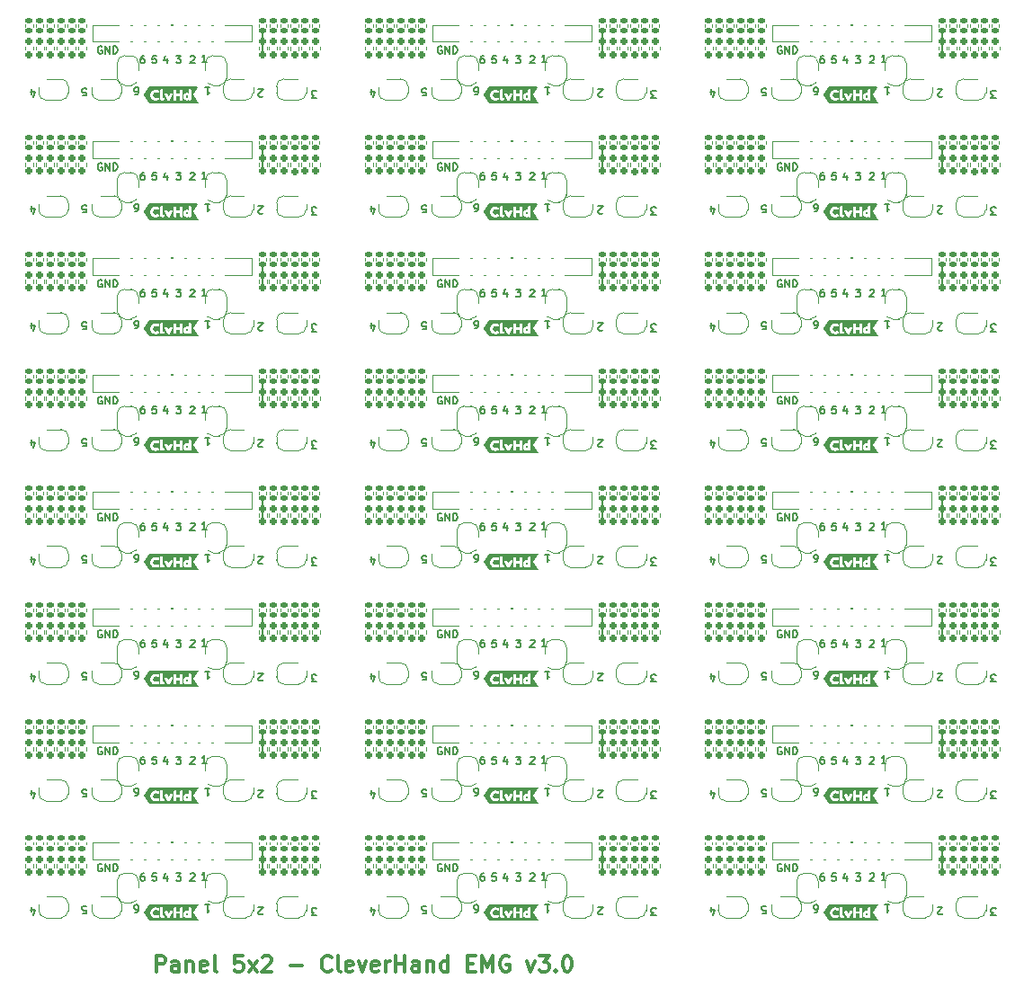
<source format=gbr>
%TF.GenerationSoftware,KiCad,Pcbnew,8.0.4-unknown-202407232306~396e531e7c~ubuntu22.04.1*%
%TF.CreationDate,2024-08-17T16:34:09+01:00*%
%TF.ProjectId,PANEL_DRY_ELEC_6CH_THIN,50414e45-4c5f-4445-9259-5f454c45435f,1.0*%
%TF.SameCoordinates,Original*%
%TF.FileFunction,Legend,Top*%
%TF.FilePolarity,Positive*%
%FSLAX46Y46*%
G04 Gerber Fmt 4.6, Leading zero omitted, Abs format (unit mm)*
G04 Created by KiCad (PCBNEW 8.0.4-unknown-202407232306~396e531e7c~ubuntu22.04.1) date 2024-08-17 16:34:09*
%MOMM*%
%LPD*%
G01*
G04 APERTURE LIST*
G04 Aperture macros list*
%AMRoundRect*
0 Rectangle with rounded corners*
0 $1 Rounding radius*
0 $2 $3 $4 $5 $6 $7 $8 $9 X,Y pos of 4 corners*
0 Add a 4 corners polygon primitive as box body*
4,1,4,$2,$3,$4,$5,$6,$7,$8,$9,$2,$3,0*
0 Add four circle primitives for the rounded corners*
1,1,$1+$1,$2,$3*
1,1,$1+$1,$4,$5*
1,1,$1+$1,$6,$7*
1,1,$1+$1,$8,$9*
0 Add four rect primitives between the rounded corners*
20,1,$1+$1,$2,$3,$4,$5,0*
20,1,$1+$1,$4,$5,$6,$7,0*
20,1,$1+$1,$6,$7,$8,$9,0*
20,1,$1+$1,$8,$9,$2,$3,0*%
%AMFreePoly0*
4,1,19,0.500000,-0.750000,0.000000,-0.750000,0.000000,-0.744911,-0.071157,-0.744911,-0.207708,-0.704816,-0.327430,-0.627875,-0.420627,-0.520320,-0.479746,-0.390866,-0.500000,-0.250000,-0.500000,0.250000,-0.479746,0.390866,-0.420627,0.520320,-0.327430,0.627875,-0.207708,0.704816,-0.071157,0.744911,0.000000,0.744911,0.000000,0.750000,0.500000,0.750000,0.500000,-0.750000,0.500000,-0.750000,
$1*%
%AMFreePoly1*
4,1,19,0.000000,0.744911,0.071157,0.744911,0.207708,0.704816,0.327430,0.627875,0.420627,0.520320,0.479746,0.390866,0.500000,0.250000,0.500000,-0.250000,0.479746,-0.390866,0.420627,-0.520320,0.327430,-0.627875,0.207708,-0.704816,0.071157,-0.744911,0.000000,-0.744911,0.000000,-0.750000,-0.500000,-0.750000,-0.500000,0.750000,0.000000,0.750000,0.000000,0.744911,0.000000,0.744911,
$1*%
%AMFreePoly2*
4,1,13,0.345671,0.480970,0.426777,0.426777,0.480970,0.345671,0.500000,0.250000,0.500000,-0.900000,-0.500000,-0.900000,-0.500000,0.250000,-0.480970,0.345671,-0.426777,0.426777,-0.345671,0.480970,-0.250000,0.500000,0.250000,0.500000,0.345671,0.480970,0.345671,0.480970,$1*%
G04 Aperture macros list end*
%ADD10C,0.100000*%
%ADD11C,0.152400*%
%ADD12C,0.150000*%
%ADD13C,0.300000*%
%ADD14C,0.120000*%
%ADD15C,0.000000*%
%ADD16RoundRect,0.160000X0.160000X-0.197500X0.160000X0.197500X-0.160000X0.197500X-0.160000X-0.197500X0*%
%ADD17C,1.800000*%
%ADD18FreePoly0,180.000000*%
%ADD19FreePoly1,180.000000*%
%ADD20C,0.500000*%
%ADD21FreePoly0,0.000000*%
%ADD22FreePoly1,0.000000*%
%ADD23FreePoly2,180.000000*%
%ADD24RoundRect,0.140000X0.170000X-0.140000X0.170000X0.140000X-0.170000X0.140000X-0.170000X-0.140000X0*%
%ADD25FreePoly2,0.000000*%
%ADD26FreePoly0,90.000000*%
%ADD27FreePoly1,90.000000*%
%ADD28C,2.000000*%
G04 APERTURE END LIST*
D10*
X77500001Y-62500000D02*
X92500001Y-62500000D01*
X92500001Y-64100000D01*
X77500001Y-64100000D01*
X77500001Y-62500000D01*
X77500001Y-73500000D02*
X92500001Y-73500000D01*
X92500001Y-75100000D01*
X77500001Y-75100000D01*
X77500001Y-73500000D01*
X77500001Y-18500000D02*
X92500001Y-18500000D01*
X92500001Y-20100000D01*
X77500001Y-20100000D01*
X77500001Y-18500000D01*
D11*
X52000001Y-29500000D02*
X54000001Y-29500000D01*
D10*
X13500001Y-51500000D02*
X28500001Y-51500000D01*
X28500001Y-53100000D01*
X13500001Y-53100000D01*
X13500001Y-51500000D01*
D11*
X84000001Y-73500000D02*
X86000001Y-73500000D01*
X29500001Y-52200000D02*
X29500001Y-54200000D01*
X29500001Y-19200000D02*
X29500001Y-21200000D01*
X93500001Y-8200000D02*
X93500001Y-10200000D01*
X61500001Y-52200000D02*
X61500001Y-54200000D01*
D10*
X77500001Y-51500000D02*
X92500001Y-51500000D01*
X92500001Y-53100000D01*
X77500001Y-53100000D01*
X77500001Y-51500000D01*
X13500001Y-62500000D02*
X28500001Y-62500000D01*
X28500001Y-64100000D01*
X13500001Y-64100000D01*
X13500001Y-62500000D01*
X45500001Y-62500000D02*
X60500001Y-62500000D01*
X60500001Y-64100000D01*
X45500001Y-64100000D01*
X45500001Y-62500000D01*
D11*
X84000001Y-7500000D02*
X86000001Y-7500000D01*
D10*
X45500001Y-84500000D02*
X60500001Y-84500000D01*
X60500001Y-86100000D01*
X45500001Y-86100000D01*
X45500001Y-84500000D01*
X77500001Y-7500000D02*
X92500001Y-7500000D01*
X92500001Y-9100000D01*
X77500001Y-9100000D01*
X77500001Y-7500000D01*
D11*
X84000001Y-84500000D02*
X86000001Y-84500000D01*
D10*
X45500001Y-51500000D02*
X60500001Y-51500000D01*
X60500001Y-53100000D01*
X45500001Y-53100000D01*
X45500001Y-51500000D01*
X77500001Y-40500000D02*
X92500001Y-40500000D01*
X92500001Y-42100000D01*
X77500001Y-42100000D01*
X77500001Y-40500000D01*
D11*
X29500001Y-85200000D02*
X29500001Y-87200000D01*
X93500001Y-74200000D02*
X93500001Y-76200000D01*
D10*
X45500001Y-18500000D02*
X60500001Y-18500000D01*
X60500001Y-20100000D01*
X45500001Y-20100000D01*
X45500001Y-18500000D01*
D11*
X20000001Y-18500000D02*
X22000001Y-18500000D01*
X20000001Y-7500000D02*
X22000001Y-7500000D01*
D10*
X13500001Y-18500000D02*
X28500001Y-18500000D01*
X28500001Y-20100000D01*
X13500001Y-20100000D01*
X13500001Y-18500000D01*
X77500001Y-84500000D02*
X92500001Y-84500000D01*
X92500001Y-86100000D01*
X77500001Y-86100000D01*
X77500001Y-84500000D01*
X45500001Y-7500000D02*
X60500001Y-7500000D01*
X60500001Y-9100000D01*
X45500001Y-9100000D01*
X45500001Y-7500000D01*
D11*
X93500001Y-19200000D02*
X93500001Y-21200000D01*
D10*
X77500001Y-29500000D02*
X92500001Y-29500000D01*
X92500001Y-31100000D01*
X77500001Y-31100000D01*
X77500001Y-29500000D01*
D11*
X93500001Y-85200000D02*
X93500001Y-87200000D01*
X84000001Y-29500000D02*
X86000001Y-29500000D01*
D10*
X45500001Y-73500000D02*
X60500001Y-73500000D01*
X60500001Y-75100000D01*
X45500001Y-75100000D01*
X45500001Y-73500000D01*
D11*
X52000001Y-51500000D02*
X54000001Y-51500000D01*
X20000001Y-73500000D02*
X22000001Y-73500000D01*
X52000001Y-62500000D02*
X54000001Y-62500000D01*
X52000001Y-84500000D02*
X54000001Y-84500000D01*
X29500001Y-41200000D02*
X29500001Y-43200000D01*
X61500001Y-8200000D02*
X61500001Y-10200000D01*
X84000001Y-51500000D02*
X86000001Y-51500000D01*
X93500001Y-52200000D02*
X93500001Y-54200000D01*
X61500001Y-63200000D02*
X61500001Y-65200000D01*
D10*
X13500001Y-40500000D02*
X28500001Y-40500000D01*
X28500001Y-42100000D01*
X13500001Y-42100000D01*
X13500001Y-40500000D01*
D11*
X20000001Y-29500000D02*
X22000001Y-29500000D01*
X20000001Y-62500000D02*
X22000001Y-62500000D01*
D10*
X45500001Y-29500000D02*
X60500001Y-29500000D01*
X60500001Y-31100000D01*
X45500001Y-31100000D01*
X45500001Y-29500000D01*
D11*
X29500001Y-30200000D02*
X29500001Y-32200000D01*
X61500001Y-19200000D02*
X61500001Y-21200000D01*
X52000001Y-73500000D02*
X54000001Y-73500000D01*
D10*
X13500001Y-73500000D02*
X28500001Y-73500000D01*
X28500001Y-75100000D01*
X13500001Y-75100000D01*
X13500001Y-73500000D01*
D11*
X93500001Y-63200000D02*
X93500001Y-65200000D01*
X20000001Y-51500000D02*
X22000001Y-51500000D01*
X20000001Y-40500000D02*
X22000001Y-40500000D01*
X52000001Y-40500000D02*
X54000001Y-40500000D01*
X93500001Y-30200000D02*
X93500001Y-32200000D01*
D10*
X13500001Y-29500000D02*
X28500001Y-29500000D01*
X28500001Y-31100000D01*
X13500001Y-31100000D01*
X13500001Y-29500000D01*
D11*
X84000001Y-62500000D02*
X86000001Y-62500000D01*
X93500001Y-41200000D02*
X93500001Y-43200000D01*
X52000001Y-7500000D02*
X54000001Y-7500000D01*
X61500001Y-30200000D02*
X61500001Y-32200000D01*
D10*
X13500001Y-84500000D02*
X28500001Y-84500000D01*
X28500001Y-86100000D01*
X13500001Y-86100000D01*
X13500001Y-84500000D01*
D11*
X29500001Y-8200000D02*
X29500001Y-10200000D01*
D10*
X45500001Y-40500000D02*
X60500001Y-40500000D01*
X60500001Y-42100000D01*
X45500001Y-42100000D01*
X45500001Y-40500000D01*
D11*
X52000001Y-18500000D02*
X54000001Y-18500000D01*
X29500001Y-63200000D02*
X29500001Y-65200000D01*
X20000001Y-84500000D02*
X22000001Y-84500000D01*
X29500001Y-74200000D02*
X29500001Y-76200000D01*
X61500001Y-41200000D02*
X61500001Y-43200000D01*
D10*
X13500001Y-7500000D02*
X28500001Y-7500000D01*
X28500001Y-9100000D01*
X13500001Y-9100000D01*
X13500001Y-7500000D01*
D11*
X61500001Y-74200000D02*
X61500001Y-76200000D01*
X61500001Y-85200000D02*
X61500001Y-87200000D01*
X84000001Y-40500000D02*
X86000001Y-40500000D01*
X84000001Y-18500000D02*
X86000001Y-18500000D01*
D12*
X46366668Y-75549366D02*
X46300001Y-75516033D01*
X46300001Y-75516033D02*
X46200001Y-75516033D01*
X46200001Y-75516033D02*
X46100001Y-75549366D01*
X46100001Y-75549366D02*
X46033334Y-75616033D01*
X46033334Y-75616033D02*
X46000001Y-75682700D01*
X46000001Y-75682700D02*
X45966668Y-75816033D01*
X45966668Y-75816033D02*
X45966668Y-75916033D01*
X45966668Y-75916033D02*
X46000001Y-76049366D01*
X46000001Y-76049366D02*
X46033334Y-76116033D01*
X46033334Y-76116033D02*
X46100001Y-76182700D01*
X46100001Y-76182700D02*
X46200001Y-76216033D01*
X46200001Y-76216033D02*
X46266668Y-76216033D01*
X46266668Y-76216033D02*
X46366668Y-76182700D01*
X46366668Y-76182700D02*
X46400001Y-76149366D01*
X46400001Y-76149366D02*
X46400001Y-75916033D01*
X46400001Y-75916033D02*
X46266668Y-75916033D01*
X46700001Y-76216033D02*
X46700001Y-75516033D01*
X46700001Y-75516033D02*
X47100001Y-76216033D01*
X47100001Y-76216033D02*
X47100001Y-75516033D01*
X47433334Y-76216033D02*
X47433334Y-75516033D01*
X47433334Y-75516033D02*
X47600001Y-75516033D01*
X47600001Y-75516033D02*
X47700001Y-75549366D01*
X47700001Y-75549366D02*
X47766667Y-75616033D01*
X47766667Y-75616033D02*
X47800001Y-75682700D01*
X47800001Y-75682700D02*
X47833334Y-75816033D01*
X47833334Y-75816033D02*
X47833334Y-75916033D01*
X47833334Y-75916033D02*
X47800001Y-76049366D01*
X47800001Y-76049366D02*
X47766667Y-76116033D01*
X47766667Y-76116033D02*
X47700001Y-76182700D01*
X47700001Y-76182700D02*
X47600001Y-76216033D01*
X47600001Y-76216033D02*
X47433334Y-76216033D01*
X76533333Y-47183966D02*
X76866666Y-47183966D01*
X76866666Y-47183966D02*
X76899999Y-46850633D01*
X76899999Y-46850633D02*
X76866666Y-46883966D01*
X76866666Y-46883966D02*
X76799999Y-46917300D01*
X76799999Y-46917300D02*
X76633333Y-46917300D01*
X76633333Y-46917300D02*
X76566666Y-46883966D01*
X76566666Y-46883966D02*
X76533333Y-46850633D01*
X76533333Y-46850633D02*
X76499999Y-46783966D01*
X76499999Y-46783966D02*
X76499999Y-46617300D01*
X76499999Y-46617300D02*
X76533333Y-46550633D01*
X76533333Y-46550633D02*
X76566666Y-46517300D01*
X76566666Y-46517300D02*
X76633333Y-46483966D01*
X76633333Y-46483966D02*
X76799999Y-46483966D01*
X76799999Y-46483966D02*
X76866666Y-46517300D01*
X76866666Y-46517300D02*
X76899999Y-46550633D01*
X18333334Y-65416033D02*
X18200001Y-65416033D01*
X18200001Y-65416033D02*
X18133334Y-65449366D01*
X18133334Y-65449366D02*
X18100001Y-65482700D01*
X18100001Y-65482700D02*
X18033334Y-65582700D01*
X18033334Y-65582700D02*
X18000001Y-65716033D01*
X18000001Y-65716033D02*
X18000001Y-65982700D01*
X18000001Y-65982700D02*
X18033334Y-66049366D01*
X18033334Y-66049366D02*
X18066667Y-66082700D01*
X18066667Y-66082700D02*
X18133334Y-66116033D01*
X18133334Y-66116033D02*
X18266667Y-66116033D01*
X18266667Y-66116033D02*
X18333334Y-66082700D01*
X18333334Y-66082700D02*
X18366667Y-66049366D01*
X18366667Y-66049366D02*
X18400001Y-65982700D01*
X18400001Y-65982700D02*
X18400001Y-65816033D01*
X18400001Y-65816033D02*
X18366667Y-65749366D01*
X18366667Y-65749366D02*
X18333334Y-65716033D01*
X18333334Y-65716033D02*
X18266667Y-65682700D01*
X18266667Y-65682700D02*
X18133334Y-65682700D01*
X18133334Y-65682700D02*
X18066667Y-65716033D01*
X18066667Y-65716033D02*
X18033334Y-65749366D01*
X18033334Y-65749366D02*
X18000001Y-65816033D01*
X78366667Y-75549366D02*
X78300000Y-75516033D01*
X78300000Y-75516033D02*
X78200000Y-75516033D01*
X78200000Y-75516033D02*
X78100000Y-75549366D01*
X78100000Y-75549366D02*
X78033334Y-75616033D01*
X78033334Y-75616033D02*
X78000000Y-75682700D01*
X78000000Y-75682700D02*
X77966667Y-75816033D01*
X77966667Y-75816033D02*
X77966667Y-75916033D01*
X77966667Y-75916033D02*
X78000000Y-76049366D01*
X78000000Y-76049366D02*
X78033334Y-76116033D01*
X78033334Y-76116033D02*
X78100000Y-76182700D01*
X78100000Y-76182700D02*
X78200000Y-76216033D01*
X78200000Y-76216033D02*
X78266667Y-76216033D01*
X78266667Y-76216033D02*
X78366667Y-76182700D01*
X78366667Y-76182700D02*
X78400000Y-76149366D01*
X78400000Y-76149366D02*
X78400000Y-75916033D01*
X78400000Y-75916033D02*
X78266667Y-75916033D01*
X78700000Y-76216033D02*
X78700000Y-75516033D01*
X78700000Y-75516033D02*
X79100000Y-76216033D01*
X79100000Y-76216033D02*
X79100000Y-75516033D01*
X79433333Y-76216033D02*
X79433333Y-75516033D01*
X79433333Y-75516033D02*
X79600000Y-75516033D01*
X79600000Y-75516033D02*
X79700000Y-75549366D01*
X79700000Y-75549366D02*
X79766667Y-75616033D01*
X79766667Y-75616033D02*
X79800000Y-75682700D01*
X79800000Y-75682700D02*
X79833333Y-75816033D01*
X79833333Y-75816033D02*
X79833333Y-75916033D01*
X79833333Y-75916033D02*
X79800000Y-76049366D01*
X79800000Y-76049366D02*
X79766667Y-76116033D01*
X79766667Y-76116033D02*
X79700000Y-76182700D01*
X79700000Y-76182700D02*
X79600000Y-76216033D01*
X79600000Y-76216033D02*
X79433333Y-76216033D01*
X53366667Y-87416033D02*
X53800000Y-87416033D01*
X53800000Y-87416033D02*
X53566667Y-87682700D01*
X53566667Y-87682700D02*
X53666667Y-87682700D01*
X53666667Y-87682700D02*
X53733333Y-87716033D01*
X53733333Y-87716033D02*
X53766667Y-87749366D01*
X53766667Y-87749366D02*
X53800000Y-87816033D01*
X53800000Y-87816033D02*
X53800000Y-87982700D01*
X53800000Y-87982700D02*
X53766667Y-88049366D01*
X53766667Y-88049366D02*
X53733333Y-88082700D01*
X53733333Y-88082700D02*
X53666667Y-88116033D01*
X53666667Y-88116033D02*
X53466667Y-88116033D01*
X53466667Y-88116033D02*
X53400000Y-88082700D01*
X53400000Y-88082700D02*
X53366667Y-88049366D01*
X50333334Y-87416033D02*
X50200001Y-87416033D01*
X50200001Y-87416033D02*
X50133334Y-87449366D01*
X50133334Y-87449366D02*
X50100001Y-87482700D01*
X50100001Y-87482700D02*
X50033334Y-87582700D01*
X50033334Y-87582700D02*
X50000001Y-87716033D01*
X50000001Y-87716033D02*
X50000001Y-87982700D01*
X50000001Y-87982700D02*
X50033334Y-88049366D01*
X50033334Y-88049366D02*
X50066667Y-88082700D01*
X50066667Y-88082700D02*
X50133334Y-88116033D01*
X50133334Y-88116033D02*
X50266667Y-88116033D01*
X50266667Y-88116033D02*
X50333334Y-88082700D01*
X50333334Y-88082700D02*
X50366667Y-88049366D01*
X50366667Y-88049366D02*
X50400001Y-87982700D01*
X50400001Y-87982700D02*
X50400001Y-87816033D01*
X50400001Y-87816033D02*
X50366667Y-87749366D01*
X50366667Y-87749366D02*
X50333334Y-87716033D01*
X50333334Y-87716033D02*
X50266667Y-87682700D01*
X50266667Y-87682700D02*
X50133334Y-87682700D01*
X50133334Y-87682700D02*
X50066667Y-87716033D01*
X50066667Y-87716033D02*
X50033334Y-87749366D01*
X50033334Y-87749366D02*
X50000001Y-87816033D01*
X56099999Y-35383966D02*
X56499999Y-35383966D01*
X56299999Y-35383966D02*
X56299999Y-36083966D01*
X56299999Y-36083966D02*
X56366666Y-35983966D01*
X56366666Y-35983966D02*
X56433333Y-35917300D01*
X56433333Y-35917300D02*
X56499999Y-35883966D01*
X34533333Y-69383966D02*
X34100000Y-69383966D01*
X34100000Y-69383966D02*
X34333333Y-69117300D01*
X34333333Y-69117300D02*
X34233333Y-69117300D01*
X34233333Y-69117300D02*
X34166667Y-69083966D01*
X34166667Y-69083966D02*
X34133333Y-69050633D01*
X34133333Y-69050633D02*
X34100000Y-68983966D01*
X34100000Y-68983966D02*
X34100000Y-68817300D01*
X34100000Y-68817300D02*
X34133333Y-68750633D01*
X34133333Y-68750633D02*
X34166667Y-68717300D01*
X34166667Y-68717300D02*
X34233333Y-68683966D01*
X34233333Y-68683966D02*
X34433333Y-68683966D01*
X34433333Y-68683966D02*
X34500000Y-68717300D01*
X34500000Y-68717300D02*
X34533333Y-68750633D01*
X39766667Y-25050633D02*
X39766667Y-24583966D01*
X39933333Y-25317300D02*
X40100000Y-24817300D01*
X40100000Y-24817300D02*
X39666667Y-24817300D01*
X56099999Y-57383966D02*
X56499999Y-57383966D01*
X56299999Y-57383966D02*
X56299999Y-58083966D01*
X56299999Y-58083966D02*
X56366666Y-57983966D01*
X56366666Y-57983966D02*
X56433333Y-57917300D01*
X56433333Y-57917300D02*
X56499999Y-57883966D01*
X50333334Y-21416033D02*
X50200001Y-21416033D01*
X50200001Y-21416033D02*
X50133334Y-21449366D01*
X50133334Y-21449366D02*
X50100001Y-21482700D01*
X50100001Y-21482700D02*
X50033334Y-21582700D01*
X50033334Y-21582700D02*
X50000001Y-21716033D01*
X50000001Y-21716033D02*
X50000001Y-21982700D01*
X50000001Y-21982700D02*
X50033334Y-22049366D01*
X50033334Y-22049366D02*
X50066667Y-22082700D01*
X50066667Y-22082700D02*
X50133334Y-22116033D01*
X50133334Y-22116033D02*
X50266667Y-22116033D01*
X50266667Y-22116033D02*
X50333334Y-22082700D01*
X50333334Y-22082700D02*
X50366667Y-22049366D01*
X50366667Y-22049366D02*
X50400001Y-21982700D01*
X50400001Y-21982700D02*
X50400001Y-21816033D01*
X50400001Y-21816033D02*
X50366667Y-21749366D01*
X50366667Y-21749366D02*
X50333334Y-21716033D01*
X50333334Y-21716033D02*
X50266667Y-21682700D01*
X50266667Y-21682700D02*
X50133334Y-21682700D01*
X50133334Y-21682700D02*
X50066667Y-21716033D01*
X50066667Y-21716033D02*
X50033334Y-21749366D01*
X50033334Y-21749366D02*
X50000001Y-21816033D01*
X24100000Y-13383966D02*
X24500000Y-13383966D01*
X24300000Y-13383966D02*
X24300000Y-14083966D01*
X24300000Y-14083966D02*
X24366667Y-13983966D01*
X24366667Y-13983966D02*
X24433333Y-13917300D01*
X24433333Y-13917300D02*
X24500000Y-13883966D01*
X22700001Y-21482700D02*
X22733334Y-21449366D01*
X22733334Y-21449366D02*
X22800001Y-21416033D01*
X22800001Y-21416033D02*
X22966667Y-21416033D01*
X22966667Y-21416033D02*
X23033334Y-21449366D01*
X23033334Y-21449366D02*
X23066667Y-21482700D01*
X23066667Y-21482700D02*
X23100001Y-21549366D01*
X23100001Y-21549366D02*
X23100001Y-21616033D01*
X23100001Y-21616033D02*
X23066667Y-21716033D01*
X23066667Y-21716033D02*
X22666667Y-22116033D01*
X22666667Y-22116033D02*
X23100001Y-22116033D01*
X88200000Y-11016033D02*
X87800000Y-11016033D01*
X88000000Y-11016033D02*
X88000000Y-10316033D01*
X88000000Y-10316033D02*
X87933333Y-10416033D01*
X87933333Y-10416033D02*
X87866667Y-10482700D01*
X87866667Y-10482700D02*
X87800000Y-10516033D01*
X66533333Y-14383966D02*
X66099999Y-14383966D01*
X66099999Y-14383966D02*
X66333333Y-14117300D01*
X66333333Y-14117300D02*
X66233333Y-14117300D01*
X66233333Y-14117300D02*
X66166666Y-14083966D01*
X66166666Y-14083966D02*
X66133333Y-14050633D01*
X66133333Y-14050633D02*
X66099999Y-13983966D01*
X66099999Y-13983966D02*
X66099999Y-13817300D01*
X66099999Y-13817300D02*
X66133333Y-13750633D01*
X66133333Y-13750633D02*
X66166666Y-13717300D01*
X66166666Y-13717300D02*
X66233333Y-13683966D01*
X66233333Y-13683966D02*
X66433333Y-13683966D01*
X66433333Y-13683966D02*
X66499999Y-13717300D01*
X66499999Y-13717300D02*
X66533333Y-13750633D01*
X86700000Y-65482700D02*
X86733333Y-65449366D01*
X86733333Y-65449366D02*
X86800000Y-65416033D01*
X86800000Y-65416033D02*
X86966667Y-65416033D01*
X86966667Y-65416033D02*
X87033333Y-65449366D01*
X87033333Y-65449366D02*
X87066667Y-65482700D01*
X87066667Y-65482700D02*
X87100000Y-65549366D01*
X87100000Y-65549366D02*
X87100000Y-65616033D01*
X87100000Y-65616033D02*
X87066667Y-65716033D01*
X87066667Y-65716033D02*
X86666667Y-66116033D01*
X86666667Y-66116033D02*
X87100000Y-66116033D01*
X78366667Y-42549366D02*
X78300000Y-42516033D01*
X78300000Y-42516033D02*
X78200000Y-42516033D01*
X78200000Y-42516033D02*
X78100000Y-42549366D01*
X78100000Y-42549366D02*
X78033334Y-42616033D01*
X78033334Y-42616033D02*
X78000000Y-42682700D01*
X78000000Y-42682700D02*
X77966667Y-42816033D01*
X77966667Y-42816033D02*
X77966667Y-42916033D01*
X77966667Y-42916033D02*
X78000000Y-43049366D01*
X78000000Y-43049366D02*
X78033334Y-43116033D01*
X78033334Y-43116033D02*
X78100000Y-43182700D01*
X78100000Y-43182700D02*
X78200000Y-43216033D01*
X78200000Y-43216033D02*
X78266667Y-43216033D01*
X78266667Y-43216033D02*
X78366667Y-43182700D01*
X78366667Y-43182700D02*
X78400000Y-43149366D01*
X78400000Y-43149366D02*
X78400000Y-42916033D01*
X78400000Y-42916033D02*
X78266667Y-42916033D01*
X78700000Y-43216033D02*
X78700000Y-42516033D01*
X78700000Y-42516033D02*
X79100000Y-43216033D01*
X79100000Y-43216033D02*
X79100000Y-42516033D01*
X79433333Y-43216033D02*
X79433333Y-42516033D01*
X79433333Y-42516033D02*
X79600000Y-42516033D01*
X79600000Y-42516033D02*
X79700000Y-42549366D01*
X79700000Y-42549366D02*
X79766667Y-42616033D01*
X79766667Y-42616033D02*
X79800000Y-42682700D01*
X79800000Y-42682700D02*
X79833333Y-42816033D01*
X79833333Y-42816033D02*
X79833333Y-42916033D01*
X79833333Y-42916033D02*
X79800000Y-43049366D01*
X79800000Y-43049366D02*
X79766667Y-43116033D01*
X79766667Y-43116033D02*
X79700000Y-43182700D01*
X79700000Y-43182700D02*
X79600000Y-43216033D01*
X79600000Y-43216033D02*
X79433333Y-43216033D01*
X85366667Y-43416033D02*
X85800000Y-43416033D01*
X85800000Y-43416033D02*
X85566667Y-43682700D01*
X85566667Y-43682700D02*
X85666667Y-43682700D01*
X85666667Y-43682700D02*
X85733333Y-43716033D01*
X85733333Y-43716033D02*
X85766667Y-43749366D01*
X85766667Y-43749366D02*
X85800000Y-43816033D01*
X85800000Y-43816033D02*
X85800000Y-43982700D01*
X85800000Y-43982700D02*
X85766667Y-44049366D01*
X85766667Y-44049366D02*
X85733333Y-44082700D01*
X85733333Y-44082700D02*
X85666667Y-44116033D01*
X85666667Y-44116033D02*
X85466667Y-44116033D01*
X85466667Y-44116033D02*
X85400000Y-44082700D01*
X85400000Y-44082700D02*
X85366667Y-44049366D01*
X76533333Y-91183966D02*
X76866666Y-91183966D01*
X76866666Y-91183966D02*
X76899999Y-90850633D01*
X76899999Y-90850633D02*
X76866666Y-90883966D01*
X76866666Y-90883966D02*
X76799999Y-90917300D01*
X76799999Y-90917300D02*
X76633333Y-90917300D01*
X76633333Y-90917300D02*
X76566666Y-90883966D01*
X76566666Y-90883966D02*
X76533333Y-90850633D01*
X76533333Y-90850633D02*
X76499999Y-90783966D01*
X76499999Y-90783966D02*
X76499999Y-90617300D01*
X76499999Y-90617300D02*
X76533333Y-90550633D01*
X76533333Y-90550633D02*
X76566666Y-90517300D01*
X76566666Y-90517300D02*
X76633333Y-90483966D01*
X76633333Y-90483966D02*
X76799999Y-90483966D01*
X76799999Y-90483966D02*
X76866666Y-90517300D01*
X76866666Y-90517300D02*
X76899999Y-90550633D01*
X20533334Y-10649366D02*
X20533334Y-11116033D01*
X20366667Y-10382700D02*
X20200001Y-10882700D01*
X20200001Y-10882700D02*
X20633334Y-10882700D01*
X54700000Y-54482700D02*
X54733333Y-54449366D01*
X54733333Y-54449366D02*
X54800000Y-54416033D01*
X54800000Y-54416033D02*
X54966667Y-54416033D01*
X54966667Y-54416033D02*
X55033333Y-54449366D01*
X55033333Y-54449366D02*
X55066667Y-54482700D01*
X55066667Y-54482700D02*
X55100000Y-54549366D01*
X55100000Y-54549366D02*
X55100000Y-54616033D01*
X55100000Y-54616033D02*
X55066667Y-54716033D01*
X55066667Y-54716033D02*
X54666667Y-55116033D01*
X54666667Y-55116033D02*
X55100000Y-55116033D01*
X50333334Y-54416033D02*
X50200001Y-54416033D01*
X50200001Y-54416033D02*
X50133334Y-54449366D01*
X50133334Y-54449366D02*
X50100001Y-54482700D01*
X50100001Y-54482700D02*
X50033334Y-54582700D01*
X50033334Y-54582700D02*
X50000001Y-54716033D01*
X50000001Y-54716033D02*
X50000001Y-54982700D01*
X50000001Y-54982700D02*
X50033334Y-55049366D01*
X50033334Y-55049366D02*
X50066667Y-55082700D01*
X50066667Y-55082700D02*
X50133334Y-55116033D01*
X50133334Y-55116033D02*
X50266667Y-55116033D01*
X50266667Y-55116033D02*
X50333334Y-55082700D01*
X50333334Y-55082700D02*
X50366667Y-55049366D01*
X50366667Y-55049366D02*
X50400001Y-54982700D01*
X50400001Y-54982700D02*
X50400001Y-54816033D01*
X50400001Y-54816033D02*
X50366667Y-54749366D01*
X50366667Y-54749366D02*
X50333334Y-54716033D01*
X50333334Y-54716033D02*
X50266667Y-54682700D01*
X50266667Y-54682700D02*
X50133334Y-54682700D01*
X50133334Y-54682700D02*
X50066667Y-54716033D01*
X50066667Y-54716033D02*
X50033334Y-54749366D01*
X50033334Y-54749366D02*
X50000001Y-54816033D01*
X76533333Y-14183966D02*
X76866666Y-14183966D01*
X76866666Y-14183966D02*
X76899999Y-13850633D01*
X76899999Y-13850633D02*
X76866666Y-13883966D01*
X76866666Y-13883966D02*
X76799999Y-13917300D01*
X76799999Y-13917300D02*
X76633333Y-13917300D01*
X76633333Y-13917300D02*
X76566666Y-13883966D01*
X76566666Y-13883966D02*
X76533333Y-13850633D01*
X76533333Y-13850633D02*
X76499999Y-13783966D01*
X76499999Y-13783966D02*
X76499999Y-13617300D01*
X76499999Y-13617300D02*
X76533333Y-13550633D01*
X76533333Y-13550633D02*
X76566666Y-13517300D01*
X76566666Y-13517300D02*
X76633333Y-13483966D01*
X76633333Y-13483966D02*
X76799999Y-13483966D01*
X76799999Y-13483966D02*
X76866666Y-13517300D01*
X76866666Y-13517300D02*
X76899999Y-13550633D01*
X76533333Y-25183966D02*
X76866666Y-25183966D01*
X76866666Y-25183966D02*
X76899999Y-24850633D01*
X76899999Y-24850633D02*
X76866666Y-24883966D01*
X76866666Y-24883966D02*
X76799999Y-24917300D01*
X76799999Y-24917300D02*
X76633333Y-24917300D01*
X76633333Y-24917300D02*
X76566666Y-24883966D01*
X76566666Y-24883966D02*
X76533333Y-24850633D01*
X76533333Y-24850633D02*
X76499999Y-24783966D01*
X76499999Y-24783966D02*
X76499999Y-24617300D01*
X76499999Y-24617300D02*
X76533333Y-24550633D01*
X76533333Y-24550633D02*
X76566666Y-24517300D01*
X76566666Y-24517300D02*
X76633333Y-24483966D01*
X76633333Y-24483966D02*
X76799999Y-24483966D01*
X76799999Y-24483966D02*
X76866666Y-24517300D01*
X76866666Y-24517300D02*
X76899999Y-24550633D01*
X50333334Y-43416033D02*
X50200001Y-43416033D01*
X50200001Y-43416033D02*
X50133334Y-43449366D01*
X50133334Y-43449366D02*
X50100001Y-43482700D01*
X50100001Y-43482700D02*
X50033334Y-43582700D01*
X50033334Y-43582700D02*
X50000001Y-43716033D01*
X50000001Y-43716033D02*
X50000001Y-43982700D01*
X50000001Y-43982700D02*
X50033334Y-44049366D01*
X50033334Y-44049366D02*
X50066667Y-44082700D01*
X50066667Y-44082700D02*
X50133334Y-44116033D01*
X50133334Y-44116033D02*
X50266667Y-44116033D01*
X50266667Y-44116033D02*
X50333334Y-44082700D01*
X50333334Y-44082700D02*
X50366667Y-44049366D01*
X50366667Y-44049366D02*
X50400001Y-43982700D01*
X50400001Y-43982700D02*
X50400001Y-43816033D01*
X50400001Y-43816033D02*
X50366667Y-43749366D01*
X50366667Y-43749366D02*
X50333334Y-43716033D01*
X50333334Y-43716033D02*
X50266667Y-43682700D01*
X50266667Y-43682700D02*
X50133334Y-43682700D01*
X50133334Y-43682700D02*
X50066667Y-43716033D01*
X50066667Y-43716033D02*
X50033334Y-43749366D01*
X50033334Y-43749366D02*
X50000001Y-43816033D01*
X66533333Y-69383966D02*
X66099999Y-69383966D01*
X66099999Y-69383966D02*
X66333333Y-69117300D01*
X66333333Y-69117300D02*
X66233333Y-69117300D01*
X66233333Y-69117300D02*
X66166666Y-69083966D01*
X66166666Y-69083966D02*
X66133333Y-69050633D01*
X66133333Y-69050633D02*
X66099999Y-68983966D01*
X66099999Y-68983966D02*
X66099999Y-68817300D01*
X66099999Y-68817300D02*
X66133333Y-68750633D01*
X66133333Y-68750633D02*
X66166666Y-68717300D01*
X66166666Y-68717300D02*
X66233333Y-68683966D01*
X66233333Y-68683966D02*
X66433333Y-68683966D01*
X66433333Y-68683966D02*
X66499999Y-68717300D01*
X66499999Y-68717300D02*
X66533333Y-68750633D01*
X51466667Y-76416033D02*
X51133334Y-76416033D01*
X51133334Y-76416033D02*
X51100001Y-76749366D01*
X51100001Y-76749366D02*
X51133334Y-76716033D01*
X51133334Y-76716033D02*
X51200001Y-76682700D01*
X51200001Y-76682700D02*
X51366667Y-76682700D01*
X51366667Y-76682700D02*
X51433334Y-76716033D01*
X51433334Y-76716033D02*
X51466667Y-76749366D01*
X51466667Y-76749366D02*
X51500001Y-76816033D01*
X51500001Y-76816033D02*
X51500001Y-76982700D01*
X51500001Y-76982700D02*
X51466667Y-77049366D01*
X51466667Y-77049366D02*
X51433334Y-77082700D01*
X51433334Y-77082700D02*
X51366667Y-77116033D01*
X51366667Y-77116033D02*
X51200001Y-77116033D01*
X51200001Y-77116033D02*
X51133334Y-77082700D01*
X51133334Y-77082700D02*
X51100001Y-77049366D01*
X52533334Y-21649366D02*
X52533334Y-22116033D01*
X52366667Y-21382700D02*
X52200001Y-21882700D01*
X52200001Y-21882700D02*
X52633334Y-21882700D01*
X88099999Y-24383966D02*
X88499999Y-24383966D01*
X88299999Y-24383966D02*
X88299999Y-25083966D01*
X88299999Y-25083966D02*
X88366666Y-24983966D01*
X88366666Y-24983966D02*
X88433333Y-24917300D01*
X88433333Y-24917300D02*
X88499999Y-24883966D01*
X20533334Y-87649366D02*
X20533334Y-88116033D01*
X20366667Y-87382700D02*
X20200001Y-87882700D01*
X20200001Y-87882700D02*
X20633334Y-87882700D01*
X88200000Y-33016033D02*
X87800000Y-33016033D01*
X88000000Y-33016033D02*
X88000000Y-32316033D01*
X88000000Y-32316033D02*
X87933333Y-32416033D01*
X87933333Y-32416033D02*
X87866667Y-32482700D01*
X87866667Y-32482700D02*
X87800000Y-32516033D01*
X88099999Y-35383966D02*
X88499999Y-35383966D01*
X88299999Y-35383966D02*
X88299999Y-36083966D01*
X88299999Y-36083966D02*
X88366666Y-35983966D01*
X88366666Y-35983966D02*
X88433333Y-35917300D01*
X88433333Y-35917300D02*
X88499999Y-35883966D01*
X88200000Y-77016033D02*
X87800000Y-77016033D01*
X88000000Y-77016033D02*
X88000000Y-76316033D01*
X88000000Y-76316033D02*
X87933333Y-76416033D01*
X87933333Y-76416033D02*
X87866667Y-76482700D01*
X87866667Y-76482700D02*
X87800000Y-76516033D01*
X61499999Y-14217300D02*
X61466666Y-14250633D01*
X61466666Y-14250633D02*
X61399999Y-14283966D01*
X61399999Y-14283966D02*
X61233333Y-14283966D01*
X61233333Y-14283966D02*
X61166666Y-14250633D01*
X61166666Y-14250633D02*
X61133333Y-14217300D01*
X61133333Y-14217300D02*
X61099999Y-14150633D01*
X61099999Y-14150633D02*
X61099999Y-14083966D01*
X61099999Y-14083966D02*
X61133333Y-13983966D01*
X61133333Y-13983966D02*
X61533333Y-13583966D01*
X61533333Y-13583966D02*
X61099999Y-13583966D01*
X53366667Y-54416033D02*
X53800000Y-54416033D01*
X53800000Y-54416033D02*
X53566667Y-54682700D01*
X53566667Y-54682700D02*
X53666667Y-54682700D01*
X53666667Y-54682700D02*
X53733333Y-54716033D01*
X53733333Y-54716033D02*
X53766667Y-54749366D01*
X53766667Y-54749366D02*
X53800000Y-54816033D01*
X53800000Y-54816033D02*
X53800000Y-54982700D01*
X53800000Y-54982700D02*
X53766667Y-55049366D01*
X53766667Y-55049366D02*
X53733333Y-55082700D01*
X53733333Y-55082700D02*
X53666667Y-55116033D01*
X53666667Y-55116033D02*
X53466667Y-55116033D01*
X53466667Y-55116033D02*
X53400000Y-55082700D01*
X53400000Y-55082700D02*
X53366667Y-55049366D01*
X34533333Y-91383966D02*
X34100000Y-91383966D01*
X34100000Y-91383966D02*
X34333333Y-91117300D01*
X34333333Y-91117300D02*
X34233333Y-91117300D01*
X34233333Y-91117300D02*
X34166667Y-91083966D01*
X34166667Y-91083966D02*
X34133333Y-91050633D01*
X34133333Y-91050633D02*
X34100000Y-90983966D01*
X34100000Y-90983966D02*
X34100000Y-90817300D01*
X34100000Y-90817300D02*
X34133333Y-90750633D01*
X34133333Y-90750633D02*
X34166667Y-90717300D01*
X34166667Y-90717300D02*
X34233333Y-90683966D01*
X34233333Y-90683966D02*
X34433333Y-90683966D01*
X34433333Y-90683966D02*
X34500000Y-90717300D01*
X34500000Y-90717300D02*
X34533333Y-90750633D01*
X18333334Y-76416033D02*
X18200001Y-76416033D01*
X18200001Y-76416033D02*
X18133334Y-76449366D01*
X18133334Y-76449366D02*
X18100001Y-76482700D01*
X18100001Y-76482700D02*
X18033334Y-76582700D01*
X18033334Y-76582700D02*
X18000001Y-76716033D01*
X18000001Y-76716033D02*
X18000001Y-76982700D01*
X18000001Y-76982700D02*
X18033334Y-77049366D01*
X18033334Y-77049366D02*
X18066667Y-77082700D01*
X18066667Y-77082700D02*
X18133334Y-77116033D01*
X18133334Y-77116033D02*
X18266667Y-77116033D01*
X18266667Y-77116033D02*
X18333334Y-77082700D01*
X18333334Y-77082700D02*
X18366667Y-77049366D01*
X18366667Y-77049366D02*
X18400001Y-76982700D01*
X18400001Y-76982700D02*
X18400001Y-76816033D01*
X18400001Y-76816033D02*
X18366667Y-76749366D01*
X18366667Y-76749366D02*
X18333334Y-76716033D01*
X18333334Y-76716033D02*
X18266667Y-76682700D01*
X18266667Y-76682700D02*
X18133334Y-76682700D01*
X18133334Y-76682700D02*
X18066667Y-76716033D01*
X18066667Y-76716033D02*
X18033334Y-76749366D01*
X18033334Y-76749366D02*
X18000001Y-76816033D01*
X7766667Y-58050633D02*
X7766667Y-57583966D01*
X7933333Y-58317300D02*
X8100000Y-57817300D01*
X8100000Y-57817300D02*
X7666667Y-57817300D01*
X52533334Y-65649366D02*
X52533334Y-66116033D01*
X52366667Y-65382700D02*
X52200001Y-65882700D01*
X52200001Y-65882700D02*
X52633334Y-65882700D01*
X85366667Y-87416033D02*
X85800000Y-87416033D01*
X85800000Y-87416033D02*
X85566667Y-87682700D01*
X85566667Y-87682700D02*
X85666667Y-87682700D01*
X85666667Y-87682700D02*
X85733333Y-87716033D01*
X85733333Y-87716033D02*
X85766667Y-87749366D01*
X85766667Y-87749366D02*
X85800000Y-87816033D01*
X85800000Y-87816033D02*
X85800000Y-87982700D01*
X85800000Y-87982700D02*
X85766667Y-88049366D01*
X85766667Y-88049366D02*
X85733333Y-88082700D01*
X85733333Y-88082700D02*
X85666667Y-88116033D01*
X85666667Y-88116033D02*
X85466667Y-88116033D01*
X85466667Y-88116033D02*
X85400000Y-88082700D01*
X85400000Y-88082700D02*
X85366667Y-88049366D01*
X24100000Y-35383966D02*
X24500000Y-35383966D01*
X24300000Y-35383966D02*
X24300000Y-36083966D01*
X24300000Y-36083966D02*
X24366667Y-35983966D01*
X24366667Y-35983966D02*
X24433333Y-35917300D01*
X24433333Y-35917300D02*
X24500000Y-35883966D01*
X19466667Y-87416033D02*
X19133334Y-87416033D01*
X19133334Y-87416033D02*
X19100001Y-87749366D01*
X19100001Y-87749366D02*
X19133334Y-87716033D01*
X19133334Y-87716033D02*
X19200001Y-87682700D01*
X19200001Y-87682700D02*
X19366667Y-87682700D01*
X19366667Y-87682700D02*
X19433334Y-87716033D01*
X19433334Y-87716033D02*
X19466667Y-87749366D01*
X19466667Y-87749366D02*
X19500001Y-87816033D01*
X19500001Y-87816033D02*
X19500001Y-87982700D01*
X19500001Y-87982700D02*
X19466667Y-88049366D01*
X19466667Y-88049366D02*
X19433334Y-88082700D01*
X19433334Y-88082700D02*
X19366667Y-88116033D01*
X19366667Y-88116033D02*
X19200001Y-88116033D01*
X19200001Y-88116033D02*
X19133334Y-88082700D01*
X19133334Y-88082700D02*
X19100001Y-88049366D01*
X49466667Y-58083966D02*
X49600000Y-58083966D01*
X49600000Y-58083966D02*
X49666667Y-58050633D01*
X49666667Y-58050633D02*
X49700000Y-58017300D01*
X49700000Y-58017300D02*
X49766667Y-57917300D01*
X49766667Y-57917300D02*
X49800000Y-57783966D01*
X49800000Y-57783966D02*
X49800000Y-57517300D01*
X49800000Y-57517300D02*
X49766667Y-57450633D01*
X49766667Y-57450633D02*
X49733333Y-57417300D01*
X49733333Y-57417300D02*
X49666667Y-57383966D01*
X49666667Y-57383966D02*
X49533333Y-57383966D01*
X49533333Y-57383966D02*
X49466667Y-57417300D01*
X49466667Y-57417300D02*
X49433333Y-57450633D01*
X49433333Y-57450633D02*
X49400000Y-57517300D01*
X49400000Y-57517300D02*
X49400000Y-57683966D01*
X49400000Y-57683966D02*
X49433333Y-57750633D01*
X49433333Y-57750633D02*
X49466667Y-57783966D01*
X49466667Y-57783966D02*
X49533333Y-57817300D01*
X49533333Y-57817300D02*
X49666667Y-57817300D01*
X49666667Y-57817300D02*
X49733333Y-57783966D01*
X49733333Y-57783966D02*
X49766667Y-57750633D01*
X49766667Y-57750633D02*
X49800000Y-57683966D01*
X52533334Y-87649366D02*
X52533334Y-88116033D01*
X52366667Y-87382700D02*
X52200001Y-87882700D01*
X52200001Y-87882700D02*
X52633334Y-87882700D01*
X98533333Y-58383966D02*
X98099999Y-58383966D01*
X98099999Y-58383966D02*
X98333333Y-58117300D01*
X98333333Y-58117300D02*
X98233333Y-58117300D01*
X98233333Y-58117300D02*
X98166666Y-58083966D01*
X98166666Y-58083966D02*
X98133333Y-58050633D01*
X98133333Y-58050633D02*
X98099999Y-57983966D01*
X98099999Y-57983966D02*
X98099999Y-57817300D01*
X98099999Y-57817300D02*
X98133333Y-57750633D01*
X98133333Y-57750633D02*
X98166666Y-57717300D01*
X98166666Y-57717300D02*
X98233333Y-57683966D01*
X98233333Y-57683966D02*
X98433333Y-57683966D01*
X98433333Y-57683966D02*
X98499999Y-57717300D01*
X98499999Y-57717300D02*
X98533333Y-57750633D01*
X53366667Y-21416033D02*
X53800000Y-21416033D01*
X53800000Y-21416033D02*
X53566667Y-21682700D01*
X53566667Y-21682700D02*
X53666667Y-21682700D01*
X53666667Y-21682700D02*
X53733333Y-21716033D01*
X53733333Y-21716033D02*
X53766667Y-21749366D01*
X53766667Y-21749366D02*
X53800000Y-21816033D01*
X53800000Y-21816033D02*
X53800000Y-21982700D01*
X53800000Y-21982700D02*
X53766667Y-22049366D01*
X53766667Y-22049366D02*
X53733333Y-22082700D01*
X53733333Y-22082700D02*
X53666667Y-22116033D01*
X53666667Y-22116033D02*
X53466667Y-22116033D01*
X53466667Y-22116033D02*
X53400000Y-22082700D01*
X53400000Y-22082700D02*
X53366667Y-22049366D01*
X24200001Y-22016033D02*
X23800001Y-22016033D01*
X24000001Y-22016033D02*
X24000001Y-21316033D01*
X24000001Y-21316033D02*
X23933334Y-21416033D01*
X23933334Y-21416033D02*
X23866667Y-21482700D01*
X23866667Y-21482700D02*
X23800001Y-21516033D01*
X81466666Y-91083966D02*
X81599999Y-91083966D01*
X81599999Y-91083966D02*
X81666666Y-91050633D01*
X81666666Y-91050633D02*
X81699999Y-91017300D01*
X81699999Y-91017300D02*
X81766666Y-90917300D01*
X81766666Y-90917300D02*
X81799999Y-90783966D01*
X81799999Y-90783966D02*
X81799999Y-90517300D01*
X81799999Y-90517300D02*
X81766666Y-90450633D01*
X81766666Y-90450633D02*
X81733333Y-90417300D01*
X81733333Y-90417300D02*
X81666666Y-90383966D01*
X81666666Y-90383966D02*
X81533333Y-90383966D01*
X81533333Y-90383966D02*
X81466666Y-90417300D01*
X81466666Y-90417300D02*
X81433333Y-90450633D01*
X81433333Y-90450633D02*
X81399999Y-90517300D01*
X81399999Y-90517300D02*
X81399999Y-90683966D01*
X81399999Y-90683966D02*
X81433333Y-90750633D01*
X81433333Y-90750633D02*
X81466666Y-90783966D01*
X81466666Y-90783966D02*
X81533333Y-90817300D01*
X81533333Y-90817300D02*
X81666666Y-90817300D01*
X81666666Y-90817300D02*
X81733333Y-90783966D01*
X81733333Y-90783966D02*
X81766666Y-90750633D01*
X81766666Y-90750633D02*
X81799999Y-90683966D01*
X20533334Y-54649366D02*
X20533334Y-55116033D01*
X20366667Y-54382700D02*
X20200001Y-54882700D01*
X20200001Y-54882700D02*
X20633334Y-54882700D01*
X86700000Y-10482700D02*
X86733333Y-10449366D01*
X86733333Y-10449366D02*
X86800000Y-10416033D01*
X86800000Y-10416033D02*
X86966667Y-10416033D01*
X86966667Y-10416033D02*
X87033333Y-10449366D01*
X87033333Y-10449366D02*
X87066667Y-10482700D01*
X87066667Y-10482700D02*
X87100000Y-10549366D01*
X87100000Y-10549366D02*
X87100000Y-10616033D01*
X87100000Y-10616033D02*
X87066667Y-10716033D01*
X87066667Y-10716033D02*
X86666667Y-11116033D01*
X86666667Y-11116033D02*
X87100000Y-11116033D01*
X98533333Y-25383966D02*
X98099999Y-25383966D01*
X98099999Y-25383966D02*
X98333333Y-25117300D01*
X98333333Y-25117300D02*
X98233333Y-25117300D01*
X98233333Y-25117300D02*
X98166666Y-25083966D01*
X98166666Y-25083966D02*
X98133333Y-25050633D01*
X98133333Y-25050633D02*
X98099999Y-24983966D01*
X98099999Y-24983966D02*
X98099999Y-24817300D01*
X98099999Y-24817300D02*
X98133333Y-24750633D01*
X98133333Y-24750633D02*
X98166666Y-24717300D01*
X98166666Y-24717300D02*
X98233333Y-24683966D01*
X98233333Y-24683966D02*
X98433333Y-24683966D01*
X98433333Y-24683966D02*
X98499999Y-24717300D01*
X98499999Y-24717300D02*
X98533333Y-24750633D01*
X98533333Y-69383966D02*
X98099999Y-69383966D01*
X98099999Y-69383966D02*
X98333333Y-69117300D01*
X98333333Y-69117300D02*
X98233333Y-69117300D01*
X98233333Y-69117300D02*
X98166666Y-69083966D01*
X98166666Y-69083966D02*
X98133333Y-69050633D01*
X98133333Y-69050633D02*
X98099999Y-68983966D01*
X98099999Y-68983966D02*
X98099999Y-68817300D01*
X98099999Y-68817300D02*
X98133333Y-68750633D01*
X98133333Y-68750633D02*
X98166666Y-68717300D01*
X98166666Y-68717300D02*
X98233333Y-68683966D01*
X98233333Y-68683966D02*
X98433333Y-68683966D01*
X98433333Y-68683966D02*
X98499999Y-68717300D01*
X98499999Y-68717300D02*
X98533333Y-68750633D01*
X81466666Y-36083966D02*
X81599999Y-36083966D01*
X81599999Y-36083966D02*
X81666666Y-36050633D01*
X81666666Y-36050633D02*
X81699999Y-36017300D01*
X81699999Y-36017300D02*
X81766666Y-35917300D01*
X81766666Y-35917300D02*
X81799999Y-35783966D01*
X81799999Y-35783966D02*
X81799999Y-35517300D01*
X81799999Y-35517300D02*
X81766666Y-35450633D01*
X81766666Y-35450633D02*
X81733333Y-35417300D01*
X81733333Y-35417300D02*
X81666666Y-35383966D01*
X81666666Y-35383966D02*
X81533333Y-35383966D01*
X81533333Y-35383966D02*
X81466666Y-35417300D01*
X81466666Y-35417300D02*
X81433333Y-35450633D01*
X81433333Y-35450633D02*
X81399999Y-35517300D01*
X81399999Y-35517300D02*
X81399999Y-35683966D01*
X81399999Y-35683966D02*
X81433333Y-35750633D01*
X81433333Y-35750633D02*
X81466666Y-35783966D01*
X81466666Y-35783966D02*
X81533333Y-35817300D01*
X81533333Y-35817300D02*
X81666666Y-35817300D01*
X81666666Y-35817300D02*
X81733333Y-35783966D01*
X81733333Y-35783966D02*
X81766666Y-35750633D01*
X81766666Y-35750633D02*
X81799999Y-35683966D01*
X22700001Y-76482700D02*
X22733334Y-76449366D01*
X22733334Y-76449366D02*
X22800001Y-76416033D01*
X22800001Y-76416033D02*
X22966667Y-76416033D01*
X22966667Y-76416033D02*
X23033334Y-76449366D01*
X23033334Y-76449366D02*
X23066667Y-76482700D01*
X23066667Y-76482700D02*
X23100001Y-76549366D01*
X23100001Y-76549366D02*
X23100001Y-76616033D01*
X23100001Y-76616033D02*
X23066667Y-76716033D01*
X23066667Y-76716033D02*
X22666667Y-77116033D01*
X22666667Y-77116033D02*
X23100001Y-77116033D01*
X24200001Y-88016033D02*
X23800001Y-88016033D01*
X24000001Y-88016033D02*
X24000001Y-87316033D01*
X24000001Y-87316033D02*
X23933334Y-87416033D01*
X23933334Y-87416033D02*
X23866667Y-87482700D01*
X23866667Y-87482700D02*
X23800001Y-87516033D01*
X49466667Y-14083966D02*
X49600000Y-14083966D01*
X49600000Y-14083966D02*
X49666667Y-14050633D01*
X49666667Y-14050633D02*
X49700000Y-14017300D01*
X49700000Y-14017300D02*
X49766667Y-13917300D01*
X49766667Y-13917300D02*
X49800000Y-13783966D01*
X49800000Y-13783966D02*
X49800000Y-13517300D01*
X49800000Y-13517300D02*
X49766667Y-13450633D01*
X49766667Y-13450633D02*
X49733333Y-13417300D01*
X49733333Y-13417300D02*
X49666667Y-13383966D01*
X49666667Y-13383966D02*
X49533333Y-13383966D01*
X49533333Y-13383966D02*
X49466667Y-13417300D01*
X49466667Y-13417300D02*
X49433333Y-13450633D01*
X49433333Y-13450633D02*
X49400000Y-13517300D01*
X49400000Y-13517300D02*
X49400000Y-13683966D01*
X49400000Y-13683966D02*
X49433333Y-13750633D01*
X49433333Y-13750633D02*
X49466667Y-13783966D01*
X49466667Y-13783966D02*
X49533333Y-13817300D01*
X49533333Y-13817300D02*
X49666667Y-13817300D01*
X49666667Y-13817300D02*
X49733333Y-13783966D01*
X49733333Y-13783966D02*
X49766667Y-13750633D01*
X49766667Y-13750633D02*
X49800000Y-13683966D01*
X46366668Y-9549366D02*
X46300001Y-9516033D01*
X46300001Y-9516033D02*
X46200001Y-9516033D01*
X46200001Y-9516033D02*
X46100001Y-9549366D01*
X46100001Y-9549366D02*
X46033334Y-9616033D01*
X46033334Y-9616033D02*
X46000001Y-9682700D01*
X46000001Y-9682700D02*
X45966668Y-9816033D01*
X45966668Y-9816033D02*
X45966668Y-9916033D01*
X45966668Y-9916033D02*
X46000001Y-10049366D01*
X46000001Y-10049366D02*
X46033334Y-10116033D01*
X46033334Y-10116033D02*
X46100001Y-10182700D01*
X46100001Y-10182700D02*
X46200001Y-10216033D01*
X46200001Y-10216033D02*
X46266668Y-10216033D01*
X46266668Y-10216033D02*
X46366668Y-10182700D01*
X46366668Y-10182700D02*
X46400001Y-10149366D01*
X46400001Y-10149366D02*
X46400001Y-9916033D01*
X46400001Y-9916033D02*
X46266668Y-9916033D01*
X46700001Y-10216033D02*
X46700001Y-9516033D01*
X46700001Y-9516033D02*
X47100001Y-10216033D01*
X47100001Y-10216033D02*
X47100001Y-9516033D01*
X47433334Y-10216033D02*
X47433334Y-9516033D01*
X47433334Y-9516033D02*
X47600001Y-9516033D01*
X47600001Y-9516033D02*
X47700001Y-9549366D01*
X47700001Y-9549366D02*
X47766667Y-9616033D01*
X47766667Y-9616033D02*
X47800001Y-9682700D01*
X47800001Y-9682700D02*
X47833334Y-9816033D01*
X47833334Y-9816033D02*
X47833334Y-9916033D01*
X47833334Y-9916033D02*
X47800001Y-10049366D01*
X47800001Y-10049366D02*
X47766667Y-10116033D01*
X47766667Y-10116033D02*
X47700001Y-10182700D01*
X47700001Y-10182700D02*
X47600001Y-10216033D01*
X47600001Y-10216033D02*
X47433334Y-10216033D01*
X22700001Y-43482700D02*
X22733334Y-43449366D01*
X22733334Y-43449366D02*
X22800001Y-43416033D01*
X22800001Y-43416033D02*
X22966667Y-43416033D01*
X22966667Y-43416033D02*
X23033334Y-43449366D01*
X23033334Y-43449366D02*
X23066667Y-43482700D01*
X23066667Y-43482700D02*
X23100001Y-43549366D01*
X23100001Y-43549366D02*
X23100001Y-43616033D01*
X23100001Y-43616033D02*
X23066667Y-43716033D01*
X23066667Y-43716033D02*
X22666667Y-44116033D01*
X22666667Y-44116033D02*
X23100001Y-44116033D01*
X51466667Y-87416033D02*
X51133334Y-87416033D01*
X51133334Y-87416033D02*
X51100001Y-87749366D01*
X51100001Y-87749366D02*
X51133334Y-87716033D01*
X51133334Y-87716033D02*
X51200001Y-87682700D01*
X51200001Y-87682700D02*
X51366667Y-87682700D01*
X51366667Y-87682700D02*
X51433334Y-87716033D01*
X51433334Y-87716033D02*
X51466667Y-87749366D01*
X51466667Y-87749366D02*
X51500001Y-87816033D01*
X51500001Y-87816033D02*
X51500001Y-87982700D01*
X51500001Y-87982700D02*
X51466667Y-88049366D01*
X51466667Y-88049366D02*
X51433334Y-88082700D01*
X51433334Y-88082700D02*
X51366667Y-88116033D01*
X51366667Y-88116033D02*
X51200001Y-88116033D01*
X51200001Y-88116033D02*
X51133334Y-88082700D01*
X51133334Y-88082700D02*
X51100001Y-88049366D01*
X44533333Y-25183966D02*
X44866667Y-25183966D01*
X44866667Y-25183966D02*
X44900000Y-24850633D01*
X44900000Y-24850633D02*
X44866667Y-24883966D01*
X44866667Y-24883966D02*
X44800000Y-24917300D01*
X44800000Y-24917300D02*
X44633333Y-24917300D01*
X44633333Y-24917300D02*
X44566667Y-24883966D01*
X44566667Y-24883966D02*
X44533333Y-24850633D01*
X44533333Y-24850633D02*
X44500000Y-24783966D01*
X44500000Y-24783966D02*
X44500000Y-24617300D01*
X44500000Y-24617300D02*
X44533333Y-24550633D01*
X44533333Y-24550633D02*
X44566667Y-24517300D01*
X44566667Y-24517300D02*
X44633333Y-24483966D01*
X44633333Y-24483966D02*
X44800000Y-24483966D01*
X44800000Y-24483966D02*
X44866667Y-24517300D01*
X44866667Y-24517300D02*
X44900000Y-24550633D01*
X46366668Y-86549366D02*
X46300001Y-86516033D01*
X46300001Y-86516033D02*
X46200001Y-86516033D01*
X46200001Y-86516033D02*
X46100001Y-86549366D01*
X46100001Y-86549366D02*
X46033334Y-86616033D01*
X46033334Y-86616033D02*
X46000001Y-86682700D01*
X46000001Y-86682700D02*
X45966668Y-86816033D01*
X45966668Y-86816033D02*
X45966668Y-86916033D01*
X45966668Y-86916033D02*
X46000001Y-87049366D01*
X46000001Y-87049366D02*
X46033334Y-87116033D01*
X46033334Y-87116033D02*
X46100001Y-87182700D01*
X46100001Y-87182700D02*
X46200001Y-87216033D01*
X46200001Y-87216033D02*
X46266668Y-87216033D01*
X46266668Y-87216033D02*
X46366668Y-87182700D01*
X46366668Y-87182700D02*
X46400001Y-87149366D01*
X46400001Y-87149366D02*
X46400001Y-86916033D01*
X46400001Y-86916033D02*
X46266668Y-86916033D01*
X46700001Y-87216033D02*
X46700001Y-86516033D01*
X46700001Y-86516033D02*
X47100001Y-87216033D01*
X47100001Y-87216033D02*
X47100001Y-86516033D01*
X47433334Y-87216033D02*
X47433334Y-86516033D01*
X47433334Y-86516033D02*
X47600001Y-86516033D01*
X47600001Y-86516033D02*
X47700001Y-86549366D01*
X47700001Y-86549366D02*
X47766667Y-86616033D01*
X47766667Y-86616033D02*
X47800001Y-86682700D01*
X47800001Y-86682700D02*
X47833334Y-86816033D01*
X47833334Y-86816033D02*
X47833334Y-86916033D01*
X47833334Y-86916033D02*
X47800001Y-87049366D01*
X47800001Y-87049366D02*
X47766667Y-87116033D01*
X47766667Y-87116033D02*
X47700001Y-87182700D01*
X47700001Y-87182700D02*
X47600001Y-87216033D01*
X47600001Y-87216033D02*
X47433334Y-87216033D01*
X20533334Y-43649366D02*
X20533334Y-44116033D01*
X20366667Y-43382700D02*
X20200001Y-43882700D01*
X20200001Y-43882700D02*
X20633334Y-43882700D01*
X84533333Y-10649366D02*
X84533333Y-11116033D01*
X84366667Y-10382700D02*
X84200000Y-10882700D01*
X84200000Y-10882700D02*
X84633333Y-10882700D01*
X34533333Y-80383966D02*
X34100000Y-80383966D01*
X34100000Y-80383966D02*
X34333333Y-80117300D01*
X34333333Y-80117300D02*
X34233333Y-80117300D01*
X34233333Y-80117300D02*
X34166667Y-80083966D01*
X34166667Y-80083966D02*
X34133333Y-80050633D01*
X34133333Y-80050633D02*
X34100000Y-79983966D01*
X34100000Y-79983966D02*
X34100000Y-79817300D01*
X34100000Y-79817300D02*
X34133333Y-79750633D01*
X34133333Y-79750633D02*
X34166667Y-79717300D01*
X34166667Y-79717300D02*
X34233333Y-79683966D01*
X34233333Y-79683966D02*
X34433333Y-79683966D01*
X34433333Y-79683966D02*
X34500000Y-79717300D01*
X34500000Y-79717300D02*
X34533333Y-79750633D01*
X56099999Y-46383966D02*
X56499999Y-46383966D01*
X56299999Y-46383966D02*
X56299999Y-47083966D01*
X56299999Y-47083966D02*
X56366666Y-46983966D01*
X56366666Y-46983966D02*
X56433333Y-46917300D01*
X56433333Y-46917300D02*
X56499999Y-46883966D01*
X44533333Y-58183966D02*
X44866667Y-58183966D01*
X44866667Y-58183966D02*
X44900000Y-57850633D01*
X44900000Y-57850633D02*
X44866667Y-57883966D01*
X44866667Y-57883966D02*
X44800000Y-57917300D01*
X44800000Y-57917300D02*
X44633333Y-57917300D01*
X44633333Y-57917300D02*
X44566667Y-57883966D01*
X44566667Y-57883966D02*
X44533333Y-57850633D01*
X44533333Y-57850633D02*
X44500000Y-57783966D01*
X44500000Y-57783966D02*
X44500000Y-57617300D01*
X44500000Y-57617300D02*
X44533333Y-57550633D01*
X44533333Y-57550633D02*
X44566667Y-57517300D01*
X44566667Y-57517300D02*
X44633333Y-57483966D01*
X44633333Y-57483966D02*
X44800000Y-57483966D01*
X44800000Y-57483966D02*
X44866667Y-57517300D01*
X44866667Y-57517300D02*
X44900000Y-57550633D01*
X81466666Y-25083966D02*
X81599999Y-25083966D01*
X81599999Y-25083966D02*
X81666666Y-25050633D01*
X81666666Y-25050633D02*
X81699999Y-25017300D01*
X81699999Y-25017300D02*
X81766666Y-24917300D01*
X81766666Y-24917300D02*
X81799999Y-24783966D01*
X81799999Y-24783966D02*
X81799999Y-24517300D01*
X81799999Y-24517300D02*
X81766666Y-24450633D01*
X81766666Y-24450633D02*
X81733333Y-24417300D01*
X81733333Y-24417300D02*
X81666666Y-24383966D01*
X81666666Y-24383966D02*
X81533333Y-24383966D01*
X81533333Y-24383966D02*
X81466666Y-24417300D01*
X81466666Y-24417300D02*
X81433333Y-24450633D01*
X81433333Y-24450633D02*
X81399999Y-24517300D01*
X81399999Y-24517300D02*
X81399999Y-24683966D01*
X81399999Y-24683966D02*
X81433333Y-24750633D01*
X81433333Y-24750633D02*
X81466666Y-24783966D01*
X81466666Y-24783966D02*
X81533333Y-24817300D01*
X81533333Y-24817300D02*
X81666666Y-24817300D01*
X81666666Y-24817300D02*
X81733333Y-24783966D01*
X81733333Y-24783966D02*
X81766666Y-24750633D01*
X81766666Y-24750633D02*
X81799999Y-24683966D01*
X29500000Y-14217300D02*
X29466667Y-14250633D01*
X29466667Y-14250633D02*
X29400000Y-14283966D01*
X29400000Y-14283966D02*
X29233333Y-14283966D01*
X29233333Y-14283966D02*
X29166667Y-14250633D01*
X29166667Y-14250633D02*
X29133333Y-14217300D01*
X29133333Y-14217300D02*
X29100000Y-14150633D01*
X29100000Y-14150633D02*
X29100000Y-14083966D01*
X29100000Y-14083966D02*
X29133333Y-13983966D01*
X29133333Y-13983966D02*
X29533333Y-13583966D01*
X29533333Y-13583966D02*
X29100000Y-13583966D01*
X44533333Y-36183966D02*
X44866667Y-36183966D01*
X44866667Y-36183966D02*
X44900000Y-35850633D01*
X44900000Y-35850633D02*
X44866667Y-35883966D01*
X44866667Y-35883966D02*
X44800000Y-35917300D01*
X44800000Y-35917300D02*
X44633333Y-35917300D01*
X44633333Y-35917300D02*
X44566667Y-35883966D01*
X44566667Y-35883966D02*
X44533333Y-35850633D01*
X44533333Y-35850633D02*
X44500000Y-35783966D01*
X44500000Y-35783966D02*
X44500000Y-35617300D01*
X44500000Y-35617300D02*
X44533333Y-35550633D01*
X44533333Y-35550633D02*
X44566667Y-35517300D01*
X44566667Y-35517300D02*
X44633333Y-35483966D01*
X44633333Y-35483966D02*
X44800000Y-35483966D01*
X44800000Y-35483966D02*
X44866667Y-35517300D01*
X44866667Y-35517300D02*
X44900000Y-35550633D01*
X44533333Y-80183966D02*
X44866667Y-80183966D01*
X44866667Y-80183966D02*
X44900000Y-79850633D01*
X44900000Y-79850633D02*
X44866667Y-79883966D01*
X44866667Y-79883966D02*
X44800000Y-79917300D01*
X44800000Y-79917300D02*
X44633333Y-79917300D01*
X44633333Y-79917300D02*
X44566667Y-79883966D01*
X44566667Y-79883966D02*
X44533333Y-79850633D01*
X44533333Y-79850633D02*
X44500000Y-79783966D01*
X44500000Y-79783966D02*
X44500000Y-79617300D01*
X44500000Y-79617300D02*
X44533333Y-79550633D01*
X44533333Y-79550633D02*
X44566667Y-79517300D01*
X44566667Y-79517300D02*
X44633333Y-79483966D01*
X44633333Y-79483966D02*
X44800000Y-79483966D01*
X44800000Y-79483966D02*
X44866667Y-79517300D01*
X44866667Y-79517300D02*
X44900000Y-79550633D01*
X84533333Y-76649366D02*
X84533333Y-77116033D01*
X84366667Y-76382700D02*
X84200000Y-76882700D01*
X84200000Y-76882700D02*
X84633333Y-76882700D01*
X81466666Y-14083966D02*
X81599999Y-14083966D01*
X81599999Y-14083966D02*
X81666666Y-14050633D01*
X81666666Y-14050633D02*
X81699999Y-14017300D01*
X81699999Y-14017300D02*
X81766666Y-13917300D01*
X81766666Y-13917300D02*
X81799999Y-13783966D01*
X81799999Y-13783966D02*
X81799999Y-13517300D01*
X81799999Y-13517300D02*
X81766666Y-13450633D01*
X81766666Y-13450633D02*
X81733333Y-13417300D01*
X81733333Y-13417300D02*
X81666666Y-13383966D01*
X81666666Y-13383966D02*
X81533333Y-13383966D01*
X81533333Y-13383966D02*
X81466666Y-13417300D01*
X81466666Y-13417300D02*
X81433333Y-13450633D01*
X81433333Y-13450633D02*
X81399999Y-13517300D01*
X81399999Y-13517300D02*
X81399999Y-13683966D01*
X81399999Y-13683966D02*
X81433333Y-13750633D01*
X81433333Y-13750633D02*
X81466666Y-13783966D01*
X81466666Y-13783966D02*
X81533333Y-13817300D01*
X81533333Y-13817300D02*
X81666666Y-13817300D01*
X81666666Y-13817300D02*
X81733333Y-13783966D01*
X81733333Y-13783966D02*
X81766666Y-13750633D01*
X81766666Y-13750633D02*
X81799999Y-13683966D01*
X93499999Y-25217300D02*
X93466666Y-25250633D01*
X93466666Y-25250633D02*
X93399999Y-25283966D01*
X93399999Y-25283966D02*
X93233333Y-25283966D01*
X93233333Y-25283966D02*
X93166666Y-25250633D01*
X93166666Y-25250633D02*
X93133333Y-25217300D01*
X93133333Y-25217300D02*
X93099999Y-25150633D01*
X93099999Y-25150633D02*
X93099999Y-25083966D01*
X93099999Y-25083966D02*
X93133333Y-24983966D01*
X93133333Y-24983966D02*
X93533333Y-24583966D01*
X93533333Y-24583966D02*
X93099999Y-24583966D01*
X81466666Y-58083966D02*
X81599999Y-58083966D01*
X81599999Y-58083966D02*
X81666666Y-58050633D01*
X81666666Y-58050633D02*
X81699999Y-58017300D01*
X81699999Y-58017300D02*
X81766666Y-57917300D01*
X81766666Y-57917300D02*
X81799999Y-57783966D01*
X81799999Y-57783966D02*
X81799999Y-57517300D01*
X81799999Y-57517300D02*
X81766666Y-57450633D01*
X81766666Y-57450633D02*
X81733333Y-57417300D01*
X81733333Y-57417300D02*
X81666666Y-57383966D01*
X81666666Y-57383966D02*
X81533333Y-57383966D01*
X81533333Y-57383966D02*
X81466666Y-57417300D01*
X81466666Y-57417300D02*
X81433333Y-57450633D01*
X81433333Y-57450633D02*
X81399999Y-57517300D01*
X81399999Y-57517300D02*
X81399999Y-57683966D01*
X81399999Y-57683966D02*
X81433333Y-57750633D01*
X81433333Y-57750633D02*
X81466666Y-57783966D01*
X81466666Y-57783966D02*
X81533333Y-57817300D01*
X81533333Y-57817300D02*
X81666666Y-57817300D01*
X81666666Y-57817300D02*
X81733333Y-57783966D01*
X81733333Y-57783966D02*
X81766666Y-57750633D01*
X81766666Y-57750633D02*
X81799999Y-57683966D01*
X93499999Y-47217300D02*
X93466666Y-47250633D01*
X93466666Y-47250633D02*
X93399999Y-47283966D01*
X93399999Y-47283966D02*
X93233333Y-47283966D01*
X93233333Y-47283966D02*
X93166666Y-47250633D01*
X93166666Y-47250633D02*
X93133333Y-47217300D01*
X93133333Y-47217300D02*
X93099999Y-47150633D01*
X93099999Y-47150633D02*
X93099999Y-47083966D01*
X93099999Y-47083966D02*
X93133333Y-46983966D01*
X93133333Y-46983966D02*
X93533333Y-46583966D01*
X93533333Y-46583966D02*
X93099999Y-46583966D01*
X24200001Y-77016033D02*
X23800001Y-77016033D01*
X24000001Y-77016033D02*
X24000001Y-76316033D01*
X24000001Y-76316033D02*
X23933334Y-76416033D01*
X23933334Y-76416033D02*
X23866667Y-76482700D01*
X23866667Y-76482700D02*
X23800001Y-76516033D01*
X20533334Y-65649366D02*
X20533334Y-66116033D01*
X20366667Y-65382700D02*
X20200001Y-65882700D01*
X20200001Y-65882700D02*
X20633334Y-65882700D01*
X12533333Y-58183966D02*
X12866667Y-58183966D01*
X12866667Y-58183966D02*
X12900000Y-57850633D01*
X12900000Y-57850633D02*
X12866667Y-57883966D01*
X12866667Y-57883966D02*
X12800000Y-57917300D01*
X12800000Y-57917300D02*
X12633333Y-57917300D01*
X12633333Y-57917300D02*
X12566667Y-57883966D01*
X12566667Y-57883966D02*
X12533333Y-57850633D01*
X12533333Y-57850633D02*
X12500000Y-57783966D01*
X12500000Y-57783966D02*
X12500000Y-57617300D01*
X12500000Y-57617300D02*
X12533333Y-57550633D01*
X12533333Y-57550633D02*
X12566667Y-57517300D01*
X12566667Y-57517300D02*
X12633333Y-57483966D01*
X12633333Y-57483966D02*
X12800000Y-57483966D01*
X12800000Y-57483966D02*
X12866667Y-57517300D01*
X12866667Y-57517300D02*
X12900000Y-57550633D01*
X61499999Y-58217300D02*
X61466666Y-58250633D01*
X61466666Y-58250633D02*
X61399999Y-58283966D01*
X61399999Y-58283966D02*
X61233333Y-58283966D01*
X61233333Y-58283966D02*
X61166666Y-58250633D01*
X61166666Y-58250633D02*
X61133333Y-58217300D01*
X61133333Y-58217300D02*
X61099999Y-58150633D01*
X61099999Y-58150633D02*
X61099999Y-58083966D01*
X61099999Y-58083966D02*
X61133333Y-57983966D01*
X61133333Y-57983966D02*
X61533333Y-57583966D01*
X61533333Y-57583966D02*
X61099999Y-57583966D01*
X29500000Y-58217300D02*
X29466667Y-58250633D01*
X29466667Y-58250633D02*
X29400000Y-58283966D01*
X29400000Y-58283966D02*
X29233333Y-58283966D01*
X29233333Y-58283966D02*
X29166667Y-58250633D01*
X29166667Y-58250633D02*
X29133333Y-58217300D01*
X29133333Y-58217300D02*
X29100000Y-58150633D01*
X29100000Y-58150633D02*
X29100000Y-58083966D01*
X29100000Y-58083966D02*
X29133333Y-57983966D01*
X29133333Y-57983966D02*
X29533333Y-57583966D01*
X29533333Y-57583966D02*
X29100000Y-57583966D01*
X78366667Y-20549366D02*
X78300000Y-20516033D01*
X78300000Y-20516033D02*
X78200000Y-20516033D01*
X78200000Y-20516033D02*
X78100000Y-20549366D01*
X78100000Y-20549366D02*
X78033334Y-20616033D01*
X78033334Y-20616033D02*
X78000000Y-20682700D01*
X78000000Y-20682700D02*
X77966667Y-20816033D01*
X77966667Y-20816033D02*
X77966667Y-20916033D01*
X77966667Y-20916033D02*
X78000000Y-21049366D01*
X78000000Y-21049366D02*
X78033334Y-21116033D01*
X78033334Y-21116033D02*
X78100000Y-21182700D01*
X78100000Y-21182700D02*
X78200000Y-21216033D01*
X78200000Y-21216033D02*
X78266667Y-21216033D01*
X78266667Y-21216033D02*
X78366667Y-21182700D01*
X78366667Y-21182700D02*
X78400000Y-21149366D01*
X78400000Y-21149366D02*
X78400000Y-20916033D01*
X78400000Y-20916033D02*
X78266667Y-20916033D01*
X78700000Y-21216033D02*
X78700000Y-20516033D01*
X78700000Y-20516033D02*
X79100000Y-21216033D01*
X79100000Y-21216033D02*
X79100000Y-20516033D01*
X79433333Y-21216033D02*
X79433333Y-20516033D01*
X79433333Y-20516033D02*
X79600000Y-20516033D01*
X79600000Y-20516033D02*
X79700000Y-20549366D01*
X79700000Y-20549366D02*
X79766667Y-20616033D01*
X79766667Y-20616033D02*
X79800000Y-20682700D01*
X79800000Y-20682700D02*
X79833333Y-20816033D01*
X79833333Y-20816033D02*
X79833333Y-20916033D01*
X79833333Y-20916033D02*
X79800000Y-21049366D01*
X79800000Y-21049366D02*
X79766667Y-21116033D01*
X79766667Y-21116033D02*
X79700000Y-21182700D01*
X79700000Y-21182700D02*
X79600000Y-21216033D01*
X79600000Y-21216033D02*
X79433333Y-21216033D01*
X98533333Y-91383966D02*
X98099999Y-91383966D01*
X98099999Y-91383966D02*
X98333333Y-91117300D01*
X98333333Y-91117300D02*
X98233333Y-91117300D01*
X98233333Y-91117300D02*
X98166666Y-91083966D01*
X98166666Y-91083966D02*
X98133333Y-91050633D01*
X98133333Y-91050633D02*
X98099999Y-90983966D01*
X98099999Y-90983966D02*
X98099999Y-90817300D01*
X98099999Y-90817300D02*
X98133333Y-90750633D01*
X98133333Y-90750633D02*
X98166666Y-90717300D01*
X98166666Y-90717300D02*
X98233333Y-90683966D01*
X98233333Y-90683966D02*
X98433333Y-90683966D01*
X98433333Y-90683966D02*
X98499999Y-90717300D01*
X98499999Y-90717300D02*
X98533333Y-90750633D01*
X66533333Y-91383966D02*
X66099999Y-91383966D01*
X66099999Y-91383966D02*
X66333333Y-91117300D01*
X66333333Y-91117300D02*
X66233333Y-91117300D01*
X66233333Y-91117300D02*
X66166666Y-91083966D01*
X66166666Y-91083966D02*
X66133333Y-91050633D01*
X66133333Y-91050633D02*
X66099999Y-90983966D01*
X66099999Y-90983966D02*
X66099999Y-90817300D01*
X66099999Y-90817300D02*
X66133333Y-90750633D01*
X66133333Y-90750633D02*
X66166666Y-90717300D01*
X66166666Y-90717300D02*
X66233333Y-90683966D01*
X66233333Y-90683966D02*
X66433333Y-90683966D01*
X66433333Y-90683966D02*
X66499999Y-90717300D01*
X66499999Y-90717300D02*
X66533333Y-90750633D01*
X56200000Y-88016033D02*
X55800000Y-88016033D01*
X56000000Y-88016033D02*
X56000000Y-87316033D01*
X56000000Y-87316033D02*
X55933333Y-87416033D01*
X55933333Y-87416033D02*
X55866667Y-87482700D01*
X55866667Y-87482700D02*
X55800000Y-87516033D01*
X61499999Y-47217300D02*
X61466666Y-47250633D01*
X61466666Y-47250633D02*
X61399999Y-47283966D01*
X61399999Y-47283966D02*
X61233333Y-47283966D01*
X61233333Y-47283966D02*
X61166666Y-47250633D01*
X61166666Y-47250633D02*
X61133333Y-47217300D01*
X61133333Y-47217300D02*
X61099999Y-47150633D01*
X61099999Y-47150633D02*
X61099999Y-47083966D01*
X61099999Y-47083966D02*
X61133333Y-46983966D01*
X61133333Y-46983966D02*
X61533333Y-46583966D01*
X61533333Y-46583966D02*
X61099999Y-46583966D01*
X83466667Y-87416033D02*
X83133333Y-87416033D01*
X83133333Y-87416033D02*
X83100000Y-87749366D01*
X83100000Y-87749366D02*
X83133333Y-87716033D01*
X83133333Y-87716033D02*
X83200000Y-87682700D01*
X83200000Y-87682700D02*
X83366667Y-87682700D01*
X83366667Y-87682700D02*
X83433333Y-87716033D01*
X83433333Y-87716033D02*
X83466667Y-87749366D01*
X83466667Y-87749366D02*
X83500000Y-87816033D01*
X83500000Y-87816033D02*
X83500000Y-87982700D01*
X83500000Y-87982700D02*
X83466667Y-88049366D01*
X83466667Y-88049366D02*
X83433333Y-88082700D01*
X83433333Y-88082700D02*
X83366667Y-88116033D01*
X83366667Y-88116033D02*
X83200000Y-88116033D01*
X83200000Y-88116033D02*
X83133333Y-88082700D01*
X83133333Y-88082700D02*
X83100000Y-88049366D01*
X29500000Y-80217300D02*
X29466667Y-80250633D01*
X29466667Y-80250633D02*
X29400000Y-80283966D01*
X29400000Y-80283966D02*
X29233333Y-80283966D01*
X29233333Y-80283966D02*
X29166667Y-80250633D01*
X29166667Y-80250633D02*
X29133333Y-80217300D01*
X29133333Y-80217300D02*
X29100000Y-80150633D01*
X29100000Y-80150633D02*
X29100000Y-80083966D01*
X29100000Y-80083966D02*
X29133333Y-79983966D01*
X29133333Y-79983966D02*
X29533333Y-79583966D01*
X29533333Y-79583966D02*
X29100000Y-79583966D01*
X98533333Y-14383966D02*
X98099999Y-14383966D01*
X98099999Y-14383966D02*
X98333333Y-14117300D01*
X98333333Y-14117300D02*
X98233333Y-14117300D01*
X98233333Y-14117300D02*
X98166666Y-14083966D01*
X98166666Y-14083966D02*
X98133333Y-14050633D01*
X98133333Y-14050633D02*
X98099999Y-13983966D01*
X98099999Y-13983966D02*
X98099999Y-13817300D01*
X98099999Y-13817300D02*
X98133333Y-13750633D01*
X98133333Y-13750633D02*
X98166666Y-13717300D01*
X98166666Y-13717300D02*
X98233333Y-13683966D01*
X98233333Y-13683966D02*
X98433333Y-13683966D01*
X98433333Y-13683966D02*
X98499999Y-13717300D01*
X98499999Y-13717300D02*
X98533333Y-13750633D01*
X49466667Y-80083966D02*
X49600000Y-80083966D01*
X49600000Y-80083966D02*
X49666667Y-80050633D01*
X49666667Y-80050633D02*
X49700000Y-80017300D01*
X49700000Y-80017300D02*
X49766667Y-79917300D01*
X49766667Y-79917300D02*
X49800000Y-79783966D01*
X49800000Y-79783966D02*
X49800000Y-79517300D01*
X49800000Y-79517300D02*
X49766667Y-79450633D01*
X49766667Y-79450633D02*
X49733333Y-79417300D01*
X49733333Y-79417300D02*
X49666667Y-79383966D01*
X49666667Y-79383966D02*
X49533333Y-79383966D01*
X49533333Y-79383966D02*
X49466667Y-79417300D01*
X49466667Y-79417300D02*
X49433333Y-79450633D01*
X49433333Y-79450633D02*
X49400000Y-79517300D01*
X49400000Y-79517300D02*
X49400000Y-79683966D01*
X49400000Y-79683966D02*
X49433333Y-79750633D01*
X49433333Y-79750633D02*
X49466667Y-79783966D01*
X49466667Y-79783966D02*
X49533333Y-79817300D01*
X49533333Y-79817300D02*
X49666667Y-79817300D01*
X49666667Y-79817300D02*
X49733333Y-79783966D01*
X49733333Y-79783966D02*
X49766667Y-79750633D01*
X49766667Y-79750633D02*
X49800000Y-79683966D01*
X76533333Y-80183966D02*
X76866666Y-80183966D01*
X76866666Y-80183966D02*
X76899999Y-79850633D01*
X76899999Y-79850633D02*
X76866666Y-79883966D01*
X76866666Y-79883966D02*
X76799999Y-79917300D01*
X76799999Y-79917300D02*
X76633333Y-79917300D01*
X76633333Y-79917300D02*
X76566666Y-79883966D01*
X76566666Y-79883966D02*
X76533333Y-79850633D01*
X76533333Y-79850633D02*
X76499999Y-79783966D01*
X76499999Y-79783966D02*
X76499999Y-79617300D01*
X76499999Y-79617300D02*
X76533333Y-79550633D01*
X76533333Y-79550633D02*
X76566666Y-79517300D01*
X76566666Y-79517300D02*
X76633333Y-79483966D01*
X76633333Y-79483966D02*
X76799999Y-79483966D01*
X76799999Y-79483966D02*
X76866666Y-79517300D01*
X76866666Y-79517300D02*
X76899999Y-79550633D01*
X71766666Y-25050633D02*
X71766666Y-24583966D01*
X71933333Y-25317300D02*
X72099999Y-24817300D01*
X72099999Y-24817300D02*
X71666666Y-24817300D01*
X71766666Y-80050633D02*
X71766666Y-79583966D01*
X71933333Y-80317300D02*
X72099999Y-79817300D01*
X72099999Y-79817300D02*
X71666666Y-79817300D01*
X29500000Y-25217300D02*
X29466667Y-25250633D01*
X29466667Y-25250633D02*
X29400000Y-25283966D01*
X29400000Y-25283966D02*
X29233333Y-25283966D01*
X29233333Y-25283966D02*
X29166667Y-25250633D01*
X29166667Y-25250633D02*
X29133333Y-25217300D01*
X29133333Y-25217300D02*
X29100000Y-25150633D01*
X29100000Y-25150633D02*
X29100000Y-25083966D01*
X29100000Y-25083966D02*
X29133333Y-24983966D01*
X29133333Y-24983966D02*
X29533333Y-24583966D01*
X29533333Y-24583966D02*
X29100000Y-24583966D01*
X88200000Y-66016033D02*
X87800000Y-66016033D01*
X88000000Y-66016033D02*
X88000000Y-65316033D01*
X88000000Y-65316033D02*
X87933333Y-65416033D01*
X87933333Y-65416033D02*
X87866667Y-65482700D01*
X87866667Y-65482700D02*
X87800000Y-65516033D01*
X14366668Y-53549366D02*
X14300001Y-53516033D01*
X14300001Y-53516033D02*
X14200001Y-53516033D01*
X14200001Y-53516033D02*
X14100001Y-53549366D01*
X14100001Y-53549366D02*
X14033334Y-53616033D01*
X14033334Y-53616033D02*
X14000001Y-53682700D01*
X14000001Y-53682700D02*
X13966668Y-53816033D01*
X13966668Y-53816033D02*
X13966668Y-53916033D01*
X13966668Y-53916033D02*
X14000001Y-54049366D01*
X14000001Y-54049366D02*
X14033334Y-54116033D01*
X14033334Y-54116033D02*
X14100001Y-54182700D01*
X14100001Y-54182700D02*
X14200001Y-54216033D01*
X14200001Y-54216033D02*
X14266668Y-54216033D01*
X14266668Y-54216033D02*
X14366668Y-54182700D01*
X14366668Y-54182700D02*
X14400001Y-54149366D01*
X14400001Y-54149366D02*
X14400001Y-53916033D01*
X14400001Y-53916033D02*
X14266668Y-53916033D01*
X14700001Y-54216033D02*
X14700001Y-53516033D01*
X14700001Y-53516033D02*
X15100001Y-54216033D01*
X15100001Y-54216033D02*
X15100001Y-53516033D01*
X15433334Y-54216033D02*
X15433334Y-53516033D01*
X15433334Y-53516033D02*
X15600001Y-53516033D01*
X15600001Y-53516033D02*
X15700001Y-53549366D01*
X15700001Y-53549366D02*
X15766667Y-53616033D01*
X15766667Y-53616033D02*
X15800001Y-53682700D01*
X15800001Y-53682700D02*
X15833334Y-53816033D01*
X15833334Y-53816033D02*
X15833334Y-53916033D01*
X15833334Y-53916033D02*
X15800001Y-54049366D01*
X15800001Y-54049366D02*
X15766667Y-54116033D01*
X15766667Y-54116033D02*
X15700001Y-54182700D01*
X15700001Y-54182700D02*
X15600001Y-54216033D01*
X15600001Y-54216033D02*
X15433334Y-54216033D01*
X29500000Y-69217300D02*
X29466667Y-69250633D01*
X29466667Y-69250633D02*
X29400000Y-69283966D01*
X29400000Y-69283966D02*
X29233333Y-69283966D01*
X29233333Y-69283966D02*
X29166667Y-69250633D01*
X29166667Y-69250633D02*
X29133333Y-69217300D01*
X29133333Y-69217300D02*
X29100000Y-69150633D01*
X29100000Y-69150633D02*
X29100000Y-69083966D01*
X29100000Y-69083966D02*
X29133333Y-68983966D01*
X29133333Y-68983966D02*
X29533333Y-68583966D01*
X29533333Y-68583966D02*
X29100000Y-68583966D01*
X46366668Y-42549366D02*
X46300001Y-42516033D01*
X46300001Y-42516033D02*
X46200001Y-42516033D01*
X46200001Y-42516033D02*
X46100001Y-42549366D01*
X46100001Y-42549366D02*
X46033334Y-42616033D01*
X46033334Y-42616033D02*
X46000001Y-42682700D01*
X46000001Y-42682700D02*
X45966668Y-42816033D01*
X45966668Y-42816033D02*
X45966668Y-42916033D01*
X45966668Y-42916033D02*
X46000001Y-43049366D01*
X46000001Y-43049366D02*
X46033334Y-43116033D01*
X46033334Y-43116033D02*
X46100001Y-43182700D01*
X46100001Y-43182700D02*
X46200001Y-43216033D01*
X46200001Y-43216033D02*
X46266668Y-43216033D01*
X46266668Y-43216033D02*
X46366668Y-43182700D01*
X46366668Y-43182700D02*
X46400001Y-43149366D01*
X46400001Y-43149366D02*
X46400001Y-42916033D01*
X46400001Y-42916033D02*
X46266668Y-42916033D01*
X46700001Y-43216033D02*
X46700001Y-42516033D01*
X46700001Y-42516033D02*
X47100001Y-43216033D01*
X47100001Y-43216033D02*
X47100001Y-42516033D01*
X47433334Y-43216033D02*
X47433334Y-42516033D01*
X47433334Y-42516033D02*
X47600001Y-42516033D01*
X47600001Y-42516033D02*
X47700001Y-42549366D01*
X47700001Y-42549366D02*
X47766667Y-42616033D01*
X47766667Y-42616033D02*
X47800001Y-42682700D01*
X47800001Y-42682700D02*
X47833334Y-42816033D01*
X47833334Y-42816033D02*
X47833334Y-42916033D01*
X47833334Y-42916033D02*
X47800001Y-43049366D01*
X47800001Y-43049366D02*
X47766667Y-43116033D01*
X47766667Y-43116033D02*
X47700001Y-43182700D01*
X47700001Y-43182700D02*
X47600001Y-43216033D01*
X47600001Y-43216033D02*
X47433334Y-43216033D01*
X24200001Y-11016033D02*
X23800001Y-11016033D01*
X24000001Y-11016033D02*
X24000001Y-10316033D01*
X24000001Y-10316033D02*
X23933334Y-10416033D01*
X23933334Y-10416033D02*
X23866667Y-10482700D01*
X23866667Y-10482700D02*
X23800001Y-10516033D01*
X51466667Y-10416033D02*
X51133334Y-10416033D01*
X51133334Y-10416033D02*
X51100001Y-10749366D01*
X51100001Y-10749366D02*
X51133334Y-10716033D01*
X51133334Y-10716033D02*
X51200001Y-10682700D01*
X51200001Y-10682700D02*
X51366667Y-10682700D01*
X51366667Y-10682700D02*
X51433334Y-10716033D01*
X51433334Y-10716033D02*
X51466667Y-10749366D01*
X51466667Y-10749366D02*
X51500001Y-10816033D01*
X51500001Y-10816033D02*
X51500001Y-10982700D01*
X51500001Y-10982700D02*
X51466667Y-11049366D01*
X51466667Y-11049366D02*
X51433334Y-11082700D01*
X51433334Y-11082700D02*
X51366667Y-11116033D01*
X51366667Y-11116033D02*
X51200001Y-11116033D01*
X51200001Y-11116033D02*
X51133334Y-11082700D01*
X51133334Y-11082700D02*
X51100001Y-11049366D01*
X93499999Y-14217300D02*
X93466666Y-14250633D01*
X93466666Y-14250633D02*
X93399999Y-14283966D01*
X93399999Y-14283966D02*
X93233333Y-14283966D01*
X93233333Y-14283966D02*
X93166666Y-14250633D01*
X93166666Y-14250633D02*
X93133333Y-14217300D01*
X93133333Y-14217300D02*
X93099999Y-14150633D01*
X93099999Y-14150633D02*
X93099999Y-14083966D01*
X93099999Y-14083966D02*
X93133333Y-13983966D01*
X93133333Y-13983966D02*
X93533333Y-13583966D01*
X93533333Y-13583966D02*
X93099999Y-13583966D01*
X17466667Y-58083966D02*
X17600000Y-58083966D01*
X17600000Y-58083966D02*
X17666667Y-58050633D01*
X17666667Y-58050633D02*
X17700000Y-58017300D01*
X17700000Y-58017300D02*
X17766667Y-57917300D01*
X17766667Y-57917300D02*
X17800000Y-57783966D01*
X17800000Y-57783966D02*
X17800000Y-57517300D01*
X17800000Y-57517300D02*
X17766667Y-57450633D01*
X17766667Y-57450633D02*
X17733333Y-57417300D01*
X17733333Y-57417300D02*
X17666667Y-57383966D01*
X17666667Y-57383966D02*
X17533333Y-57383966D01*
X17533333Y-57383966D02*
X17466667Y-57417300D01*
X17466667Y-57417300D02*
X17433333Y-57450633D01*
X17433333Y-57450633D02*
X17400000Y-57517300D01*
X17400000Y-57517300D02*
X17400000Y-57683966D01*
X17400000Y-57683966D02*
X17433333Y-57750633D01*
X17433333Y-57750633D02*
X17466667Y-57783966D01*
X17466667Y-57783966D02*
X17533333Y-57817300D01*
X17533333Y-57817300D02*
X17666667Y-57817300D01*
X17666667Y-57817300D02*
X17733333Y-57783966D01*
X17733333Y-57783966D02*
X17766667Y-57750633D01*
X17766667Y-57750633D02*
X17800000Y-57683966D01*
X61499999Y-69217300D02*
X61466666Y-69250633D01*
X61466666Y-69250633D02*
X61399999Y-69283966D01*
X61399999Y-69283966D02*
X61233333Y-69283966D01*
X61233333Y-69283966D02*
X61166666Y-69250633D01*
X61166666Y-69250633D02*
X61133333Y-69217300D01*
X61133333Y-69217300D02*
X61099999Y-69150633D01*
X61099999Y-69150633D02*
X61099999Y-69083966D01*
X61099999Y-69083966D02*
X61133333Y-68983966D01*
X61133333Y-68983966D02*
X61533333Y-68583966D01*
X61533333Y-68583966D02*
X61099999Y-68583966D01*
X17466667Y-69083966D02*
X17600000Y-69083966D01*
X17600000Y-69083966D02*
X17666667Y-69050633D01*
X17666667Y-69050633D02*
X17700000Y-69017300D01*
X17700000Y-69017300D02*
X17766667Y-68917300D01*
X17766667Y-68917300D02*
X17800000Y-68783966D01*
X17800000Y-68783966D02*
X17800000Y-68517300D01*
X17800000Y-68517300D02*
X17766667Y-68450633D01*
X17766667Y-68450633D02*
X17733333Y-68417300D01*
X17733333Y-68417300D02*
X17666667Y-68383966D01*
X17666667Y-68383966D02*
X17533333Y-68383966D01*
X17533333Y-68383966D02*
X17466667Y-68417300D01*
X17466667Y-68417300D02*
X17433333Y-68450633D01*
X17433333Y-68450633D02*
X17400000Y-68517300D01*
X17400000Y-68517300D02*
X17400000Y-68683966D01*
X17400000Y-68683966D02*
X17433333Y-68750633D01*
X17433333Y-68750633D02*
X17466667Y-68783966D01*
X17466667Y-68783966D02*
X17533333Y-68817300D01*
X17533333Y-68817300D02*
X17666667Y-68817300D01*
X17666667Y-68817300D02*
X17733333Y-68783966D01*
X17733333Y-68783966D02*
X17766667Y-68750633D01*
X17766667Y-68750633D02*
X17800000Y-68683966D01*
X51466667Y-43416033D02*
X51133334Y-43416033D01*
X51133334Y-43416033D02*
X51100001Y-43749366D01*
X51100001Y-43749366D02*
X51133334Y-43716033D01*
X51133334Y-43716033D02*
X51200001Y-43682700D01*
X51200001Y-43682700D02*
X51366667Y-43682700D01*
X51366667Y-43682700D02*
X51433334Y-43716033D01*
X51433334Y-43716033D02*
X51466667Y-43749366D01*
X51466667Y-43749366D02*
X51500001Y-43816033D01*
X51500001Y-43816033D02*
X51500001Y-43982700D01*
X51500001Y-43982700D02*
X51466667Y-44049366D01*
X51466667Y-44049366D02*
X51433334Y-44082700D01*
X51433334Y-44082700D02*
X51366667Y-44116033D01*
X51366667Y-44116033D02*
X51200001Y-44116033D01*
X51200001Y-44116033D02*
X51133334Y-44082700D01*
X51133334Y-44082700D02*
X51100001Y-44049366D01*
X71766666Y-69050633D02*
X71766666Y-68583966D01*
X71933333Y-69317300D02*
X72099999Y-68817300D01*
X72099999Y-68817300D02*
X71666666Y-68817300D01*
X66533333Y-58383966D02*
X66099999Y-58383966D01*
X66099999Y-58383966D02*
X66333333Y-58117300D01*
X66333333Y-58117300D02*
X66233333Y-58117300D01*
X66233333Y-58117300D02*
X66166666Y-58083966D01*
X66166666Y-58083966D02*
X66133333Y-58050633D01*
X66133333Y-58050633D02*
X66099999Y-57983966D01*
X66099999Y-57983966D02*
X66099999Y-57817300D01*
X66099999Y-57817300D02*
X66133333Y-57750633D01*
X66133333Y-57750633D02*
X66166666Y-57717300D01*
X66166666Y-57717300D02*
X66233333Y-57683966D01*
X66233333Y-57683966D02*
X66433333Y-57683966D01*
X66433333Y-57683966D02*
X66499999Y-57717300D01*
X66499999Y-57717300D02*
X66533333Y-57750633D01*
X34533333Y-58383966D02*
X34100000Y-58383966D01*
X34100000Y-58383966D02*
X34333333Y-58117300D01*
X34333333Y-58117300D02*
X34233333Y-58117300D01*
X34233333Y-58117300D02*
X34166667Y-58083966D01*
X34166667Y-58083966D02*
X34133333Y-58050633D01*
X34133333Y-58050633D02*
X34100000Y-57983966D01*
X34100000Y-57983966D02*
X34100000Y-57817300D01*
X34100000Y-57817300D02*
X34133333Y-57750633D01*
X34133333Y-57750633D02*
X34166667Y-57717300D01*
X34166667Y-57717300D02*
X34233333Y-57683966D01*
X34233333Y-57683966D02*
X34433333Y-57683966D01*
X34433333Y-57683966D02*
X34500000Y-57717300D01*
X34500000Y-57717300D02*
X34533333Y-57750633D01*
X86700000Y-76482700D02*
X86733333Y-76449366D01*
X86733333Y-76449366D02*
X86800000Y-76416033D01*
X86800000Y-76416033D02*
X86966667Y-76416033D01*
X86966667Y-76416033D02*
X87033333Y-76449366D01*
X87033333Y-76449366D02*
X87066667Y-76482700D01*
X87066667Y-76482700D02*
X87100000Y-76549366D01*
X87100000Y-76549366D02*
X87100000Y-76616033D01*
X87100000Y-76616033D02*
X87066667Y-76716033D01*
X87066667Y-76716033D02*
X86666667Y-77116033D01*
X86666667Y-77116033D02*
X87100000Y-77116033D01*
X24200001Y-55016033D02*
X23800001Y-55016033D01*
X24000001Y-55016033D02*
X24000001Y-54316033D01*
X24000001Y-54316033D02*
X23933334Y-54416033D01*
X23933334Y-54416033D02*
X23866667Y-54482700D01*
X23866667Y-54482700D02*
X23800001Y-54516033D01*
X56200000Y-11016033D02*
X55800000Y-11016033D01*
X56000000Y-11016033D02*
X56000000Y-10316033D01*
X56000000Y-10316033D02*
X55933333Y-10416033D01*
X55933333Y-10416033D02*
X55866667Y-10482700D01*
X55866667Y-10482700D02*
X55800000Y-10516033D01*
X86700000Y-43482700D02*
X86733333Y-43449366D01*
X86733333Y-43449366D02*
X86800000Y-43416033D01*
X86800000Y-43416033D02*
X86966667Y-43416033D01*
X86966667Y-43416033D02*
X87033333Y-43449366D01*
X87033333Y-43449366D02*
X87066667Y-43482700D01*
X87066667Y-43482700D02*
X87100000Y-43549366D01*
X87100000Y-43549366D02*
X87100000Y-43616033D01*
X87100000Y-43616033D02*
X87066667Y-43716033D01*
X87066667Y-43716033D02*
X86666667Y-44116033D01*
X86666667Y-44116033D02*
X87100000Y-44116033D01*
X22700001Y-54482700D02*
X22733334Y-54449366D01*
X22733334Y-54449366D02*
X22800001Y-54416033D01*
X22800001Y-54416033D02*
X22966667Y-54416033D01*
X22966667Y-54416033D02*
X23033334Y-54449366D01*
X23033334Y-54449366D02*
X23066667Y-54482700D01*
X23066667Y-54482700D02*
X23100001Y-54549366D01*
X23100001Y-54549366D02*
X23100001Y-54616033D01*
X23100001Y-54616033D02*
X23066667Y-54716033D01*
X23066667Y-54716033D02*
X22666667Y-55116033D01*
X22666667Y-55116033D02*
X23100001Y-55116033D01*
X20533334Y-21649366D02*
X20533334Y-22116033D01*
X20366667Y-21382700D02*
X20200001Y-21882700D01*
X20200001Y-21882700D02*
X20633334Y-21882700D01*
X82333333Y-32416033D02*
X82200000Y-32416033D01*
X82200000Y-32416033D02*
X82133333Y-32449366D01*
X82133333Y-32449366D02*
X82100000Y-32482700D01*
X82100000Y-32482700D02*
X82033333Y-32582700D01*
X82033333Y-32582700D02*
X82000000Y-32716033D01*
X82000000Y-32716033D02*
X82000000Y-32982700D01*
X82000000Y-32982700D02*
X82033333Y-33049366D01*
X82033333Y-33049366D02*
X82066667Y-33082700D01*
X82066667Y-33082700D02*
X82133333Y-33116033D01*
X82133333Y-33116033D02*
X82266667Y-33116033D01*
X82266667Y-33116033D02*
X82333333Y-33082700D01*
X82333333Y-33082700D02*
X82366667Y-33049366D01*
X82366667Y-33049366D02*
X82400000Y-32982700D01*
X82400000Y-32982700D02*
X82400000Y-32816033D01*
X82400000Y-32816033D02*
X82366667Y-32749366D01*
X82366667Y-32749366D02*
X82333333Y-32716033D01*
X82333333Y-32716033D02*
X82266667Y-32682700D01*
X82266667Y-32682700D02*
X82133333Y-32682700D01*
X82133333Y-32682700D02*
X82066667Y-32716033D01*
X82066667Y-32716033D02*
X82033333Y-32749366D01*
X82033333Y-32749366D02*
X82000000Y-32816033D01*
X84533333Y-43649366D02*
X84533333Y-44116033D01*
X84366667Y-43382700D02*
X84200000Y-43882700D01*
X84200000Y-43882700D02*
X84633333Y-43882700D01*
X56099999Y-24383966D02*
X56499999Y-24383966D01*
X56299999Y-24383966D02*
X56299999Y-25083966D01*
X56299999Y-25083966D02*
X56366666Y-24983966D01*
X56366666Y-24983966D02*
X56433333Y-24917300D01*
X56433333Y-24917300D02*
X56499999Y-24883966D01*
X85366667Y-76416033D02*
X85800000Y-76416033D01*
X85800000Y-76416033D02*
X85566667Y-76682700D01*
X85566667Y-76682700D02*
X85666667Y-76682700D01*
X85666667Y-76682700D02*
X85733333Y-76716033D01*
X85733333Y-76716033D02*
X85766667Y-76749366D01*
X85766667Y-76749366D02*
X85800000Y-76816033D01*
X85800000Y-76816033D02*
X85800000Y-76982700D01*
X85800000Y-76982700D02*
X85766667Y-77049366D01*
X85766667Y-77049366D02*
X85733333Y-77082700D01*
X85733333Y-77082700D02*
X85666667Y-77116033D01*
X85666667Y-77116033D02*
X85466667Y-77116033D01*
X85466667Y-77116033D02*
X85400000Y-77082700D01*
X85400000Y-77082700D02*
X85366667Y-77049366D01*
X22700001Y-10482700D02*
X22733334Y-10449366D01*
X22733334Y-10449366D02*
X22800001Y-10416033D01*
X22800001Y-10416033D02*
X22966667Y-10416033D01*
X22966667Y-10416033D02*
X23033334Y-10449366D01*
X23033334Y-10449366D02*
X23066667Y-10482700D01*
X23066667Y-10482700D02*
X23100001Y-10549366D01*
X23100001Y-10549366D02*
X23100001Y-10616033D01*
X23100001Y-10616033D02*
X23066667Y-10716033D01*
X23066667Y-10716033D02*
X22666667Y-11116033D01*
X22666667Y-11116033D02*
X23100001Y-11116033D01*
X21366667Y-65416033D02*
X21800001Y-65416033D01*
X21800001Y-65416033D02*
X21566667Y-65682700D01*
X21566667Y-65682700D02*
X21666667Y-65682700D01*
X21666667Y-65682700D02*
X21733334Y-65716033D01*
X21733334Y-65716033D02*
X21766667Y-65749366D01*
X21766667Y-65749366D02*
X21800001Y-65816033D01*
X21800001Y-65816033D02*
X21800001Y-65982700D01*
X21800001Y-65982700D02*
X21766667Y-66049366D01*
X21766667Y-66049366D02*
X21733334Y-66082700D01*
X21733334Y-66082700D02*
X21666667Y-66116033D01*
X21666667Y-66116033D02*
X21466667Y-66116033D01*
X21466667Y-66116033D02*
X21400001Y-66082700D01*
X21400001Y-66082700D02*
X21366667Y-66049366D01*
X82333333Y-21416033D02*
X82200000Y-21416033D01*
X82200000Y-21416033D02*
X82133333Y-21449366D01*
X82133333Y-21449366D02*
X82100000Y-21482700D01*
X82100000Y-21482700D02*
X82033333Y-21582700D01*
X82033333Y-21582700D02*
X82000000Y-21716033D01*
X82000000Y-21716033D02*
X82000000Y-21982700D01*
X82000000Y-21982700D02*
X82033333Y-22049366D01*
X82033333Y-22049366D02*
X82066667Y-22082700D01*
X82066667Y-22082700D02*
X82133333Y-22116033D01*
X82133333Y-22116033D02*
X82266667Y-22116033D01*
X82266667Y-22116033D02*
X82333333Y-22082700D01*
X82333333Y-22082700D02*
X82366667Y-22049366D01*
X82366667Y-22049366D02*
X82400000Y-21982700D01*
X82400000Y-21982700D02*
X82400000Y-21816033D01*
X82400000Y-21816033D02*
X82366667Y-21749366D01*
X82366667Y-21749366D02*
X82333333Y-21716033D01*
X82333333Y-21716033D02*
X82266667Y-21682700D01*
X82266667Y-21682700D02*
X82133333Y-21682700D01*
X82133333Y-21682700D02*
X82066667Y-21716033D01*
X82066667Y-21716033D02*
X82033333Y-21749366D01*
X82033333Y-21749366D02*
X82000000Y-21816033D01*
X82333333Y-87416033D02*
X82200000Y-87416033D01*
X82200000Y-87416033D02*
X82133333Y-87449366D01*
X82133333Y-87449366D02*
X82100000Y-87482700D01*
X82100000Y-87482700D02*
X82033333Y-87582700D01*
X82033333Y-87582700D02*
X82000000Y-87716033D01*
X82000000Y-87716033D02*
X82000000Y-87982700D01*
X82000000Y-87982700D02*
X82033333Y-88049366D01*
X82033333Y-88049366D02*
X82066667Y-88082700D01*
X82066667Y-88082700D02*
X82133333Y-88116033D01*
X82133333Y-88116033D02*
X82266667Y-88116033D01*
X82266667Y-88116033D02*
X82333333Y-88082700D01*
X82333333Y-88082700D02*
X82366667Y-88049366D01*
X82366667Y-88049366D02*
X82400000Y-87982700D01*
X82400000Y-87982700D02*
X82400000Y-87816033D01*
X82400000Y-87816033D02*
X82366667Y-87749366D01*
X82366667Y-87749366D02*
X82333333Y-87716033D01*
X82333333Y-87716033D02*
X82266667Y-87682700D01*
X82266667Y-87682700D02*
X82133333Y-87682700D01*
X82133333Y-87682700D02*
X82066667Y-87716033D01*
X82066667Y-87716033D02*
X82033333Y-87749366D01*
X82033333Y-87749366D02*
X82000000Y-87816033D01*
X18333334Y-32416033D02*
X18200001Y-32416033D01*
X18200001Y-32416033D02*
X18133334Y-32449366D01*
X18133334Y-32449366D02*
X18100001Y-32482700D01*
X18100001Y-32482700D02*
X18033334Y-32582700D01*
X18033334Y-32582700D02*
X18000001Y-32716033D01*
X18000001Y-32716033D02*
X18000001Y-32982700D01*
X18000001Y-32982700D02*
X18033334Y-33049366D01*
X18033334Y-33049366D02*
X18066667Y-33082700D01*
X18066667Y-33082700D02*
X18133334Y-33116033D01*
X18133334Y-33116033D02*
X18266667Y-33116033D01*
X18266667Y-33116033D02*
X18333334Y-33082700D01*
X18333334Y-33082700D02*
X18366667Y-33049366D01*
X18366667Y-33049366D02*
X18400001Y-32982700D01*
X18400001Y-32982700D02*
X18400001Y-32816033D01*
X18400001Y-32816033D02*
X18366667Y-32749366D01*
X18366667Y-32749366D02*
X18333334Y-32716033D01*
X18333334Y-32716033D02*
X18266667Y-32682700D01*
X18266667Y-32682700D02*
X18133334Y-32682700D01*
X18133334Y-32682700D02*
X18066667Y-32716033D01*
X18066667Y-32716033D02*
X18033334Y-32749366D01*
X18033334Y-32749366D02*
X18000001Y-32816033D01*
X7766667Y-91050633D02*
X7766667Y-90583966D01*
X7933333Y-91317300D02*
X8100000Y-90817300D01*
X8100000Y-90817300D02*
X7666667Y-90817300D01*
X88200000Y-55016033D02*
X87800000Y-55016033D01*
X88000000Y-55016033D02*
X88000000Y-54316033D01*
X88000000Y-54316033D02*
X87933333Y-54416033D01*
X87933333Y-54416033D02*
X87866667Y-54482700D01*
X87866667Y-54482700D02*
X87800000Y-54516033D01*
X21366667Y-32416033D02*
X21800001Y-32416033D01*
X21800001Y-32416033D02*
X21566667Y-32682700D01*
X21566667Y-32682700D02*
X21666667Y-32682700D01*
X21666667Y-32682700D02*
X21733334Y-32716033D01*
X21733334Y-32716033D02*
X21766667Y-32749366D01*
X21766667Y-32749366D02*
X21800001Y-32816033D01*
X21800001Y-32816033D02*
X21800001Y-32982700D01*
X21800001Y-32982700D02*
X21766667Y-33049366D01*
X21766667Y-33049366D02*
X21733334Y-33082700D01*
X21733334Y-33082700D02*
X21666667Y-33116033D01*
X21666667Y-33116033D02*
X21466667Y-33116033D01*
X21466667Y-33116033D02*
X21400001Y-33082700D01*
X21400001Y-33082700D02*
X21366667Y-33049366D01*
X88099999Y-57383966D02*
X88499999Y-57383966D01*
X88299999Y-57383966D02*
X88299999Y-58083966D01*
X88299999Y-58083966D02*
X88366666Y-57983966D01*
X88366666Y-57983966D02*
X88433333Y-57917300D01*
X88433333Y-57917300D02*
X88499999Y-57883966D01*
X51466667Y-54416033D02*
X51133334Y-54416033D01*
X51133334Y-54416033D02*
X51100001Y-54749366D01*
X51100001Y-54749366D02*
X51133334Y-54716033D01*
X51133334Y-54716033D02*
X51200001Y-54682700D01*
X51200001Y-54682700D02*
X51366667Y-54682700D01*
X51366667Y-54682700D02*
X51433334Y-54716033D01*
X51433334Y-54716033D02*
X51466667Y-54749366D01*
X51466667Y-54749366D02*
X51500001Y-54816033D01*
X51500001Y-54816033D02*
X51500001Y-54982700D01*
X51500001Y-54982700D02*
X51466667Y-55049366D01*
X51466667Y-55049366D02*
X51433334Y-55082700D01*
X51433334Y-55082700D02*
X51366667Y-55116033D01*
X51366667Y-55116033D02*
X51200001Y-55116033D01*
X51200001Y-55116033D02*
X51133334Y-55082700D01*
X51133334Y-55082700D02*
X51100001Y-55049366D01*
X29500000Y-47217300D02*
X29466667Y-47250633D01*
X29466667Y-47250633D02*
X29400000Y-47283966D01*
X29400000Y-47283966D02*
X29233333Y-47283966D01*
X29233333Y-47283966D02*
X29166667Y-47250633D01*
X29166667Y-47250633D02*
X29133333Y-47217300D01*
X29133333Y-47217300D02*
X29100000Y-47150633D01*
X29100000Y-47150633D02*
X29100000Y-47083966D01*
X29100000Y-47083966D02*
X29133333Y-46983966D01*
X29133333Y-46983966D02*
X29533333Y-46583966D01*
X29533333Y-46583966D02*
X29100000Y-46583966D01*
X66533333Y-36383966D02*
X66099999Y-36383966D01*
X66099999Y-36383966D02*
X66333333Y-36117300D01*
X66333333Y-36117300D02*
X66233333Y-36117300D01*
X66233333Y-36117300D02*
X66166666Y-36083966D01*
X66166666Y-36083966D02*
X66133333Y-36050633D01*
X66133333Y-36050633D02*
X66099999Y-35983966D01*
X66099999Y-35983966D02*
X66099999Y-35817300D01*
X66099999Y-35817300D02*
X66133333Y-35750633D01*
X66133333Y-35750633D02*
X66166666Y-35717300D01*
X66166666Y-35717300D02*
X66233333Y-35683966D01*
X66233333Y-35683966D02*
X66433333Y-35683966D01*
X66433333Y-35683966D02*
X66499999Y-35717300D01*
X66499999Y-35717300D02*
X66533333Y-35750633D01*
X18333334Y-21416033D02*
X18200001Y-21416033D01*
X18200001Y-21416033D02*
X18133334Y-21449366D01*
X18133334Y-21449366D02*
X18100001Y-21482700D01*
X18100001Y-21482700D02*
X18033334Y-21582700D01*
X18033334Y-21582700D02*
X18000001Y-21716033D01*
X18000001Y-21716033D02*
X18000001Y-21982700D01*
X18000001Y-21982700D02*
X18033334Y-22049366D01*
X18033334Y-22049366D02*
X18066667Y-22082700D01*
X18066667Y-22082700D02*
X18133334Y-22116033D01*
X18133334Y-22116033D02*
X18266667Y-22116033D01*
X18266667Y-22116033D02*
X18333334Y-22082700D01*
X18333334Y-22082700D02*
X18366667Y-22049366D01*
X18366667Y-22049366D02*
X18400001Y-21982700D01*
X18400001Y-21982700D02*
X18400001Y-21816033D01*
X18400001Y-21816033D02*
X18366667Y-21749366D01*
X18366667Y-21749366D02*
X18333334Y-21716033D01*
X18333334Y-21716033D02*
X18266667Y-21682700D01*
X18266667Y-21682700D02*
X18133334Y-21682700D01*
X18133334Y-21682700D02*
X18066667Y-21716033D01*
X18066667Y-21716033D02*
X18033334Y-21749366D01*
X18033334Y-21749366D02*
X18000001Y-21816033D01*
X82333333Y-10416033D02*
X82200000Y-10416033D01*
X82200000Y-10416033D02*
X82133333Y-10449366D01*
X82133333Y-10449366D02*
X82100000Y-10482700D01*
X82100000Y-10482700D02*
X82033333Y-10582700D01*
X82033333Y-10582700D02*
X82000000Y-10716033D01*
X82000000Y-10716033D02*
X82000000Y-10982700D01*
X82000000Y-10982700D02*
X82033333Y-11049366D01*
X82033333Y-11049366D02*
X82066667Y-11082700D01*
X82066667Y-11082700D02*
X82133333Y-11116033D01*
X82133333Y-11116033D02*
X82266667Y-11116033D01*
X82266667Y-11116033D02*
X82333333Y-11082700D01*
X82333333Y-11082700D02*
X82366667Y-11049366D01*
X82366667Y-11049366D02*
X82400000Y-10982700D01*
X82400000Y-10982700D02*
X82400000Y-10816033D01*
X82400000Y-10816033D02*
X82366667Y-10749366D01*
X82366667Y-10749366D02*
X82333333Y-10716033D01*
X82333333Y-10716033D02*
X82266667Y-10682700D01*
X82266667Y-10682700D02*
X82133333Y-10682700D01*
X82133333Y-10682700D02*
X82066667Y-10716033D01*
X82066667Y-10716033D02*
X82033333Y-10749366D01*
X82033333Y-10749366D02*
X82000000Y-10816033D01*
X83466667Y-76416033D02*
X83133333Y-76416033D01*
X83133333Y-76416033D02*
X83100000Y-76749366D01*
X83100000Y-76749366D02*
X83133333Y-76716033D01*
X83133333Y-76716033D02*
X83200000Y-76682700D01*
X83200000Y-76682700D02*
X83366667Y-76682700D01*
X83366667Y-76682700D02*
X83433333Y-76716033D01*
X83433333Y-76716033D02*
X83466667Y-76749366D01*
X83466667Y-76749366D02*
X83500000Y-76816033D01*
X83500000Y-76816033D02*
X83500000Y-76982700D01*
X83500000Y-76982700D02*
X83466667Y-77049366D01*
X83466667Y-77049366D02*
X83433333Y-77082700D01*
X83433333Y-77082700D02*
X83366667Y-77116033D01*
X83366667Y-77116033D02*
X83200000Y-77116033D01*
X83200000Y-77116033D02*
X83133333Y-77082700D01*
X83133333Y-77082700D02*
X83100000Y-77049366D01*
X93499999Y-69217300D02*
X93466666Y-69250633D01*
X93466666Y-69250633D02*
X93399999Y-69283966D01*
X93399999Y-69283966D02*
X93233333Y-69283966D01*
X93233333Y-69283966D02*
X93166666Y-69250633D01*
X93166666Y-69250633D02*
X93133333Y-69217300D01*
X93133333Y-69217300D02*
X93099999Y-69150633D01*
X93099999Y-69150633D02*
X93099999Y-69083966D01*
X93099999Y-69083966D02*
X93133333Y-68983966D01*
X93133333Y-68983966D02*
X93533333Y-68583966D01*
X93533333Y-68583966D02*
X93099999Y-68583966D01*
X14366668Y-9549366D02*
X14300001Y-9516033D01*
X14300001Y-9516033D02*
X14200001Y-9516033D01*
X14200001Y-9516033D02*
X14100001Y-9549366D01*
X14100001Y-9549366D02*
X14033334Y-9616033D01*
X14033334Y-9616033D02*
X14000001Y-9682700D01*
X14000001Y-9682700D02*
X13966668Y-9816033D01*
X13966668Y-9816033D02*
X13966668Y-9916033D01*
X13966668Y-9916033D02*
X14000001Y-10049366D01*
X14000001Y-10049366D02*
X14033334Y-10116033D01*
X14033334Y-10116033D02*
X14100001Y-10182700D01*
X14100001Y-10182700D02*
X14200001Y-10216033D01*
X14200001Y-10216033D02*
X14266668Y-10216033D01*
X14266668Y-10216033D02*
X14366668Y-10182700D01*
X14366668Y-10182700D02*
X14400001Y-10149366D01*
X14400001Y-10149366D02*
X14400001Y-9916033D01*
X14400001Y-9916033D02*
X14266668Y-9916033D01*
X14700001Y-10216033D02*
X14700001Y-9516033D01*
X14700001Y-9516033D02*
X15100001Y-10216033D01*
X15100001Y-10216033D02*
X15100001Y-9516033D01*
X15433334Y-10216033D02*
X15433334Y-9516033D01*
X15433334Y-9516033D02*
X15600001Y-9516033D01*
X15600001Y-9516033D02*
X15700001Y-9549366D01*
X15700001Y-9549366D02*
X15766667Y-9616033D01*
X15766667Y-9616033D02*
X15800001Y-9682700D01*
X15800001Y-9682700D02*
X15833334Y-9816033D01*
X15833334Y-9816033D02*
X15833334Y-9916033D01*
X15833334Y-9916033D02*
X15800001Y-10049366D01*
X15800001Y-10049366D02*
X15766667Y-10116033D01*
X15766667Y-10116033D02*
X15700001Y-10182700D01*
X15700001Y-10182700D02*
X15600001Y-10216033D01*
X15600001Y-10216033D02*
X15433334Y-10216033D01*
X24200001Y-33016033D02*
X23800001Y-33016033D01*
X24000001Y-33016033D02*
X24000001Y-32316033D01*
X24000001Y-32316033D02*
X23933334Y-32416033D01*
X23933334Y-32416033D02*
X23866667Y-32482700D01*
X23866667Y-32482700D02*
X23800001Y-32516033D01*
X54700000Y-65482700D02*
X54733333Y-65449366D01*
X54733333Y-65449366D02*
X54800000Y-65416033D01*
X54800000Y-65416033D02*
X54966667Y-65416033D01*
X54966667Y-65416033D02*
X55033333Y-65449366D01*
X55033333Y-65449366D02*
X55066667Y-65482700D01*
X55066667Y-65482700D02*
X55100000Y-65549366D01*
X55100000Y-65549366D02*
X55100000Y-65616033D01*
X55100000Y-65616033D02*
X55066667Y-65716033D01*
X55066667Y-65716033D02*
X54666667Y-66116033D01*
X54666667Y-66116033D02*
X55100000Y-66116033D01*
X50333334Y-32416033D02*
X50200001Y-32416033D01*
X50200001Y-32416033D02*
X50133334Y-32449366D01*
X50133334Y-32449366D02*
X50100001Y-32482700D01*
X50100001Y-32482700D02*
X50033334Y-32582700D01*
X50033334Y-32582700D02*
X50000001Y-32716033D01*
X50000001Y-32716033D02*
X50000001Y-32982700D01*
X50000001Y-32982700D02*
X50033334Y-33049366D01*
X50033334Y-33049366D02*
X50066667Y-33082700D01*
X50066667Y-33082700D02*
X50133334Y-33116033D01*
X50133334Y-33116033D02*
X50266667Y-33116033D01*
X50266667Y-33116033D02*
X50333334Y-33082700D01*
X50333334Y-33082700D02*
X50366667Y-33049366D01*
X50366667Y-33049366D02*
X50400001Y-32982700D01*
X50400001Y-32982700D02*
X50400001Y-32816033D01*
X50400001Y-32816033D02*
X50366667Y-32749366D01*
X50366667Y-32749366D02*
X50333334Y-32716033D01*
X50333334Y-32716033D02*
X50266667Y-32682700D01*
X50266667Y-32682700D02*
X50133334Y-32682700D01*
X50133334Y-32682700D02*
X50066667Y-32716033D01*
X50066667Y-32716033D02*
X50033334Y-32749366D01*
X50033334Y-32749366D02*
X50000001Y-32816033D01*
X85366667Y-65416033D02*
X85800000Y-65416033D01*
X85800000Y-65416033D02*
X85566667Y-65682700D01*
X85566667Y-65682700D02*
X85666667Y-65682700D01*
X85666667Y-65682700D02*
X85733333Y-65716033D01*
X85733333Y-65716033D02*
X85766667Y-65749366D01*
X85766667Y-65749366D02*
X85800000Y-65816033D01*
X85800000Y-65816033D02*
X85800000Y-65982700D01*
X85800000Y-65982700D02*
X85766667Y-66049366D01*
X85766667Y-66049366D02*
X85733333Y-66082700D01*
X85733333Y-66082700D02*
X85666667Y-66116033D01*
X85666667Y-66116033D02*
X85466667Y-66116033D01*
X85466667Y-66116033D02*
X85400000Y-66082700D01*
X85400000Y-66082700D02*
X85366667Y-66049366D01*
X66533333Y-47383966D02*
X66099999Y-47383966D01*
X66099999Y-47383966D02*
X66333333Y-47117300D01*
X66333333Y-47117300D02*
X66233333Y-47117300D01*
X66233333Y-47117300D02*
X66166666Y-47083966D01*
X66166666Y-47083966D02*
X66133333Y-47050633D01*
X66133333Y-47050633D02*
X66099999Y-46983966D01*
X66099999Y-46983966D02*
X66099999Y-46817300D01*
X66099999Y-46817300D02*
X66133333Y-46750633D01*
X66133333Y-46750633D02*
X66166666Y-46717300D01*
X66166666Y-46717300D02*
X66233333Y-46683966D01*
X66233333Y-46683966D02*
X66433333Y-46683966D01*
X66433333Y-46683966D02*
X66499999Y-46717300D01*
X66499999Y-46717300D02*
X66533333Y-46750633D01*
X24100000Y-46383966D02*
X24500000Y-46383966D01*
X24300000Y-46383966D02*
X24300000Y-47083966D01*
X24300000Y-47083966D02*
X24366667Y-46983966D01*
X24366667Y-46983966D02*
X24433333Y-46917300D01*
X24433333Y-46917300D02*
X24500000Y-46883966D01*
X54700000Y-32482700D02*
X54733333Y-32449366D01*
X54733333Y-32449366D02*
X54800000Y-32416033D01*
X54800000Y-32416033D02*
X54966667Y-32416033D01*
X54966667Y-32416033D02*
X55033333Y-32449366D01*
X55033333Y-32449366D02*
X55066667Y-32482700D01*
X55066667Y-32482700D02*
X55100000Y-32549366D01*
X55100000Y-32549366D02*
X55100000Y-32616033D01*
X55100000Y-32616033D02*
X55066667Y-32716033D01*
X55066667Y-32716033D02*
X54666667Y-33116033D01*
X54666667Y-33116033D02*
X55100000Y-33116033D01*
X83466667Y-43416033D02*
X83133333Y-43416033D01*
X83133333Y-43416033D02*
X83100000Y-43749366D01*
X83100000Y-43749366D02*
X83133333Y-43716033D01*
X83133333Y-43716033D02*
X83200000Y-43682700D01*
X83200000Y-43682700D02*
X83366667Y-43682700D01*
X83366667Y-43682700D02*
X83433333Y-43716033D01*
X83433333Y-43716033D02*
X83466667Y-43749366D01*
X83466667Y-43749366D02*
X83500000Y-43816033D01*
X83500000Y-43816033D02*
X83500000Y-43982700D01*
X83500000Y-43982700D02*
X83466667Y-44049366D01*
X83466667Y-44049366D02*
X83433333Y-44082700D01*
X83433333Y-44082700D02*
X83366667Y-44116033D01*
X83366667Y-44116033D02*
X83200000Y-44116033D01*
X83200000Y-44116033D02*
X83133333Y-44082700D01*
X83133333Y-44082700D02*
X83100000Y-44049366D01*
X51466667Y-32416033D02*
X51133334Y-32416033D01*
X51133334Y-32416033D02*
X51100001Y-32749366D01*
X51100001Y-32749366D02*
X51133334Y-32716033D01*
X51133334Y-32716033D02*
X51200001Y-32682700D01*
X51200001Y-32682700D02*
X51366667Y-32682700D01*
X51366667Y-32682700D02*
X51433334Y-32716033D01*
X51433334Y-32716033D02*
X51466667Y-32749366D01*
X51466667Y-32749366D02*
X51500001Y-32816033D01*
X51500001Y-32816033D02*
X51500001Y-32982700D01*
X51500001Y-32982700D02*
X51466667Y-33049366D01*
X51466667Y-33049366D02*
X51433334Y-33082700D01*
X51433334Y-33082700D02*
X51366667Y-33116033D01*
X51366667Y-33116033D02*
X51200001Y-33116033D01*
X51200001Y-33116033D02*
X51133334Y-33082700D01*
X51133334Y-33082700D02*
X51100001Y-33049366D01*
X56200000Y-44016033D02*
X55800000Y-44016033D01*
X56000000Y-44016033D02*
X56000000Y-43316033D01*
X56000000Y-43316033D02*
X55933333Y-43416033D01*
X55933333Y-43416033D02*
X55866667Y-43482700D01*
X55866667Y-43482700D02*
X55800000Y-43516033D01*
X19466667Y-65416033D02*
X19133334Y-65416033D01*
X19133334Y-65416033D02*
X19100001Y-65749366D01*
X19100001Y-65749366D02*
X19133334Y-65716033D01*
X19133334Y-65716033D02*
X19200001Y-65682700D01*
X19200001Y-65682700D02*
X19366667Y-65682700D01*
X19366667Y-65682700D02*
X19433334Y-65716033D01*
X19433334Y-65716033D02*
X19466667Y-65749366D01*
X19466667Y-65749366D02*
X19500001Y-65816033D01*
X19500001Y-65816033D02*
X19500001Y-65982700D01*
X19500001Y-65982700D02*
X19466667Y-66049366D01*
X19466667Y-66049366D02*
X19433334Y-66082700D01*
X19433334Y-66082700D02*
X19366667Y-66116033D01*
X19366667Y-66116033D02*
X19200001Y-66116033D01*
X19200001Y-66116033D02*
X19133334Y-66082700D01*
X19133334Y-66082700D02*
X19100001Y-66049366D01*
X71766666Y-36050633D02*
X71766666Y-35583966D01*
X71933333Y-36317300D02*
X72099999Y-35817300D01*
X72099999Y-35817300D02*
X71666666Y-35817300D01*
X39766667Y-80050633D02*
X39766667Y-79583966D01*
X39933333Y-80317300D02*
X40100000Y-79817300D01*
X40100000Y-79817300D02*
X39666667Y-79817300D01*
X88099999Y-46383966D02*
X88499999Y-46383966D01*
X88299999Y-46383966D02*
X88299999Y-47083966D01*
X88299999Y-47083966D02*
X88366666Y-46983966D01*
X88366666Y-46983966D02*
X88433333Y-46917300D01*
X88433333Y-46917300D02*
X88499999Y-46883966D01*
X56200000Y-33016033D02*
X55800000Y-33016033D01*
X56000000Y-33016033D02*
X56000000Y-32316033D01*
X56000000Y-32316033D02*
X55933333Y-32416033D01*
X55933333Y-32416033D02*
X55866667Y-32482700D01*
X55866667Y-32482700D02*
X55800000Y-32516033D01*
X82333333Y-54416033D02*
X82200000Y-54416033D01*
X82200000Y-54416033D02*
X82133333Y-54449366D01*
X82133333Y-54449366D02*
X82100000Y-54482700D01*
X82100000Y-54482700D02*
X82033333Y-54582700D01*
X82033333Y-54582700D02*
X82000000Y-54716033D01*
X82000000Y-54716033D02*
X82000000Y-54982700D01*
X82000000Y-54982700D02*
X82033333Y-55049366D01*
X82033333Y-55049366D02*
X82066667Y-55082700D01*
X82066667Y-55082700D02*
X82133333Y-55116033D01*
X82133333Y-55116033D02*
X82266667Y-55116033D01*
X82266667Y-55116033D02*
X82333333Y-55082700D01*
X82333333Y-55082700D02*
X82366667Y-55049366D01*
X82366667Y-55049366D02*
X82400000Y-54982700D01*
X82400000Y-54982700D02*
X82400000Y-54816033D01*
X82400000Y-54816033D02*
X82366667Y-54749366D01*
X82366667Y-54749366D02*
X82333333Y-54716033D01*
X82333333Y-54716033D02*
X82266667Y-54682700D01*
X82266667Y-54682700D02*
X82133333Y-54682700D01*
X82133333Y-54682700D02*
X82066667Y-54716033D01*
X82066667Y-54716033D02*
X82033333Y-54749366D01*
X82033333Y-54749366D02*
X82000000Y-54816033D01*
X39766667Y-91050633D02*
X39766667Y-90583966D01*
X39933333Y-91317300D02*
X40100000Y-90817300D01*
X40100000Y-90817300D02*
X39666667Y-90817300D01*
X56200000Y-66016033D02*
X55800000Y-66016033D01*
X56000000Y-66016033D02*
X56000000Y-65316033D01*
X56000000Y-65316033D02*
X55933333Y-65416033D01*
X55933333Y-65416033D02*
X55866667Y-65482700D01*
X55866667Y-65482700D02*
X55800000Y-65516033D01*
X19466667Y-10416033D02*
X19133334Y-10416033D01*
X19133334Y-10416033D02*
X19100001Y-10749366D01*
X19100001Y-10749366D02*
X19133334Y-10716033D01*
X19133334Y-10716033D02*
X19200001Y-10682700D01*
X19200001Y-10682700D02*
X19366667Y-10682700D01*
X19366667Y-10682700D02*
X19433334Y-10716033D01*
X19433334Y-10716033D02*
X19466667Y-10749366D01*
X19466667Y-10749366D02*
X19500001Y-10816033D01*
X19500001Y-10816033D02*
X19500001Y-10982700D01*
X19500001Y-10982700D02*
X19466667Y-11049366D01*
X19466667Y-11049366D02*
X19433334Y-11082700D01*
X19433334Y-11082700D02*
X19366667Y-11116033D01*
X19366667Y-11116033D02*
X19200001Y-11116033D01*
X19200001Y-11116033D02*
X19133334Y-11082700D01*
X19133334Y-11082700D02*
X19100001Y-11049366D01*
X12533333Y-25183966D02*
X12866667Y-25183966D01*
X12866667Y-25183966D02*
X12900000Y-24850633D01*
X12900000Y-24850633D02*
X12866667Y-24883966D01*
X12866667Y-24883966D02*
X12800000Y-24917300D01*
X12800000Y-24917300D02*
X12633333Y-24917300D01*
X12633333Y-24917300D02*
X12566667Y-24883966D01*
X12566667Y-24883966D02*
X12533333Y-24850633D01*
X12533333Y-24850633D02*
X12500000Y-24783966D01*
X12500000Y-24783966D02*
X12500000Y-24617300D01*
X12500000Y-24617300D02*
X12533333Y-24550633D01*
X12533333Y-24550633D02*
X12566667Y-24517300D01*
X12566667Y-24517300D02*
X12633333Y-24483966D01*
X12633333Y-24483966D02*
X12800000Y-24483966D01*
X12800000Y-24483966D02*
X12866667Y-24517300D01*
X12866667Y-24517300D02*
X12900000Y-24550633D01*
X78366667Y-53549366D02*
X78300000Y-53516033D01*
X78300000Y-53516033D02*
X78200000Y-53516033D01*
X78200000Y-53516033D02*
X78100000Y-53549366D01*
X78100000Y-53549366D02*
X78033334Y-53616033D01*
X78033334Y-53616033D02*
X78000000Y-53682700D01*
X78000000Y-53682700D02*
X77966667Y-53816033D01*
X77966667Y-53816033D02*
X77966667Y-53916033D01*
X77966667Y-53916033D02*
X78000000Y-54049366D01*
X78000000Y-54049366D02*
X78033334Y-54116033D01*
X78033334Y-54116033D02*
X78100000Y-54182700D01*
X78100000Y-54182700D02*
X78200000Y-54216033D01*
X78200000Y-54216033D02*
X78266667Y-54216033D01*
X78266667Y-54216033D02*
X78366667Y-54182700D01*
X78366667Y-54182700D02*
X78400000Y-54149366D01*
X78400000Y-54149366D02*
X78400000Y-53916033D01*
X78400000Y-53916033D02*
X78266667Y-53916033D01*
X78700000Y-54216033D02*
X78700000Y-53516033D01*
X78700000Y-53516033D02*
X79100000Y-54216033D01*
X79100000Y-54216033D02*
X79100000Y-53516033D01*
X79433333Y-54216033D02*
X79433333Y-53516033D01*
X79433333Y-53516033D02*
X79600000Y-53516033D01*
X79600000Y-53516033D02*
X79700000Y-53549366D01*
X79700000Y-53549366D02*
X79766667Y-53616033D01*
X79766667Y-53616033D02*
X79800000Y-53682700D01*
X79800000Y-53682700D02*
X79833333Y-53816033D01*
X79833333Y-53816033D02*
X79833333Y-53916033D01*
X79833333Y-53916033D02*
X79800000Y-54049366D01*
X79800000Y-54049366D02*
X79766667Y-54116033D01*
X79766667Y-54116033D02*
X79700000Y-54182700D01*
X79700000Y-54182700D02*
X79600000Y-54216033D01*
X79600000Y-54216033D02*
X79433333Y-54216033D01*
X34533333Y-36383966D02*
X34100000Y-36383966D01*
X34100000Y-36383966D02*
X34333333Y-36117300D01*
X34333333Y-36117300D02*
X34233333Y-36117300D01*
X34233333Y-36117300D02*
X34166667Y-36083966D01*
X34166667Y-36083966D02*
X34133333Y-36050633D01*
X34133333Y-36050633D02*
X34100000Y-35983966D01*
X34100000Y-35983966D02*
X34100000Y-35817300D01*
X34100000Y-35817300D02*
X34133333Y-35750633D01*
X34133333Y-35750633D02*
X34166667Y-35717300D01*
X34166667Y-35717300D02*
X34233333Y-35683966D01*
X34233333Y-35683966D02*
X34433333Y-35683966D01*
X34433333Y-35683966D02*
X34500000Y-35717300D01*
X34500000Y-35717300D02*
X34533333Y-35750633D01*
X71766666Y-58050633D02*
X71766666Y-57583966D01*
X71933333Y-58317300D02*
X72099999Y-57817300D01*
X72099999Y-57817300D02*
X71666666Y-57817300D01*
X7766667Y-36050633D02*
X7766667Y-35583966D01*
X7933333Y-36317300D02*
X8100000Y-35817300D01*
X8100000Y-35817300D02*
X7666667Y-35817300D01*
X24200001Y-66016033D02*
X23800001Y-66016033D01*
X24000001Y-66016033D02*
X24000001Y-65316033D01*
X24000001Y-65316033D02*
X23933334Y-65416033D01*
X23933334Y-65416033D02*
X23866667Y-65482700D01*
X23866667Y-65482700D02*
X23800001Y-65516033D01*
X88200000Y-44016033D02*
X87800000Y-44016033D01*
X88000000Y-44016033D02*
X88000000Y-43316033D01*
X88000000Y-43316033D02*
X87933333Y-43416033D01*
X87933333Y-43416033D02*
X87866667Y-43482700D01*
X87866667Y-43482700D02*
X87800000Y-43516033D01*
X51466667Y-65416033D02*
X51133334Y-65416033D01*
X51133334Y-65416033D02*
X51100001Y-65749366D01*
X51100001Y-65749366D02*
X51133334Y-65716033D01*
X51133334Y-65716033D02*
X51200001Y-65682700D01*
X51200001Y-65682700D02*
X51366667Y-65682700D01*
X51366667Y-65682700D02*
X51433334Y-65716033D01*
X51433334Y-65716033D02*
X51466667Y-65749366D01*
X51466667Y-65749366D02*
X51500001Y-65816033D01*
X51500001Y-65816033D02*
X51500001Y-65982700D01*
X51500001Y-65982700D02*
X51466667Y-66049366D01*
X51466667Y-66049366D02*
X51433334Y-66082700D01*
X51433334Y-66082700D02*
X51366667Y-66116033D01*
X51366667Y-66116033D02*
X51200001Y-66116033D01*
X51200001Y-66116033D02*
X51133334Y-66082700D01*
X51133334Y-66082700D02*
X51100001Y-66049366D01*
X86700000Y-21482700D02*
X86733333Y-21449366D01*
X86733333Y-21449366D02*
X86800000Y-21416033D01*
X86800000Y-21416033D02*
X86966667Y-21416033D01*
X86966667Y-21416033D02*
X87033333Y-21449366D01*
X87033333Y-21449366D02*
X87066667Y-21482700D01*
X87066667Y-21482700D02*
X87100000Y-21549366D01*
X87100000Y-21549366D02*
X87100000Y-21616033D01*
X87100000Y-21616033D02*
X87066667Y-21716033D01*
X87066667Y-21716033D02*
X86666667Y-22116033D01*
X86666667Y-22116033D02*
X87100000Y-22116033D01*
X44533333Y-14183966D02*
X44866667Y-14183966D01*
X44866667Y-14183966D02*
X44900000Y-13850633D01*
X44900000Y-13850633D02*
X44866667Y-13883966D01*
X44866667Y-13883966D02*
X44800000Y-13917300D01*
X44800000Y-13917300D02*
X44633333Y-13917300D01*
X44633333Y-13917300D02*
X44566667Y-13883966D01*
X44566667Y-13883966D02*
X44533333Y-13850633D01*
X44533333Y-13850633D02*
X44500000Y-13783966D01*
X44500000Y-13783966D02*
X44500000Y-13617300D01*
X44500000Y-13617300D02*
X44533333Y-13550633D01*
X44533333Y-13550633D02*
X44566667Y-13517300D01*
X44566667Y-13517300D02*
X44633333Y-13483966D01*
X44633333Y-13483966D02*
X44800000Y-13483966D01*
X44800000Y-13483966D02*
X44866667Y-13517300D01*
X44866667Y-13517300D02*
X44900000Y-13550633D01*
X46366668Y-20549366D02*
X46300001Y-20516033D01*
X46300001Y-20516033D02*
X46200001Y-20516033D01*
X46200001Y-20516033D02*
X46100001Y-20549366D01*
X46100001Y-20549366D02*
X46033334Y-20616033D01*
X46033334Y-20616033D02*
X46000001Y-20682700D01*
X46000001Y-20682700D02*
X45966668Y-20816033D01*
X45966668Y-20816033D02*
X45966668Y-20916033D01*
X45966668Y-20916033D02*
X46000001Y-21049366D01*
X46000001Y-21049366D02*
X46033334Y-21116033D01*
X46033334Y-21116033D02*
X46100001Y-21182700D01*
X46100001Y-21182700D02*
X46200001Y-21216033D01*
X46200001Y-21216033D02*
X46266668Y-21216033D01*
X46266668Y-21216033D02*
X46366668Y-21182700D01*
X46366668Y-21182700D02*
X46400001Y-21149366D01*
X46400001Y-21149366D02*
X46400001Y-20916033D01*
X46400001Y-20916033D02*
X46266668Y-20916033D01*
X46700001Y-21216033D02*
X46700001Y-20516033D01*
X46700001Y-20516033D02*
X47100001Y-21216033D01*
X47100001Y-21216033D02*
X47100001Y-20516033D01*
X47433334Y-21216033D02*
X47433334Y-20516033D01*
X47433334Y-20516033D02*
X47600001Y-20516033D01*
X47600001Y-20516033D02*
X47700001Y-20549366D01*
X47700001Y-20549366D02*
X47766667Y-20616033D01*
X47766667Y-20616033D02*
X47800001Y-20682700D01*
X47800001Y-20682700D02*
X47833334Y-20816033D01*
X47833334Y-20816033D02*
X47833334Y-20916033D01*
X47833334Y-20916033D02*
X47800001Y-21049366D01*
X47800001Y-21049366D02*
X47766667Y-21116033D01*
X47766667Y-21116033D02*
X47700001Y-21182700D01*
X47700001Y-21182700D02*
X47600001Y-21216033D01*
X47600001Y-21216033D02*
X47433334Y-21216033D01*
X22700001Y-65482700D02*
X22733334Y-65449366D01*
X22733334Y-65449366D02*
X22800001Y-65416033D01*
X22800001Y-65416033D02*
X22966667Y-65416033D01*
X22966667Y-65416033D02*
X23033334Y-65449366D01*
X23033334Y-65449366D02*
X23066667Y-65482700D01*
X23066667Y-65482700D02*
X23100001Y-65549366D01*
X23100001Y-65549366D02*
X23100001Y-65616033D01*
X23100001Y-65616033D02*
X23066667Y-65716033D01*
X23066667Y-65716033D02*
X22666667Y-66116033D01*
X22666667Y-66116033D02*
X23100001Y-66116033D01*
X88099999Y-13383966D02*
X88499999Y-13383966D01*
X88299999Y-13383966D02*
X88299999Y-14083966D01*
X88299999Y-14083966D02*
X88366666Y-13983966D01*
X88366666Y-13983966D02*
X88433333Y-13917300D01*
X88433333Y-13917300D02*
X88499999Y-13883966D01*
X98533333Y-36383966D02*
X98099999Y-36383966D01*
X98099999Y-36383966D02*
X98333333Y-36117300D01*
X98333333Y-36117300D02*
X98233333Y-36117300D01*
X98233333Y-36117300D02*
X98166666Y-36083966D01*
X98166666Y-36083966D02*
X98133333Y-36050633D01*
X98133333Y-36050633D02*
X98099999Y-35983966D01*
X98099999Y-35983966D02*
X98099999Y-35817300D01*
X98099999Y-35817300D02*
X98133333Y-35750633D01*
X98133333Y-35750633D02*
X98166666Y-35717300D01*
X98166666Y-35717300D02*
X98233333Y-35683966D01*
X98233333Y-35683966D02*
X98433333Y-35683966D01*
X98433333Y-35683966D02*
X98499999Y-35717300D01*
X98499999Y-35717300D02*
X98533333Y-35750633D01*
D13*
X19464287Y-96678328D02*
X19464287Y-95178328D01*
X19464287Y-95178328D02*
X20035716Y-95178328D01*
X20035716Y-95178328D02*
X20178573Y-95249757D01*
X20178573Y-95249757D02*
X20250002Y-95321185D01*
X20250002Y-95321185D02*
X20321430Y-95464042D01*
X20321430Y-95464042D02*
X20321430Y-95678328D01*
X20321430Y-95678328D02*
X20250002Y-95821185D01*
X20250002Y-95821185D02*
X20178573Y-95892614D01*
X20178573Y-95892614D02*
X20035716Y-95964042D01*
X20035716Y-95964042D02*
X19464287Y-95964042D01*
X21607144Y-96678328D02*
X21607144Y-95892614D01*
X21607144Y-95892614D02*
X21535716Y-95749757D01*
X21535716Y-95749757D02*
X21392859Y-95678328D01*
X21392859Y-95678328D02*
X21107144Y-95678328D01*
X21107144Y-95678328D02*
X20964287Y-95749757D01*
X21607144Y-96606900D02*
X21464287Y-96678328D01*
X21464287Y-96678328D02*
X21107144Y-96678328D01*
X21107144Y-96678328D02*
X20964287Y-96606900D01*
X20964287Y-96606900D02*
X20892859Y-96464042D01*
X20892859Y-96464042D02*
X20892859Y-96321185D01*
X20892859Y-96321185D02*
X20964287Y-96178328D01*
X20964287Y-96178328D02*
X21107144Y-96106900D01*
X21107144Y-96106900D02*
X21464287Y-96106900D01*
X21464287Y-96106900D02*
X21607144Y-96035471D01*
X22321430Y-95678328D02*
X22321430Y-96678328D01*
X22321430Y-95821185D02*
X22392859Y-95749757D01*
X22392859Y-95749757D02*
X22535716Y-95678328D01*
X22535716Y-95678328D02*
X22750002Y-95678328D01*
X22750002Y-95678328D02*
X22892859Y-95749757D01*
X22892859Y-95749757D02*
X22964287Y-95892614D01*
X22964287Y-95892614D02*
X22964287Y-96678328D01*
X24250002Y-96606900D02*
X24107145Y-96678328D01*
X24107145Y-96678328D02*
X23821430Y-96678328D01*
X23821430Y-96678328D02*
X23678573Y-96606900D01*
X23678573Y-96606900D02*
X23607145Y-96464042D01*
X23607145Y-96464042D02*
X23607145Y-95892614D01*
X23607145Y-95892614D02*
X23678573Y-95749757D01*
X23678573Y-95749757D02*
X23821430Y-95678328D01*
X23821430Y-95678328D02*
X24107145Y-95678328D01*
X24107145Y-95678328D02*
X24250002Y-95749757D01*
X24250002Y-95749757D02*
X24321430Y-95892614D01*
X24321430Y-95892614D02*
X24321430Y-96035471D01*
X24321430Y-96035471D02*
X23607145Y-96178328D01*
X25178573Y-96678328D02*
X25035716Y-96606900D01*
X25035716Y-96606900D02*
X24964287Y-96464042D01*
X24964287Y-96464042D02*
X24964287Y-95178328D01*
X27607144Y-95178328D02*
X26892858Y-95178328D01*
X26892858Y-95178328D02*
X26821430Y-95892614D01*
X26821430Y-95892614D02*
X26892858Y-95821185D01*
X26892858Y-95821185D02*
X27035715Y-95749757D01*
X27035715Y-95749757D02*
X27392858Y-95749757D01*
X27392858Y-95749757D02*
X27535715Y-95821185D01*
X27535715Y-95821185D02*
X27607144Y-95892614D01*
X27607144Y-95892614D02*
X27678573Y-96035471D01*
X27678573Y-96035471D02*
X27678573Y-96392614D01*
X27678573Y-96392614D02*
X27607144Y-96535471D01*
X27607144Y-96535471D02*
X27535715Y-96606900D01*
X27535715Y-96606900D02*
X27392858Y-96678328D01*
X27392858Y-96678328D02*
X27035715Y-96678328D01*
X27035715Y-96678328D02*
X26892858Y-96606900D01*
X26892858Y-96606900D02*
X26821430Y-96535471D01*
X28178572Y-96678328D02*
X28964286Y-95678328D01*
X28178572Y-95678328D02*
X28964286Y-96678328D01*
X29464287Y-95321185D02*
X29535715Y-95249757D01*
X29535715Y-95249757D02*
X29678572Y-95178328D01*
X29678572Y-95178328D02*
X30035715Y-95178328D01*
X30035715Y-95178328D02*
X30178572Y-95249757D01*
X30178572Y-95249757D02*
X30250001Y-95321185D01*
X30250001Y-95321185D02*
X30321430Y-95464042D01*
X30321430Y-95464042D02*
X30321430Y-95606900D01*
X30321430Y-95606900D02*
X30250001Y-95821185D01*
X30250001Y-95821185D02*
X29392858Y-96678328D01*
X29392858Y-96678328D02*
X30321430Y-96678328D01*
X32107143Y-96106900D02*
X33250000Y-96106900D01*
X35964286Y-96535471D02*
X35892858Y-96606900D01*
X35892858Y-96606900D02*
X35678572Y-96678328D01*
X35678572Y-96678328D02*
X35535715Y-96678328D01*
X35535715Y-96678328D02*
X35321429Y-96606900D01*
X35321429Y-96606900D02*
X35178572Y-96464042D01*
X35178572Y-96464042D02*
X35107143Y-96321185D01*
X35107143Y-96321185D02*
X35035715Y-96035471D01*
X35035715Y-96035471D02*
X35035715Y-95821185D01*
X35035715Y-95821185D02*
X35107143Y-95535471D01*
X35107143Y-95535471D02*
X35178572Y-95392614D01*
X35178572Y-95392614D02*
X35321429Y-95249757D01*
X35321429Y-95249757D02*
X35535715Y-95178328D01*
X35535715Y-95178328D02*
X35678572Y-95178328D01*
X35678572Y-95178328D02*
X35892858Y-95249757D01*
X35892858Y-95249757D02*
X35964286Y-95321185D01*
X36821429Y-96678328D02*
X36678572Y-96606900D01*
X36678572Y-96606900D02*
X36607143Y-96464042D01*
X36607143Y-96464042D02*
X36607143Y-95178328D01*
X37964286Y-96606900D02*
X37821429Y-96678328D01*
X37821429Y-96678328D02*
X37535714Y-96678328D01*
X37535714Y-96678328D02*
X37392857Y-96606900D01*
X37392857Y-96606900D02*
X37321429Y-96464042D01*
X37321429Y-96464042D02*
X37321429Y-95892614D01*
X37321429Y-95892614D02*
X37392857Y-95749757D01*
X37392857Y-95749757D02*
X37535714Y-95678328D01*
X37535714Y-95678328D02*
X37821429Y-95678328D01*
X37821429Y-95678328D02*
X37964286Y-95749757D01*
X37964286Y-95749757D02*
X38035714Y-95892614D01*
X38035714Y-95892614D02*
X38035714Y-96035471D01*
X38035714Y-96035471D02*
X37321429Y-96178328D01*
X38535714Y-95678328D02*
X38892857Y-96678328D01*
X38892857Y-96678328D02*
X39250000Y-95678328D01*
X40392857Y-96606900D02*
X40250000Y-96678328D01*
X40250000Y-96678328D02*
X39964285Y-96678328D01*
X39964285Y-96678328D02*
X39821428Y-96606900D01*
X39821428Y-96606900D02*
X39750000Y-96464042D01*
X39750000Y-96464042D02*
X39750000Y-95892614D01*
X39750000Y-95892614D02*
X39821428Y-95749757D01*
X39821428Y-95749757D02*
X39964285Y-95678328D01*
X39964285Y-95678328D02*
X40250000Y-95678328D01*
X40250000Y-95678328D02*
X40392857Y-95749757D01*
X40392857Y-95749757D02*
X40464285Y-95892614D01*
X40464285Y-95892614D02*
X40464285Y-96035471D01*
X40464285Y-96035471D02*
X39750000Y-96178328D01*
X41107142Y-96678328D02*
X41107142Y-95678328D01*
X41107142Y-95964042D02*
X41178571Y-95821185D01*
X41178571Y-95821185D02*
X41249999Y-95749757D01*
X41249999Y-95749757D02*
X41392857Y-95678328D01*
X41392857Y-95678328D02*
X41535714Y-95678328D01*
X42035713Y-96678328D02*
X42035713Y-95178328D01*
X42035713Y-95892614D02*
X42892856Y-95892614D01*
X42892856Y-96678328D02*
X42892856Y-95178328D01*
X44249999Y-96678328D02*
X44249999Y-95892614D01*
X44249999Y-95892614D02*
X44178571Y-95749757D01*
X44178571Y-95749757D02*
X44035714Y-95678328D01*
X44035714Y-95678328D02*
X43749999Y-95678328D01*
X43749999Y-95678328D02*
X43607142Y-95749757D01*
X44249999Y-96606900D02*
X44107142Y-96678328D01*
X44107142Y-96678328D02*
X43749999Y-96678328D01*
X43749999Y-96678328D02*
X43607142Y-96606900D01*
X43607142Y-96606900D02*
X43535714Y-96464042D01*
X43535714Y-96464042D02*
X43535714Y-96321185D01*
X43535714Y-96321185D02*
X43607142Y-96178328D01*
X43607142Y-96178328D02*
X43749999Y-96106900D01*
X43749999Y-96106900D02*
X44107142Y-96106900D01*
X44107142Y-96106900D02*
X44249999Y-96035471D01*
X44964285Y-95678328D02*
X44964285Y-96678328D01*
X44964285Y-95821185D02*
X45035714Y-95749757D01*
X45035714Y-95749757D02*
X45178571Y-95678328D01*
X45178571Y-95678328D02*
X45392857Y-95678328D01*
X45392857Y-95678328D02*
X45535714Y-95749757D01*
X45535714Y-95749757D02*
X45607142Y-95892614D01*
X45607142Y-95892614D02*
X45607142Y-96678328D01*
X46964285Y-96678328D02*
X46964285Y-95178328D01*
X46964285Y-96606900D02*
X46821428Y-96678328D01*
X46821428Y-96678328D02*
X46535714Y-96678328D01*
X46535714Y-96678328D02*
X46392857Y-96606900D01*
X46392857Y-96606900D02*
X46321428Y-96535471D01*
X46321428Y-96535471D02*
X46250000Y-96392614D01*
X46250000Y-96392614D02*
X46250000Y-95964042D01*
X46250000Y-95964042D02*
X46321428Y-95821185D01*
X46321428Y-95821185D02*
X46392857Y-95749757D01*
X46392857Y-95749757D02*
X46535714Y-95678328D01*
X46535714Y-95678328D02*
X46821428Y-95678328D01*
X46821428Y-95678328D02*
X46964285Y-95749757D01*
X48821428Y-95892614D02*
X49321428Y-95892614D01*
X49535714Y-96678328D02*
X48821428Y-96678328D01*
X48821428Y-96678328D02*
X48821428Y-95178328D01*
X48821428Y-95178328D02*
X49535714Y-95178328D01*
X50178571Y-96678328D02*
X50178571Y-95178328D01*
X50178571Y-95178328D02*
X50678571Y-96249757D01*
X50678571Y-96249757D02*
X51178571Y-95178328D01*
X51178571Y-95178328D02*
X51178571Y-96678328D01*
X52678572Y-95249757D02*
X52535714Y-95178328D01*
X52535714Y-95178328D02*
X52321429Y-95178328D01*
X52321429Y-95178328D02*
X52107143Y-95249757D01*
X52107143Y-95249757D02*
X51964286Y-95392614D01*
X51964286Y-95392614D02*
X51892857Y-95535471D01*
X51892857Y-95535471D02*
X51821429Y-95821185D01*
X51821429Y-95821185D02*
X51821429Y-96035471D01*
X51821429Y-96035471D02*
X51892857Y-96321185D01*
X51892857Y-96321185D02*
X51964286Y-96464042D01*
X51964286Y-96464042D02*
X52107143Y-96606900D01*
X52107143Y-96606900D02*
X52321429Y-96678328D01*
X52321429Y-96678328D02*
X52464286Y-96678328D01*
X52464286Y-96678328D02*
X52678572Y-96606900D01*
X52678572Y-96606900D02*
X52750000Y-96535471D01*
X52750000Y-96535471D02*
X52750000Y-96035471D01*
X52750000Y-96035471D02*
X52464286Y-96035471D01*
X54392856Y-95678328D02*
X54749999Y-96678328D01*
X54749999Y-96678328D02*
X55107142Y-95678328D01*
X55535713Y-95178328D02*
X56464285Y-95178328D01*
X56464285Y-95178328D02*
X55964285Y-95749757D01*
X55964285Y-95749757D02*
X56178570Y-95749757D01*
X56178570Y-95749757D02*
X56321428Y-95821185D01*
X56321428Y-95821185D02*
X56392856Y-95892614D01*
X56392856Y-95892614D02*
X56464285Y-96035471D01*
X56464285Y-96035471D02*
X56464285Y-96392614D01*
X56464285Y-96392614D02*
X56392856Y-96535471D01*
X56392856Y-96535471D02*
X56321428Y-96606900D01*
X56321428Y-96606900D02*
X56178570Y-96678328D01*
X56178570Y-96678328D02*
X55749999Y-96678328D01*
X55749999Y-96678328D02*
X55607142Y-96606900D01*
X55607142Y-96606900D02*
X55535713Y-96535471D01*
X57107141Y-96535471D02*
X57178570Y-96606900D01*
X57178570Y-96606900D02*
X57107141Y-96678328D01*
X57107141Y-96678328D02*
X57035713Y-96606900D01*
X57035713Y-96606900D02*
X57107141Y-96535471D01*
X57107141Y-96535471D02*
X57107141Y-96678328D01*
X58107142Y-95178328D02*
X58249999Y-95178328D01*
X58249999Y-95178328D02*
X58392856Y-95249757D01*
X58392856Y-95249757D02*
X58464285Y-95321185D01*
X58464285Y-95321185D02*
X58535713Y-95464042D01*
X58535713Y-95464042D02*
X58607142Y-95749757D01*
X58607142Y-95749757D02*
X58607142Y-96106900D01*
X58607142Y-96106900D02*
X58535713Y-96392614D01*
X58535713Y-96392614D02*
X58464285Y-96535471D01*
X58464285Y-96535471D02*
X58392856Y-96606900D01*
X58392856Y-96606900D02*
X58249999Y-96678328D01*
X58249999Y-96678328D02*
X58107142Y-96678328D01*
X58107142Y-96678328D02*
X57964285Y-96606900D01*
X57964285Y-96606900D02*
X57892856Y-96535471D01*
X57892856Y-96535471D02*
X57821427Y-96392614D01*
X57821427Y-96392614D02*
X57749999Y-96106900D01*
X57749999Y-96106900D02*
X57749999Y-95749757D01*
X57749999Y-95749757D02*
X57821427Y-95464042D01*
X57821427Y-95464042D02*
X57892856Y-95321185D01*
X57892856Y-95321185D02*
X57964285Y-95249757D01*
X57964285Y-95249757D02*
X58107142Y-95178328D01*
D12*
X71766666Y-14050633D02*
X71766666Y-13583966D01*
X71933333Y-14317300D02*
X72099999Y-13817300D01*
X72099999Y-13817300D02*
X71666666Y-13817300D01*
X82333333Y-43416033D02*
X82200000Y-43416033D01*
X82200000Y-43416033D02*
X82133333Y-43449366D01*
X82133333Y-43449366D02*
X82100000Y-43482700D01*
X82100000Y-43482700D02*
X82033333Y-43582700D01*
X82033333Y-43582700D02*
X82000000Y-43716033D01*
X82000000Y-43716033D02*
X82000000Y-43982700D01*
X82000000Y-43982700D02*
X82033333Y-44049366D01*
X82033333Y-44049366D02*
X82066667Y-44082700D01*
X82066667Y-44082700D02*
X82133333Y-44116033D01*
X82133333Y-44116033D02*
X82266667Y-44116033D01*
X82266667Y-44116033D02*
X82333333Y-44082700D01*
X82333333Y-44082700D02*
X82366667Y-44049366D01*
X82366667Y-44049366D02*
X82400000Y-43982700D01*
X82400000Y-43982700D02*
X82400000Y-43816033D01*
X82400000Y-43816033D02*
X82366667Y-43749366D01*
X82366667Y-43749366D02*
X82333333Y-43716033D01*
X82333333Y-43716033D02*
X82266667Y-43682700D01*
X82266667Y-43682700D02*
X82133333Y-43682700D01*
X82133333Y-43682700D02*
X82066667Y-43716033D01*
X82066667Y-43716033D02*
X82033333Y-43749366D01*
X82033333Y-43749366D02*
X82000000Y-43816033D01*
X84533333Y-32649366D02*
X84533333Y-33116033D01*
X84366667Y-32382700D02*
X84200000Y-32882700D01*
X84200000Y-32882700D02*
X84633333Y-32882700D01*
X86700000Y-54482700D02*
X86733333Y-54449366D01*
X86733333Y-54449366D02*
X86800000Y-54416033D01*
X86800000Y-54416033D02*
X86966667Y-54416033D01*
X86966667Y-54416033D02*
X87033333Y-54449366D01*
X87033333Y-54449366D02*
X87066667Y-54482700D01*
X87066667Y-54482700D02*
X87100000Y-54549366D01*
X87100000Y-54549366D02*
X87100000Y-54616033D01*
X87100000Y-54616033D02*
X87066667Y-54716033D01*
X87066667Y-54716033D02*
X86666667Y-55116033D01*
X86666667Y-55116033D02*
X87100000Y-55116033D01*
X24100000Y-57383966D02*
X24500000Y-57383966D01*
X24300000Y-57383966D02*
X24300000Y-58083966D01*
X24300000Y-58083966D02*
X24366667Y-57983966D01*
X24366667Y-57983966D02*
X24433333Y-57917300D01*
X24433333Y-57917300D02*
X24500000Y-57883966D01*
X24200001Y-44016033D02*
X23800001Y-44016033D01*
X24000001Y-44016033D02*
X24000001Y-43316033D01*
X24000001Y-43316033D02*
X23933334Y-43416033D01*
X23933334Y-43416033D02*
X23866667Y-43482700D01*
X23866667Y-43482700D02*
X23800001Y-43516033D01*
X50333334Y-10416033D02*
X50200001Y-10416033D01*
X50200001Y-10416033D02*
X50133334Y-10449366D01*
X50133334Y-10449366D02*
X50100001Y-10482700D01*
X50100001Y-10482700D02*
X50033334Y-10582700D01*
X50033334Y-10582700D02*
X50000001Y-10716033D01*
X50000001Y-10716033D02*
X50000001Y-10982700D01*
X50000001Y-10982700D02*
X50033334Y-11049366D01*
X50033334Y-11049366D02*
X50066667Y-11082700D01*
X50066667Y-11082700D02*
X50133334Y-11116033D01*
X50133334Y-11116033D02*
X50266667Y-11116033D01*
X50266667Y-11116033D02*
X50333334Y-11082700D01*
X50333334Y-11082700D02*
X50366667Y-11049366D01*
X50366667Y-11049366D02*
X50400001Y-10982700D01*
X50400001Y-10982700D02*
X50400001Y-10816033D01*
X50400001Y-10816033D02*
X50366667Y-10749366D01*
X50366667Y-10749366D02*
X50333334Y-10716033D01*
X50333334Y-10716033D02*
X50266667Y-10682700D01*
X50266667Y-10682700D02*
X50133334Y-10682700D01*
X50133334Y-10682700D02*
X50066667Y-10716033D01*
X50066667Y-10716033D02*
X50033334Y-10749366D01*
X50033334Y-10749366D02*
X50000001Y-10816033D01*
X18333334Y-54416033D02*
X18200001Y-54416033D01*
X18200001Y-54416033D02*
X18133334Y-54449366D01*
X18133334Y-54449366D02*
X18100001Y-54482700D01*
X18100001Y-54482700D02*
X18033334Y-54582700D01*
X18033334Y-54582700D02*
X18000001Y-54716033D01*
X18000001Y-54716033D02*
X18000001Y-54982700D01*
X18000001Y-54982700D02*
X18033334Y-55049366D01*
X18033334Y-55049366D02*
X18066667Y-55082700D01*
X18066667Y-55082700D02*
X18133334Y-55116033D01*
X18133334Y-55116033D02*
X18266667Y-55116033D01*
X18266667Y-55116033D02*
X18333334Y-55082700D01*
X18333334Y-55082700D02*
X18366667Y-55049366D01*
X18366667Y-55049366D02*
X18400001Y-54982700D01*
X18400001Y-54982700D02*
X18400001Y-54816033D01*
X18400001Y-54816033D02*
X18366667Y-54749366D01*
X18366667Y-54749366D02*
X18333334Y-54716033D01*
X18333334Y-54716033D02*
X18266667Y-54682700D01*
X18266667Y-54682700D02*
X18133334Y-54682700D01*
X18133334Y-54682700D02*
X18066667Y-54716033D01*
X18066667Y-54716033D02*
X18033334Y-54749366D01*
X18033334Y-54749366D02*
X18000001Y-54816033D01*
X18333334Y-10416033D02*
X18200001Y-10416033D01*
X18200001Y-10416033D02*
X18133334Y-10449366D01*
X18133334Y-10449366D02*
X18100001Y-10482700D01*
X18100001Y-10482700D02*
X18033334Y-10582700D01*
X18033334Y-10582700D02*
X18000001Y-10716033D01*
X18000001Y-10716033D02*
X18000001Y-10982700D01*
X18000001Y-10982700D02*
X18033334Y-11049366D01*
X18033334Y-11049366D02*
X18066667Y-11082700D01*
X18066667Y-11082700D02*
X18133334Y-11116033D01*
X18133334Y-11116033D02*
X18266667Y-11116033D01*
X18266667Y-11116033D02*
X18333334Y-11082700D01*
X18333334Y-11082700D02*
X18366667Y-11049366D01*
X18366667Y-11049366D02*
X18400001Y-10982700D01*
X18400001Y-10982700D02*
X18400001Y-10816033D01*
X18400001Y-10816033D02*
X18366667Y-10749366D01*
X18366667Y-10749366D02*
X18333334Y-10716033D01*
X18333334Y-10716033D02*
X18266667Y-10682700D01*
X18266667Y-10682700D02*
X18133334Y-10682700D01*
X18133334Y-10682700D02*
X18066667Y-10716033D01*
X18066667Y-10716033D02*
X18033334Y-10749366D01*
X18033334Y-10749366D02*
X18000001Y-10816033D01*
X93499999Y-80217300D02*
X93466666Y-80250633D01*
X93466666Y-80250633D02*
X93399999Y-80283966D01*
X93399999Y-80283966D02*
X93233333Y-80283966D01*
X93233333Y-80283966D02*
X93166666Y-80250633D01*
X93166666Y-80250633D02*
X93133333Y-80217300D01*
X93133333Y-80217300D02*
X93099999Y-80150633D01*
X93099999Y-80150633D02*
X93099999Y-80083966D01*
X93099999Y-80083966D02*
X93133333Y-79983966D01*
X93133333Y-79983966D02*
X93533333Y-79583966D01*
X93533333Y-79583966D02*
X93099999Y-79583966D01*
X19466667Y-76416033D02*
X19133334Y-76416033D01*
X19133334Y-76416033D02*
X19100001Y-76749366D01*
X19100001Y-76749366D02*
X19133334Y-76716033D01*
X19133334Y-76716033D02*
X19200001Y-76682700D01*
X19200001Y-76682700D02*
X19366667Y-76682700D01*
X19366667Y-76682700D02*
X19433334Y-76716033D01*
X19433334Y-76716033D02*
X19466667Y-76749366D01*
X19466667Y-76749366D02*
X19500001Y-76816033D01*
X19500001Y-76816033D02*
X19500001Y-76982700D01*
X19500001Y-76982700D02*
X19466667Y-77049366D01*
X19466667Y-77049366D02*
X19433334Y-77082700D01*
X19433334Y-77082700D02*
X19366667Y-77116033D01*
X19366667Y-77116033D02*
X19200001Y-77116033D01*
X19200001Y-77116033D02*
X19133334Y-77082700D01*
X19133334Y-77082700D02*
X19100001Y-77049366D01*
X86700000Y-32482700D02*
X86733333Y-32449366D01*
X86733333Y-32449366D02*
X86800000Y-32416033D01*
X86800000Y-32416033D02*
X86966667Y-32416033D01*
X86966667Y-32416033D02*
X87033333Y-32449366D01*
X87033333Y-32449366D02*
X87066667Y-32482700D01*
X87066667Y-32482700D02*
X87100000Y-32549366D01*
X87100000Y-32549366D02*
X87100000Y-32616033D01*
X87100000Y-32616033D02*
X87066667Y-32716033D01*
X87066667Y-32716033D02*
X86666667Y-33116033D01*
X86666667Y-33116033D02*
X87100000Y-33116033D01*
X50333334Y-76416033D02*
X50200001Y-76416033D01*
X50200001Y-76416033D02*
X50133334Y-76449366D01*
X50133334Y-76449366D02*
X50100001Y-76482700D01*
X50100001Y-76482700D02*
X50033334Y-76582700D01*
X50033334Y-76582700D02*
X50000001Y-76716033D01*
X50000001Y-76716033D02*
X50000001Y-76982700D01*
X50000001Y-76982700D02*
X50033334Y-77049366D01*
X50033334Y-77049366D02*
X50066667Y-77082700D01*
X50066667Y-77082700D02*
X50133334Y-77116033D01*
X50133334Y-77116033D02*
X50266667Y-77116033D01*
X50266667Y-77116033D02*
X50333334Y-77082700D01*
X50333334Y-77082700D02*
X50366667Y-77049366D01*
X50366667Y-77049366D02*
X50400001Y-76982700D01*
X50400001Y-76982700D02*
X50400001Y-76816033D01*
X50400001Y-76816033D02*
X50366667Y-76749366D01*
X50366667Y-76749366D02*
X50333334Y-76716033D01*
X50333334Y-76716033D02*
X50266667Y-76682700D01*
X50266667Y-76682700D02*
X50133334Y-76682700D01*
X50133334Y-76682700D02*
X50066667Y-76716033D01*
X50066667Y-76716033D02*
X50033334Y-76749366D01*
X50033334Y-76749366D02*
X50000001Y-76816033D01*
X12533333Y-14183966D02*
X12866667Y-14183966D01*
X12866667Y-14183966D02*
X12900000Y-13850633D01*
X12900000Y-13850633D02*
X12866667Y-13883966D01*
X12866667Y-13883966D02*
X12800000Y-13917300D01*
X12800000Y-13917300D02*
X12633333Y-13917300D01*
X12633333Y-13917300D02*
X12566667Y-13883966D01*
X12566667Y-13883966D02*
X12533333Y-13850633D01*
X12533333Y-13850633D02*
X12500000Y-13783966D01*
X12500000Y-13783966D02*
X12500000Y-13617300D01*
X12500000Y-13617300D02*
X12533333Y-13550633D01*
X12533333Y-13550633D02*
X12566667Y-13517300D01*
X12566667Y-13517300D02*
X12633333Y-13483966D01*
X12633333Y-13483966D02*
X12800000Y-13483966D01*
X12800000Y-13483966D02*
X12866667Y-13517300D01*
X12866667Y-13517300D02*
X12900000Y-13550633D01*
X84533333Y-21649366D02*
X84533333Y-22116033D01*
X84366667Y-21382700D02*
X84200000Y-21882700D01*
X84200000Y-21882700D02*
X84633333Y-21882700D01*
X78366667Y-9549366D02*
X78300000Y-9516033D01*
X78300000Y-9516033D02*
X78200000Y-9516033D01*
X78200000Y-9516033D02*
X78100000Y-9549366D01*
X78100000Y-9549366D02*
X78033334Y-9616033D01*
X78033334Y-9616033D02*
X78000000Y-9682700D01*
X78000000Y-9682700D02*
X77966667Y-9816033D01*
X77966667Y-9816033D02*
X77966667Y-9916033D01*
X77966667Y-9916033D02*
X78000000Y-10049366D01*
X78000000Y-10049366D02*
X78033334Y-10116033D01*
X78033334Y-10116033D02*
X78100000Y-10182700D01*
X78100000Y-10182700D02*
X78200000Y-10216033D01*
X78200000Y-10216033D02*
X78266667Y-10216033D01*
X78266667Y-10216033D02*
X78366667Y-10182700D01*
X78366667Y-10182700D02*
X78400000Y-10149366D01*
X78400000Y-10149366D02*
X78400000Y-9916033D01*
X78400000Y-9916033D02*
X78266667Y-9916033D01*
X78700000Y-10216033D02*
X78700000Y-9516033D01*
X78700000Y-9516033D02*
X79100000Y-10216033D01*
X79100000Y-10216033D02*
X79100000Y-9516033D01*
X79433333Y-10216033D02*
X79433333Y-9516033D01*
X79433333Y-9516033D02*
X79600000Y-9516033D01*
X79600000Y-9516033D02*
X79700000Y-9549366D01*
X79700000Y-9549366D02*
X79766667Y-9616033D01*
X79766667Y-9616033D02*
X79800000Y-9682700D01*
X79800000Y-9682700D02*
X79833333Y-9816033D01*
X79833333Y-9816033D02*
X79833333Y-9916033D01*
X79833333Y-9916033D02*
X79800000Y-10049366D01*
X79800000Y-10049366D02*
X79766667Y-10116033D01*
X79766667Y-10116033D02*
X79700000Y-10182700D01*
X79700000Y-10182700D02*
X79600000Y-10216033D01*
X79600000Y-10216033D02*
X79433333Y-10216033D01*
X93499999Y-91217300D02*
X93466666Y-91250633D01*
X93466666Y-91250633D02*
X93399999Y-91283966D01*
X93399999Y-91283966D02*
X93233333Y-91283966D01*
X93233333Y-91283966D02*
X93166666Y-91250633D01*
X93166666Y-91250633D02*
X93133333Y-91217300D01*
X93133333Y-91217300D02*
X93099999Y-91150633D01*
X93099999Y-91150633D02*
X93099999Y-91083966D01*
X93099999Y-91083966D02*
X93133333Y-90983966D01*
X93133333Y-90983966D02*
X93533333Y-90583966D01*
X93533333Y-90583966D02*
X93099999Y-90583966D01*
X53366667Y-32416033D02*
X53800000Y-32416033D01*
X53800000Y-32416033D02*
X53566667Y-32682700D01*
X53566667Y-32682700D02*
X53666667Y-32682700D01*
X53666667Y-32682700D02*
X53733333Y-32716033D01*
X53733333Y-32716033D02*
X53766667Y-32749366D01*
X53766667Y-32749366D02*
X53800000Y-32816033D01*
X53800000Y-32816033D02*
X53800000Y-32982700D01*
X53800000Y-32982700D02*
X53766667Y-33049366D01*
X53766667Y-33049366D02*
X53733333Y-33082700D01*
X53733333Y-33082700D02*
X53666667Y-33116033D01*
X53666667Y-33116033D02*
X53466667Y-33116033D01*
X53466667Y-33116033D02*
X53400000Y-33082700D01*
X53400000Y-33082700D02*
X53366667Y-33049366D01*
X39766667Y-14050633D02*
X39766667Y-13583966D01*
X39933333Y-14317300D02*
X40100000Y-13817300D01*
X40100000Y-13817300D02*
X39666667Y-13817300D01*
X51466667Y-21416033D02*
X51133334Y-21416033D01*
X51133334Y-21416033D02*
X51100001Y-21749366D01*
X51100001Y-21749366D02*
X51133334Y-21716033D01*
X51133334Y-21716033D02*
X51200001Y-21682700D01*
X51200001Y-21682700D02*
X51366667Y-21682700D01*
X51366667Y-21682700D02*
X51433334Y-21716033D01*
X51433334Y-21716033D02*
X51466667Y-21749366D01*
X51466667Y-21749366D02*
X51500001Y-21816033D01*
X51500001Y-21816033D02*
X51500001Y-21982700D01*
X51500001Y-21982700D02*
X51466667Y-22049366D01*
X51466667Y-22049366D02*
X51433334Y-22082700D01*
X51433334Y-22082700D02*
X51366667Y-22116033D01*
X51366667Y-22116033D02*
X51200001Y-22116033D01*
X51200001Y-22116033D02*
X51133334Y-22082700D01*
X51133334Y-22082700D02*
X51100001Y-22049366D01*
X56099999Y-68383966D02*
X56499999Y-68383966D01*
X56299999Y-68383966D02*
X56299999Y-69083966D01*
X56299999Y-69083966D02*
X56366666Y-68983966D01*
X56366666Y-68983966D02*
X56433333Y-68917300D01*
X56433333Y-68917300D02*
X56499999Y-68883966D01*
X76533333Y-58183966D02*
X76866666Y-58183966D01*
X76866666Y-58183966D02*
X76899999Y-57850633D01*
X76899999Y-57850633D02*
X76866666Y-57883966D01*
X76866666Y-57883966D02*
X76799999Y-57917300D01*
X76799999Y-57917300D02*
X76633333Y-57917300D01*
X76633333Y-57917300D02*
X76566666Y-57883966D01*
X76566666Y-57883966D02*
X76533333Y-57850633D01*
X76533333Y-57850633D02*
X76499999Y-57783966D01*
X76499999Y-57783966D02*
X76499999Y-57617300D01*
X76499999Y-57617300D02*
X76533333Y-57550633D01*
X76533333Y-57550633D02*
X76566666Y-57517300D01*
X76566666Y-57517300D02*
X76633333Y-57483966D01*
X76633333Y-57483966D02*
X76799999Y-57483966D01*
X76799999Y-57483966D02*
X76866666Y-57517300D01*
X76866666Y-57517300D02*
X76899999Y-57550633D01*
X81466666Y-47083966D02*
X81599999Y-47083966D01*
X81599999Y-47083966D02*
X81666666Y-47050633D01*
X81666666Y-47050633D02*
X81699999Y-47017300D01*
X81699999Y-47017300D02*
X81766666Y-46917300D01*
X81766666Y-46917300D02*
X81799999Y-46783966D01*
X81799999Y-46783966D02*
X81799999Y-46517300D01*
X81799999Y-46517300D02*
X81766666Y-46450633D01*
X81766666Y-46450633D02*
X81733333Y-46417300D01*
X81733333Y-46417300D02*
X81666666Y-46383966D01*
X81666666Y-46383966D02*
X81533333Y-46383966D01*
X81533333Y-46383966D02*
X81466666Y-46417300D01*
X81466666Y-46417300D02*
X81433333Y-46450633D01*
X81433333Y-46450633D02*
X81399999Y-46517300D01*
X81399999Y-46517300D02*
X81399999Y-46683966D01*
X81399999Y-46683966D02*
X81433333Y-46750633D01*
X81433333Y-46750633D02*
X81466666Y-46783966D01*
X81466666Y-46783966D02*
X81533333Y-46817300D01*
X81533333Y-46817300D02*
X81666666Y-46817300D01*
X81666666Y-46817300D02*
X81733333Y-46783966D01*
X81733333Y-46783966D02*
X81766666Y-46750633D01*
X81766666Y-46750633D02*
X81799999Y-46683966D01*
X21366667Y-10416033D02*
X21800001Y-10416033D01*
X21800001Y-10416033D02*
X21566667Y-10682700D01*
X21566667Y-10682700D02*
X21666667Y-10682700D01*
X21666667Y-10682700D02*
X21733334Y-10716033D01*
X21733334Y-10716033D02*
X21766667Y-10749366D01*
X21766667Y-10749366D02*
X21800001Y-10816033D01*
X21800001Y-10816033D02*
X21800001Y-10982700D01*
X21800001Y-10982700D02*
X21766667Y-11049366D01*
X21766667Y-11049366D02*
X21733334Y-11082700D01*
X21733334Y-11082700D02*
X21666667Y-11116033D01*
X21666667Y-11116033D02*
X21466667Y-11116033D01*
X21466667Y-11116033D02*
X21400001Y-11082700D01*
X21400001Y-11082700D02*
X21366667Y-11049366D01*
X52533334Y-10649366D02*
X52533334Y-11116033D01*
X52366667Y-10382700D02*
X52200001Y-10882700D01*
X52200001Y-10882700D02*
X52633334Y-10882700D01*
X22700001Y-32482700D02*
X22733334Y-32449366D01*
X22733334Y-32449366D02*
X22800001Y-32416033D01*
X22800001Y-32416033D02*
X22966667Y-32416033D01*
X22966667Y-32416033D02*
X23033334Y-32449366D01*
X23033334Y-32449366D02*
X23066667Y-32482700D01*
X23066667Y-32482700D02*
X23100001Y-32549366D01*
X23100001Y-32549366D02*
X23100001Y-32616033D01*
X23100001Y-32616033D02*
X23066667Y-32716033D01*
X23066667Y-32716033D02*
X22666667Y-33116033D01*
X22666667Y-33116033D02*
X23100001Y-33116033D01*
X39766667Y-36050633D02*
X39766667Y-35583966D01*
X39933333Y-36317300D02*
X40100000Y-35817300D01*
X40100000Y-35817300D02*
X39666667Y-35817300D01*
X34533333Y-25383966D02*
X34100000Y-25383966D01*
X34100000Y-25383966D02*
X34333333Y-25117300D01*
X34333333Y-25117300D02*
X34233333Y-25117300D01*
X34233333Y-25117300D02*
X34166667Y-25083966D01*
X34166667Y-25083966D02*
X34133333Y-25050633D01*
X34133333Y-25050633D02*
X34100000Y-24983966D01*
X34100000Y-24983966D02*
X34100000Y-24817300D01*
X34100000Y-24817300D02*
X34133333Y-24750633D01*
X34133333Y-24750633D02*
X34166667Y-24717300D01*
X34166667Y-24717300D02*
X34233333Y-24683966D01*
X34233333Y-24683966D02*
X34433333Y-24683966D01*
X34433333Y-24683966D02*
X34500000Y-24717300D01*
X34500000Y-24717300D02*
X34533333Y-24750633D01*
X7766667Y-80050633D02*
X7766667Y-79583966D01*
X7933333Y-80317300D02*
X8100000Y-79817300D01*
X8100000Y-79817300D02*
X7666667Y-79817300D01*
X17466667Y-80083966D02*
X17600000Y-80083966D01*
X17600000Y-80083966D02*
X17666667Y-80050633D01*
X17666667Y-80050633D02*
X17700000Y-80017300D01*
X17700000Y-80017300D02*
X17766667Y-79917300D01*
X17766667Y-79917300D02*
X17800000Y-79783966D01*
X17800000Y-79783966D02*
X17800000Y-79517300D01*
X17800000Y-79517300D02*
X17766667Y-79450633D01*
X17766667Y-79450633D02*
X17733333Y-79417300D01*
X17733333Y-79417300D02*
X17666667Y-79383966D01*
X17666667Y-79383966D02*
X17533333Y-79383966D01*
X17533333Y-79383966D02*
X17466667Y-79417300D01*
X17466667Y-79417300D02*
X17433333Y-79450633D01*
X17433333Y-79450633D02*
X17400000Y-79517300D01*
X17400000Y-79517300D02*
X17400000Y-79683966D01*
X17400000Y-79683966D02*
X17433333Y-79750633D01*
X17433333Y-79750633D02*
X17466667Y-79783966D01*
X17466667Y-79783966D02*
X17533333Y-79817300D01*
X17533333Y-79817300D02*
X17666667Y-79817300D01*
X17666667Y-79817300D02*
X17733333Y-79783966D01*
X17733333Y-79783966D02*
X17766667Y-79750633D01*
X17766667Y-79750633D02*
X17800000Y-79683966D01*
X61499999Y-91217300D02*
X61466666Y-91250633D01*
X61466666Y-91250633D02*
X61399999Y-91283966D01*
X61399999Y-91283966D02*
X61233333Y-91283966D01*
X61233333Y-91283966D02*
X61166666Y-91250633D01*
X61166666Y-91250633D02*
X61133333Y-91217300D01*
X61133333Y-91217300D02*
X61099999Y-91150633D01*
X61099999Y-91150633D02*
X61099999Y-91083966D01*
X61099999Y-91083966D02*
X61133333Y-90983966D01*
X61133333Y-90983966D02*
X61533333Y-90583966D01*
X61533333Y-90583966D02*
X61099999Y-90583966D01*
X49466667Y-36083966D02*
X49600000Y-36083966D01*
X49600000Y-36083966D02*
X49666667Y-36050633D01*
X49666667Y-36050633D02*
X49700000Y-36017300D01*
X49700000Y-36017300D02*
X49766667Y-35917300D01*
X49766667Y-35917300D02*
X49800000Y-35783966D01*
X49800000Y-35783966D02*
X49800000Y-35517300D01*
X49800000Y-35517300D02*
X49766667Y-35450633D01*
X49766667Y-35450633D02*
X49733333Y-35417300D01*
X49733333Y-35417300D02*
X49666667Y-35383966D01*
X49666667Y-35383966D02*
X49533333Y-35383966D01*
X49533333Y-35383966D02*
X49466667Y-35417300D01*
X49466667Y-35417300D02*
X49433333Y-35450633D01*
X49433333Y-35450633D02*
X49400000Y-35517300D01*
X49400000Y-35517300D02*
X49400000Y-35683966D01*
X49400000Y-35683966D02*
X49433333Y-35750633D01*
X49433333Y-35750633D02*
X49466667Y-35783966D01*
X49466667Y-35783966D02*
X49533333Y-35817300D01*
X49533333Y-35817300D02*
X49666667Y-35817300D01*
X49666667Y-35817300D02*
X49733333Y-35783966D01*
X49733333Y-35783966D02*
X49766667Y-35750633D01*
X49766667Y-35750633D02*
X49800000Y-35683966D01*
X83466667Y-21416033D02*
X83133333Y-21416033D01*
X83133333Y-21416033D02*
X83100000Y-21749366D01*
X83100000Y-21749366D02*
X83133333Y-21716033D01*
X83133333Y-21716033D02*
X83200000Y-21682700D01*
X83200000Y-21682700D02*
X83366667Y-21682700D01*
X83366667Y-21682700D02*
X83433333Y-21716033D01*
X83433333Y-21716033D02*
X83466667Y-21749366D01*
X83466667Y-21749366D02*
X83500000Y-21816033D01*
X83500000Y-21816033D02*
X83500000Y-21982700D01*
X83500000Y-21982700D02*
X83466667Y-22049366D01*
X83466667Y-22049366D02*
X83433333Y-22082700D01*
X83433333Y-22082700D02*
X83366667Y-22116033D01*
X83366667Y-22116033D02*
X83200000Y-22116033D01*
X83200000Y-22116033D02*
X83133333Y-22082700D01*
X83133333Y-22082700D02*
X83100000Y-22049366D01*
X82333333Y-76416033D02*
X82200000Y-76416033D01*
X82200000Y-76416033D02*
X82133333Y-76449366D01*
X82133333Y-76449366D02*
X82100000Y-76482700D01*
X82100000Y-76482700D02*
X82033333Y-76582700D01*
X82033333Y-76582700D02*
X82000000Y-76716033D01*
X82000000Y-76716033D02*
X82000000Y-76982700D01*
X82000000Y-76982700D02*
X82033333Y-77049366D01*
X82033333Y-77049366D02*
X82066667Y-77082700D01*
X82066667Y-77082700D02*
X82133333Y-77116033D01*
X82133333Y-77116033D02*
X82266667Y-77116033D01*
X82266667Y-77116033D02*
X82333333Y-77082700D01*
X82333333Y-77082700D02*
X82366667Y-77049366D01*
X82366667Y-77049366D02*
X82400000Y-76982700D01*
X82400000Y-76982700D02*
X82400000Y-76816033D01*
X82400000Y-76816033D02*
X82366667Y-76749366D01*
X82366667Y-76749366D02*
X82333333Y-76716033D01*
X82333333Y-76716033D02*
X82266667Y-76682700D01*
X82266667Y-76682700D02*
X82133333Y-76682700D01*
X82133333Y-76682700D02*
X82066667Y-76716033D01*
X82066667Y-76716033D02*
X82033333Y-76749366D01*
X82033333Y-76749366D02*
X82000000Y-76816033D01*
X21366667Y-54416033D02*
X21800001Y-54416033D01*
X21800001Y-54416033D02*
X21566667Y-54682700D01*
X21566667Y-54682700D02*
X21666667Y-54682700D01*
X21666667Y-54682700D02*
X21733334Y-54716033D01*
X21733334Y-54716033D02*
X21766667Y-54749366D01*
X21766667Y-54749366D02*
X21800001Y-54816033D01*
X21800001Y-54816033D02*
X21800001Y-54982700D01*
X21800001Y-54982700D02*
X21766667Y-55049366D01*
X21766667Y-55049366D02*
X21733334Y-55082700D01*
X21733334Y-55082700D02*
X21666667Y-55116033D01*
X21666667Y-55116033D02*
X21466667Y-55116033D01*
X21466667Y-55116033D02*
X21400001Y-55082700D01*
X21400001Y-55082700D02*
X21366667Y-55049366D01*
X49466667Y-25083966D02*
X49600000Y-25083966D01*
X49600000Y-25083966D02*
X49666667Y-25050633D01*
X49666667Y-25050633D02*
X49700000Y-25017300D01*
X49700000Y-25017300D02*
X49766667Y-24917300D01*
X49766667Y-24917300D02*
X49800000Y-24783966D01*
X49800000Y-24783966D02*
X49800000Y-24517300D01*
X49800000Y-24517300D02*
X49766667Y-24450633D01*
X49766667Y-24450633D02*
X49733333Y-24417300D01*
X49733333Y-24417300D02*
X49666667Y-24383966D01*
X49666667Y-24383966D02*
X49533333Y-24383966D01*
X49533333Y-24383966D02*
X49466667Y-24417300D01*
X49466667Y-24417300D02*
X49433333Y-24450633D01*
X49433333Y-24450633D02*
X49400000Y-24517300D01*
X49400000Y-24517300D02*
X49400000Y-24683966D01*
X49400000Y-24683966D02*
X49433333Y-24750633D01*
X49433333Y-24750633D02*
X49466667Y-24783966D01*
X49466667Y-24783966D02*
X49533333Y-24817300D01*
X49533333Y-24817300D02*
X49666667Y-24817300D01*
X49666667Y-24817300D02*
X49733333Y-24783966D01*
X49733333Y-24783966D02*
X49766667Y-24750633D01*
X49766667Y-24750633D02*
X49800000Y-24683966D01*
X21366667Y-43416033D02*
X21800001Y-43416033D01*
X21800001Y-43416033D02*
X21566667Y-43682700D01*
X21566667Y-43682700D02*
X21666667Y-43682700D01*
X21666667Y-43682700D02*
X21733334Y-43716033D01*
X21733334Y-43716033D02*
X21766667Y-43749366D01*
X21766667Y-43749366D02*
X21800001Y-43816033D01*
X21800001Y-43816033D02*
X21800001Y-43982700D01*
X21800001Y-43982700D02*
X21766667Y-44049366D01*
X21766667Y-44049366D02*
X21733334Y-44082700D01*
X21733334Y-44082700D02*
X21666667Y-44116033D01*
X21666667Y-44116033D02*
X21466667Y-44116033D01*
X21466667Y-44116033D02*
X21400001Y-44082700D01*
X21400001Y-44082700D02*
X21366667Y-44049366D01*
X24100000Y-68383966D02*
X24500000Y-68383966D01*
X24300000Y-68383966D02*
X24300000Y-69083966D01*
X24300000Y-69083966D02*
X24366667Y-68983966D01*
X24366667Y-68983966D02*
X24433333Y-68917300D01*
X24433333Y-68917300D02*
X24500000Y-68883966D01*
X19466667Y-32416033D02*
X19133334Y-32416033D01*
X19133334Y-32416033D02*
X19100001Y-32749366D01*
X19100001Y-32749366D02*
X19133334Y-32716033D01*
X19133334Y-32716033D02*
X19200001Y-32682700D01*
X19200001Y-32682700D02*
X19366667Y-32682700D01*
X19366667Y-32682700D02*
X19433334Y-32716033D01*
X19433334Y-32716033D02*
X19466667Y-32749366D01*
X19466667Y-32749366D02*
X19500001Y-32816033D01*
X19500001Y-32816033D02*
X19500001Y-32982700D01*
X19500001Y-32982700D02*
X19466667Y-33049366D01*
X19466667Y-33049366D02*
X19433334Y-33082700D01*
X19433334Y-33082700D02*
X19366667Y-33116033D01*
X19366667Y-33116033D02*
X19200001Y-33116033D01*
X19200001Y-33116033D02*
X19133334Y-33082700D01*
X19133334Y-33082700D02*
X19100001Y-33049366D01*
X53366667Y-10416033D02*
X53800000Y-10416033D01*
X53800000Y-10416033D02*
X53566667Y-10682700D01*
X53566667Y-10682700D02*
X53666667Y-10682700D01*
X53666667Y-10682700D02*
X53733333Y-10716033D01*
X53733333Y-10716033D02*
X53766667Y-10749366D01*
X53766667Y-10749366D02*
X53800000Y-10816033D01*
X53800000Y-10816033D02*
X53800000Y-10982700D01*
X53800000Y-10982700D02*
X53766667Y-11049366D01*
X53766667Y-11049366D02*
X53733333Y-11082700D01*
X53733333Y-11082700D02*
X53666667Y-11116033D01*
X53666667Y-11116033D02*
X53466667Y-11116033D01*
X53466667Y-11116033D02*
X53400000Y-11082700D01*
X53400000Y-11082700D02*
X53366667Y-11049366D01*
X78366667Y-31549366D02*
X78300000Y-31516033D01*
X78300000Y-31516033D02*
X78200000Y-31516033D01*
X78200000Y-31516033D02*
X78100000Y-31549366D01*
X78100000Y-31549366D02*
X78033334Y-31616033D01*
X78033334Y-31616033D02*
X78000000Y-31682700D01*
X78000000Y-31682700D02*
X77966667Y-31816033D01*
X77966667Y-31816033D02*
X77966667Y-31916033D01*
X77966667Y-31916033D02*
X78000000Y-32049366D01*
X78000000Y-32049366D02*
X78033334Y-32116033D01*
X78033334Y-32116033D02*
X78100000Y-32182700D01*
X78100000Y-32182700D02*
X78200000Y-32216033D01*
X78200000Y-32216033D02*
X78266667Y-32216033D01*
X78266667Y-32216033D02*
X78366667Y-32182700D01*
X78366667Y-32182700D02*
X78400000Y-32149366D01*
X78400000Y-32149366D02*
X78400000Y-31916033D01*
X78400000Y-31916033D02*
X78266667Y-31916033D01*
X78700000Y-32216033D02*
X78700000Y-31516033D01*
X78700000Y-31516033D02*
X79100000Y-32216033D01*
X79100000Y-32216033D02*
X79100000Y-31516033D01*
X79433333Y-32216033D02*
X79433333Y-31516033D01*
X79433333Y-31516033D02*
X79600000Y-31516033D01*
X79600000Y-31516033D02*
X79700000Y-31549366D01*
X79700000Y-31549366D02*
X79766667Y-31616033D01*
X79766667Y-31616033D02*
X79800000Y-31682700D01*
X79800000Y-31682700D02*
X79833333Y-31816033D01*
X79833333Y-31816033D02*
X79833333Y-31916033D01*
X79833333Y-31916033D02*
X79800000Y-32049366D01*
X79800000Y-32049366D02*
X79766667Y-32116033D01*
X79766667Y-32116033D02*
X79700000Y-32182700D01*
X79700000Y-32182700D02*
X79600000Y-32216033D01*
X79600000Y-32216033D02*
X79433333Y-32216033D01*
X12533333Y-91183966D02*
X12866667Y-91183966D01*
X12866667Y-91183966D02*
X12900000Y-90850633D01*
X12900000Y-90850633D02*
X12866667Y-90883966D01*
X12866667Y-90883966D02*
X12800000Y-90917300D01*
X12800000Y-90917300D02*
X12633333Y-90917300D01*
X12633333Y-90917300D02*
X12566667Y-90883966D01*
X12566667Y-90883966D02*
X12533333Y-90850633D01*
X12533333Y-90850633D02*
X12500000Y-90783966D01*
X12500000Y-90783966D02*
X12500000Y-90617300D01*
X12500000Y-90617300D02*
X12533333Y-90550633D01*
X12533333Y-90550633D02*
X12566667Y-90517300D01*
X12566667Y-90517300D02*
X12633333Y-90483966D01*
X12633333Y-90483966D02*
X12800000Y-90483966D01*
X12800000Y-90483966D02*
X12866667Y-90517300D01*
X12866667Y-90517300D02*
X12900000Y-90550633D01*
X66533333Y-80383966D02*
X66099999Y-80383966D01*
X66099999Y-80383966D02*
X66333333Y-80117300D01*
X66333333Y-80117300D02*
X66233333Y-80117300D01*
X66233333Y-80117300D02*
X66166666Y-80083966D01*
X66166666Y-80083966D02*
X66133333Y-80050633D01*
X66133333Y-80050633D02*
X66099999Y-79983966D01*
X66099999Y-79983966D02*
X66099999Y-79817300D01*
X66099999Y-79817300D02*
X66133333Y-79750633D01*
X66133333Y-79750633D02*
X66166666Y-79717300D01*
X66166666Y-79717300D02*
X66233333Y-79683966D01*
X66233333Y-79683966D02*
X66433333Y-79683966D01*
X66433333Y-79683966D02*
X66499999Y-79717300D01*
X66499999Y-79717300D02*
X66533333Y-79750633D01*
X17466667Y-25083966D02*
X17600000Y-25083966D01*
X17600000Y-25083966D02*
X17666667Y-25050633D01*
X17666667Y-25050633D02*
X17700000Y-25017300D01*
X17700000Y-25017300D02*
X17766667Y-24917300D01*
X17766667Y-24917300D02*
X17800000Y-24783966D01*
X17800000Y-24783966D02*
X17800000Y-24517300D01*
X17800000Y-24517300D02*
X17766667Y-24450633D01*
X17766667Y-24450633D02*
X17733333Y-24417300D01*
X17733333Y-24417300D02*
X17666667Y-24383966D01*
X17666667Y-24383966D02*
X17533333Y-24383966D01*
X17533333Y-24383966D02*
X17466667Y-24417300D01*
X17466667Y-24417300D02*
X17433333Y-24450633D01*
X17433333Y-24450633D02*
X17400000Y-24517300D01*
X17400000Y-24517300D02*
X17400000Y-24683966D01*
X17400000Y-24683966D02*
X17433333Y-24750633D01*
X17433333Y-24750633D02*
X17466667Y-24783966D01*
X17466667Y-24783966D02*
X17533333Y-24817300D01*
X17533333Y-24817300D02*
X17666667Y-24817300D01*
X17666667Y-24817300D02*
X17733333Y-24783966D01*
X17733333Y-24783966D02*
X17766667Y-24750633D01*
X17766667Y-24750633D02*
X17800000Y-24683966D01*
X88200000Y-22016033D02*
X87800000Y-22016033D01*
X88000000Y-22016033D02*
X88000000Y-21316033D01*
X88000000Y-21316033D02*
X87933333Y-21416033D01*
X87933333Y-21416033D02*
X87866667Y-21482700D01*
X87866667Y-21482700D02*
X87800000Y-21516033D01*
X83466667Y-54416033D02*
X83133333Y-54416033D01*
X83133333Y-54416033D02*
X83100000Y-54749366D01*
X83100000Y-54749366D02*
X83133333Y-54716033D01*
X83133333Y-54716033D02*
X83200000Y-54682700D01*
X83200000Y-54682700D02*
X83366667Y-54682700D01*
X83366667Y-54682700D02*
X83433333Y-54716033D01*
X83433333Y-54716033D02*
X83466667Y-54749366D01*
X83466667Y-54749366D02*
X83500000Y-54816033D01*
X83500000Y-54816033D02*
X83500000Y-54982700D01*
X83500000Y-54982700D02*
X83466667Y-55049366D01*
X83466667Y-55049366D02*
X83433333Y-55082700D01*
X83433333Y-55082700D02*
X83366667Y-55116033D01*
X83366667Y-55116033D02*
X83200000Y-55116033D01*
X83200000Y-55116033D02*
X83133333Y-55082700D01*
X83133333Y-55082700D02*
X83100000Y-55049366D01*
X22700001Y-87482700D02*
X22733334Y-87449366D01*
X22733334Y-87449366D02*
X22800001Y-87416033D01*
X22800001Y-87416033D02*
X22966667Y-87416033D01*
X22966667Y-87416033D02*
X23033334Y-87449366D01*
X23033334Y-87449366D02*
X23066667Y-87482700D01*
X23066667Y-87482700D02*
X23100001Y-87549366D01*
X23100001Y-87549366D02*
X23100001Y-87616033D01*
X23100001Y-87616033D02*
X23066667Y-87716033D01*
X23066667Y-87716033D02*
X22666667Y-88116033D01*
X22666667Y-88116033D02*
X23100001Y-88116033D01*
X76533333Y-36183966D02*
X76866666Y-36183966D01*
X76866666Y-36183966D02*
X76899999Y-35850633D01*
X76899999Y-35850633D02*
X76866666Y-35883966D01*
X76866666Y-35883966D02*
X76799999Y-35917300D01*
X76799999Y-35917300D02*
X76633333Y-35917300D01*
X76633333Y-35917300D02*
X76566666Y-35883966D01*
X76566666Y-35883966D02*
X76533333Y-35850633D01*
X76533333Y-35850633D02*
X76499999Y-35783966D01*
X76499999Y-35783966D02*
X76499999Y-35617300D01*
X76499999Y-35617300D02*
X76533333Y-35550633D01*
X76533333Y-35550633D02*
X76566666Y-35517300D01*
X76566666Y-35517300D02*
X76633333Y-35483966D01*
X76633333Y-35483966D02*
X76799999Y-35483966D01*
X76799999Y-35483966D02*
X76866666Y-35517300D01*
X76866666Y-35517300D02*
X76899999Y-35550633D01*
X71766666Y-47050633D02*
X71766666Y-46583966D01*
X71933333Y-47317300D02*
X72099999Y-46817300D01*
X72099999Y-46817300D02*
X71666666Y-46817300D01*
X19466667Y-21416033D02*
X19133334Y-21416033D01*
X19133334Y-21416033D02*
X19100001Y-21749366D01*
X19100001Y-21749366D02*
X19133334Y-21716033D01*
X19133334Y-21716033D02*
X19200001Y-21682700D01*
X19200001Y-21682700D02*
X19366667Y-21682700D01*
X19366667Y-21682700D02*
X19433334Y-21716033D01*
X19433334Y-21716033D02*
X19466667Y-21749366D01*
X19466667Y-21749366D02*
X19500001Y-21816033D01*
X19500001Y-21816033D02*
X19500001Y-21982700D01*
X19500001Y-21982700D02*
X19466667Y-22049366D01*
X19466667Y-22049366D02*
X19433334Y-22082700D01*
X19433334Y-22082700D02*
X19366667Y-22116033D01*
X19366667Y-22116033D02*
X19200001Y-22116033D01*
X19200001Y-22116033D02*
X19133334Y-22082700D01*
X19133334Y-22082700D02*
X19100001Y-22049366D01*
X7766667Y-69050633D02*
X7766667Y-68583966D01*
X7933333Y-69317300D02*
X8100000Y-68817300D01*
X8100000Y-68817300D02*
X7666667Y-68817300D01*
X12533333Y-36183966D02*
X12866667Y-36183966D01*
X12866667Y-36183966D02*
X12900000Y-35850633D01*
X12900000Y-35850633D02*
X12866667Y-35883966D01*
X12866667Y-35883966D02*
X12800000Y-35917300D01*
X12800000Y-35917300D02*
X12633333Y-35917300D01*
X12633333Y-35917300D02*
X12566667Y-35883966D01*
X12566667Y-35883966D02*
X12533333Y-35850633D01*
X12533333Y-35850633D02*
X12500000Y-35783966D01*
X12500000Y-35783966D02*
X12500000Y-35617300D01*
X12500000Y-35617300D02*
X12533333Y-35550633D01*
X12533333Y-35550633D02*
X12566667Y-35517300D01*
X12566667Y-35517300D02*
X12633333Y-35483966D01*
X12633333Y-35483966D02*
X12800000Y-35483966D01*
X12800000Y-35483966D02*
X12866667Y-35517300D01*
X12866667Y-35517300D02*
X12900000Y-35550633D01*
X85366667Y-54416033D02*
X85800000Y-54416033D01*
X85800000Y-54416033D02*
X85566667Y-54682700D01*
X85566667Y-54682700D02*
X85666667Y-54682700D01*
X85666667Y-54682700D02*
X85733333Y-54716033D01*
X85733333Y-54716033D02*
X85766667Y-54749366D01*
X85766667Y-54749366D02*
X85800000Y-54816033D01*
X85800000Y-54816033D02*
X85800000Y-54982700D01*
X85800000Y-54982700D02*
X85766667Y-55049366D01*
X85766667Y-55049366D02*
X85733333Y-55082700D01*
X85733333Y-55082700D02*
X85666667Y-55116033D01*
X85666667Y-55116033D02*
X85466667Y-55116033D01*
X85466667Y-55116033D02*
X85400000Y-55082700D01*
X85400000Y-55082700D02*
X85366667Y-55049366D01*
X50333334Y-65416033D02*
X50200001Y-65416033D01*
X50200001Y-65416033D02*
X50133334Y-65449366D01*
X50133334Y-65449366D02*
X50100001Y-65482700D01*
X50100001Y-65482700D02*
X50033334Y-65582700D01*
X50033334Y-65582700D02*
X50000001Y-65716033D01*
X50000001Y-65716033D02*
X50000001Y-65982700D01*
X50000001Y-65982700D02*
X50033334Y-66049366D01*
X50033334Y-66049366D02*
X50066667Y-66082700D01*
X50066667Y-66082700D02*
X50133334Y-66116033D01*
X50133334Y-66116033D02*
X50266667Y-66116033D01*
X50266667Y-66116033D02*
X50333334Y-66082700D01*
X50333334Y-66082700D02*
X50366667Y-66049366D01*
X50366667Y-66049366D02*
X50400001Y-65982700D01*
X50400001Y-65982700D02*
X50400001Y-65816033D01*
X50400001Y-65816033D02*
X50366667Y-65749366D01*
X50366667Y-65749366D02*
X50333334Y-65716033D01*
X50333334Y-65716033D02*
X50266667Y-65682700D01*
X50266667Y-65682700D02*
X50133334Y-65682700D01*
X50133334Y-65682700D02*
X50066667Y-65716033D01*
X50066667Y-65716033D02*
X50033334Y-65749366D01*
X50033334Y-65749366D02*
X50000001Y-65816033D01*
X53366667Y-65416033D02*
X53800000Y-65416033D01*
X53800000Y-65416033D02*
X53566667Y-65682700D01*
X53566667Y-65682700D02*
X53666667Y-65682700D01*
X53666667Y-65682700D02*
X53733333Y-65716033D01*
X53733333Y-65716033D02*
X53766667Y-65749366D01*
X53766667Y-65749366D02*
X53800000Y-65816033D01*
X53800000Y-65816033D02*
X53800000Y-65982700D01*
X53800000Y-65982700D02*
X53766667Y-66049366D01*
X53766667Y-66049366D02*
X53733333Y-66082700D01*
X53733333Y-66082700D02*
X53666667Y-66116033D01*
X53666667Y-66116033D02*
X53466667Y-66116033D01*
X53466667Y-66116033D02*
X53400000Y-66082700D01*
X53400000Y-66082700D02*
X53366667Y-66049366D01*
X52533334Y-43649366D02*
X52533334Y-44116033D01*
X52366667Y-43382700D02*
X52200001Y-43882700D01*
X52200001Y-43882700D02*
X52633334Y-43882700D01*
X56099999Y-13383966D02*
X56499999Y-13383966D01*
X56299999Y-13383966D02*
X56299999Y-14083966D01*
X56299999Y-14083966D02*
X56366666Y-13983966D01*
X56366666Y-13983966D02*
X56433333Y-13917300D01*
X56433333Y-13917300D02*
X56499999Y-13883966D01*
X21366667Y-76416033D02*
X21800001Y-76416033D01*
X21800001Y-76416033D02*
X21566667Y-76682700D01*
X21566667Y-76682700D02*
X21666667Y-76682700D01*
X21666667Y-76682700D02*
X21733334Y-76716033D01*
X21733334Y-76716033D02*
X21766667Y-76749366D01*
X21766667Y-76749366D02*
X21800001Y-76816033D01*
X21800001Y-76816033D02*
X21800001Y-76982700D01*
X21800001Y-76982700D02*
X21766667Y-77049366D01*
X21766667Y-77049366D02*
X21733334Y-77082700D01*
X21733334Y-77082700D02*
X21666667Y-77116033D01*
X21666667Y-77116033D02*
X21466667Y-77116033D01*
X21466667Y-77116033D02*
X21400001Y-77082700D01*
X21400001Y-77082700D02*
X21366667Y-77049366D01*
X24100000Y-79383966D02*
X24500000Y-79383966D01*
X24300000Y-79383966D02*
X24300000Y-80083966D01*
X24300000Y-80083966D02*
X24366667Y-79983966D01*
X24366667Y-79983966D02*
X24433333Y-79917300D01*
X24433333Y-79917300D02*
X24500000Y-79883966D01*
X56099999Y-90383966D02*
X56499999Y-90383966D01*
X56299999Y-90383966D02*
X56299999Y-91083966D01*
X56299999Y-91083966D02*
X56366666Y-90983966D01*
X56366666Y-90983966D02*
X56433333Y-90917300D01*
X56433333Y-90917300D02*
X56499999Y-90883966D01*
X46366668Y-31549366D02*
X46300001Y-31516033D01*
X46300001Y-31516033D02*
X46200001Y-31516033D01*
X46200001Y-31516033D02*
X46100001Y-31549366D01*
X46100001Y-31549366D02*
X46033334Y-31616033D01*
X46033334Y-31616033D02*
X46000001Y-31682700D01*
X46000001Y-31682700D02*
X45966668Y-31816033D01*
X45966668Y-31816033D02*
X45966668Y-31916033D01*
X45966668Y-31916033D02*
X46000001Y-32049366D01*
X46000001Y-32049366D02*
X46033334Y-32116033D01*
X46033334Y-32116033D02*
X46100001Y-32182700D01*
X46100001Y-32182700D02*
X46200001Y-32216033D01*
X46200001Y-32216033D02*
X46266668Y-32216033D01*
X46266668Y-32216033D02*
X46366668Y-32182700D01*
X46366668Y-32182700D02*
X46400001Y-32149366D01*
X46400001Y-32149366D02*
X46400001Y-31916033D01*
X46400001Y-31916033D02*
X46266668Y-31916033D01*
X46700001Y-32216033D02*
X46700001Y-31516033D01*
X46700001Y-31516033D02*
X47100001Y-32216033D01*
X47100001Y-32216033D02*
X47100001Y-31516033D01*
X47433334Y-32216033D02*
X47433334Y-31516033D01*
X47433334Y-31516033D02*
X47600001Y-31516033D01*
X47600001Y-31516033D02*
X47700001Y-31549366D01*
X47700001Y-31549366D02*
X47766667Y-31616033D01*
X47766667Y-31616033D02*
X47800001Y-31682700D01*
X47800001Y-31682700D02*
X47833334Y-31816033D01*
X47833334Y-31816033D02*
X47833334Y-31916033D01*
X47833334Y-31916033D02*
X47800001Y-32049366D01*
X47800001Y-32049366D02*
X47766667Y-32116033D01*
X47766667Y-32116033D02*
X47700001Y-32182700D01*
X47700001Y-32182700D02*
X47600001Y-32216033D01*
X47600001Y-32216033D02*
X47433334Y-32216033D01*
X81466666Y-69083966D02*
X81599999Y-69083966D01*
X81599999Y-69083966D02*
X81666666Y-69050633D01*
X81666666Y-69050633D02*
X81699999Y-69017300D01*
X81699999Y-69017300D02*
X81766666Y-68917300D01*
X81766666Y-68917300D02*
X81799999Y-68783966D01*
X81799999Y-68783966D02*
X81799999Y-68517300D01*
X81799999Y-68517300D02*
X81766666Y-68450633D01*
X81766666Y-68450633D02*
X81733333Y-68417300D01*
X81733333Y-68417300D02*
X81666666Y-68383966D01*
X81666666Y-68383966D02*
X81533333Y-68383966D01*
X81533333Y-68383966D02*
X81466666Y-68417300D01*
X81466666Y-68417300D02*
X81433333Y-68450633D01*
X81433333Y-68450633D02*
X81399999Y-68517300D01*
X81399999Y-68517300D02*
X81399999Y-68683966D01*
X81399999Y-68683966D02*
X81433333Y-68750633D01*
X81433333Y-68750633D02*
X81466666Y-68783966D01*
X81466666Y-68783966D02*
X81533333Y-68817300D01*
X81533333Y-68817300D02*
X81666666Y-68817300D01*
X81666666Y-68817300D02*
X81733333Y-68783966D01*
X81733333Y-68783966D02*
X81766666Y-68750633D01*
X81766666Y-68750633D02*
X81799999Y-68683966D01*
X46366668Y-53549366D02*
X46300001Y-53516033D01*
X46300001Y-53516033D02*
X46200001Y-53516033D01*
X46200001Y-53516033D02*
X46100001Y-53549366D01*
X46100001Y-53549366D02*
X46033334Y-53616033D01*
X46033334Y-53616033D02*
X46000001Y-53682700D01*
X46000001Y-53682700D02*
X45966668Y-53816033D01*
X45966668Y-53816033D02*
X45966668Y-53916033D01*
X45966668Y-53916033D02*
X46000001Y-54049366D01*
X46000001Y-54049366D02*
X46033334Y-54116033D01*
X46033334Y-54116033D02*
X46100001Y-54182700D01*
X46100001Y-54182700D02*
X46200001Y-54216033D01*
X46200001Y-54216033D02*
X46266668Y-54216033D01*
X46266668Y-54216033D02*
X46366668Y-54182700D01*
X46366668Y-54182700D02*
X46400001Y-54149366D01*
X46400001Y-54149366D02*
X46400001Y-53916033D01*
X46400001Y-53916033D02*
X46266668Y-53916033D01*
X46700001Y-54216033D02*
X46700001Y-53516033D01*
X46700001Y-53516033D02*
X47100001Y-54216033D01*
X47100001Y-54216033D02*
X47100001Y-53516033D01*
X47433334Y-54216033D02*
X47433334Y-53516033D01*
X47433334Y-53516033D02*
X47600001Y-53516033D01*
X47600001Y-53516033D02*
X47700001Y-53549366D01*
X47700001Y-53549366D02*
X47766667Y-53616033D01*
X47766667Y-53616033D02*
X47800001Y-53682700D01*
X47800001Y-53682700D02*
X47833334Y-53816033D01*
X47833334Y-53816033D02*
X47833334Y-53916033D01*
X47833334Y-53916033D02*
X47800001Y-54049366D01*
X47800001Y-54049366D02*
X47766667Y-54116033D01*
X47766667Y-54116033D02*
X47700001Y-54182700D01*
X47700001Y-54182700D02*
X47600001Y-54216033D01*
X47600001Y-54216033D02*
X47433334Y-54216033D01*
X17466667Y-47083966D02*
X17600000Y-47083966D01*
X17600000Y-47083966D02*
X17666667Y-47050633D01*
X17666667Y-47050633D02*
X17700000Y-47017300D01*
X17700000Y-47017300D02*
X17766667Y-46917300D01*
X17766667Y-46917300D02*
X17800000Y-46783966D01*
X17800000Y-46783966D02*
X17800000Y-46517300D01*
X17800000Y-46517300D02*
X17766667Y-46450633D01*
X17766667Y-46450633D02*
X17733333Y-46417300D01*
X17733333Y-46417300D02*
X17666667Y-46383966D01*
X17666667Y-46383966D02*
X17533333Y-46383966D01*
X17533333Y-46383966D02*
X17466667Y-46417300D01*
X17466667Y-46417300D02*
X17433333Y-46450633D01*
X17433333Y-46450633D02*
X17400000Y-46517300D01*
X17400000Y-46517300D02*
X17400000Y-46683966D01*
X17400000Y-46683966D02*
X17433333Y-46750633D01*
X17433333Y-46750633D02*
X17466667Y-46783966D01*
X17466667Y-46783966D02*
X17533333Y-46817300D01*
X17533333Y-46817300D02*
X17666667Y-46817300D01*
X17666667Y-46817300D02*
X17733333Y-46783966D01*
X17733333Y-46783966D02*
X17766667Y-46750633D01*
X17766667Y-46750633D02*
X17800000Y-46683966D01*
X82333333Y-65416033D02*
X82200000Y-65416033D01*
X82200000Y-65416033D02*
X82133333Y-65449366D01*
X82133333Y-65449366D02*
X82100000Y-65482700D01*
X82100000Y-65482700D02*
X82033333Y-65582700D01*
X82033333Y-65582700D02*
X82000000Y-65716033D01*
X82000000Y-65716033D02*
X82000000Y-65982700D01*
X82000000Y-65982700D02*
X82033333Y-66049366D01*
X82033333Y-66049366D02*
X82066667Y-66082700D01*
X82066667Y-66082700D02*
X82133333Y-66116033D01*
X82133333Y-66116033D02*
X82266667Y-66116033D01*
X82266667Y-66116033D02*
X82333333Y-66082700D01*
X82333333Y-66082700D02*
X82366667Y-66049366D01*
X82366667Y-66049366D02*
X82400000Y-65982700D01*
X82400000Y-65982700D02*
X82400000Y-65816033D01*
X82400000Y-65816033D02*
X82366667Y-65749366D01*
X82366667Y-65749366D02*
X82333333Y-65716033D01*
X82333333Y-65716033D02*
X82266667Y-65682700D01*
X82266667Y-65682700D02*
X82133333Y-65682700D01*
X82133333Y-65682700D02*
X82066667Y-65716033D01*
X82066667Y-65716033D02*
X82033333Y-65749366D01*
X82033333Y-65749366D02*
X82000000Y-65816033D01*
X14366668Y-75549366D02*
X14300001Y-75516033D01*
X14300001Y-75516033D02*
X14200001Y-75516033D01*
X14200001Y-75516033D02*
X14100001Y-75549366D01*
X14100001Y-75549366D02*
X14033334Y-75616033D01*
X14033334Y-75616033D02*
X14000001Y-75682700D01*
X14000001Y-75682700D02*
X13966668Y-75816033D01*
X13966668Y-75816033D02*
X13966668Y-75916033D01*
X13966668Y-75916033D02*
X14000001Y-76049366D01*
X14000001Y-76049366D02*
X14033334Y-76116033D01*
X14033334Y-76116033D02*
X14100001Y-76182700D01*
X14100001Y-76182700D02*
X14200001Y-76216033D01*
X14200001Y-76216033D02*
X14266668Y-76216033D01*
X14266668Y-76216033D02*
X14366668Y-76182700D01*
X14366668Y-76182700D02*
X14400001Y-76149366D01*
X14400001Y-76149366D02*
X14400001Y-75916033D01*
X14400001Y-75916033D02*
X14266668Y-75916033D01*
X14700001Y-76216033D02*
X14700001Y-75516033D01*
X14700001Y-75516033D02*
X15100001Y-76216033D01*
X15100001Y-76216033D02*
X15100001Y-75516033D01*
X15433334Y-76216033D02*
X15433334Y-75516033D01*
X15433334Y-75516033D02*
X15600001Y-75516033D01*
X15600001Y-75516033D02*
X15700001Y-75549366D01*
X15700001Y-75549366D02*
X15766667Y-75616033D01*
X15766667Y-75616033D02*
X15800001Y-75682700D01*
X15800001Y-75682700D02*
X15833334Y-75816033D01*
X15833334Y-75816033D02*
X15833334Y-75916033D01*
X15833334Y-75916033D02*
X15800001Y-76049366D01*
X15800001Y-76049366D02*
X15766667Y-76116033D01*
X15766667Y-76116033D02*
X15700001Y-76182700D01*
X15700001Y-76182700D02*
X15600001Y-76216033D01*
X15600001Y-76216033D02*
X15433334Y-76216033D01*
X86700000Y-87482700D02*
X86733333Y-87449366D01*
X86733333Y-87449366D02*
X86800000Y-87416033D01*
X86800000Y-87416033D02*
X86966667Y-87416033D01*
X86966667Y-87416033D02*
X87033333Y-87449366D01*
X87033333Y-87449366D02*
X87066667Y-87482700D01*
X87066667Y-87482700D02*
X87100000Y-87549366D01*
X87100000Y-87549366D02*
X87100000Y-87616033D01*
X87100000Y-87616033D02*
X87066667Y-87716033D01*
X87066667Y-87716033D02*
X86666667Y-88116033D01*
X86666667Y-88116033D02*
X87100000Y-88116033D01*
X88099999Y-68383966D02*
X88499999Y-68383966D01*
X88299999Y-68383966D02*
X88299999Y-69083966D01*
X88299999Y-69083966D02*
X88366666Y-68983966D01*
X88366666Y-68983966D02*
X88433333Y-68917300D01*
X88433333Y-68917300D02*
X88499999Y-68883966D01*
X54700000Y-76482700D02*
X54733333Y-76449366D01*
X54733333Y-76449366D02*
X54800000Y-76416033D01*
X54800000Y-76416033D02*
X54966667Y-76416033D01*
X54966667Y-76416033D02*
X55033333Y-76449366D01*
X55033333Y-76449366D02*
X55066667Y-76482700D01*
X55066667Y-76482700D02*
X55100000Y-76549366D01*
X55100000Y-76549366D02*
X55100000Y-76616033D01*
X55100000Y-76616033D02*
X55066667Y-76716033D01*
X55066667Y-76716033D02*
X54666667Y-77116033D01*
X54666667Y-77116033D02*
X55100000Y-77116033D01*
X88200000Y-88016033D02*
X87800000Y-88016033D01*
X88000000Y-88016033D02*
X88000000Y-87316033D01*
X88000000Y-87316033D02*
X87933333Y-87416033D01*
X87933333Y-87416033D02*
X87866667Y-87482700D01*
X87866667Y-87482700D02*
X87800000Y-87516033D01*
X84533333Y-87649366D02*
X84533333Y-88116033D01*
X84366667Y-87382700D02*
X84200000Y-87882700D01*
X84200000Y-87882700D02*
X84633333Y-87882700D01*
X18333334Y-43416033D02*
X18200001Y-43416033D01*
X18200001Y-43416033D02*
X18133334Y-43449366D01*
X18133334Y-43449366D02*
X18100001Y-43482700D01*
X18100001Y-43482700D02*
X18033334Y-43582700D01*
X18033334Y-43582700D02*
X18000001Y-43716033D01*
X18000001Y-43716033D02*
X18000001Y-43982700D01*
X18000001Y-43982700D02*
X18033334Y-44049366D01*
X18033334Y-44049366D02*
X18066667Y-44082700D01*
X18066667Y-44082700D02*
X18133334Y-44116033D01*
X18133334Y-44116033D02*
X18266667Y-44116033D01*
X18266667Y-44116033D02*
X18333334Y-44082700D01*
X18333334Y-44082700D02*
X18366667Y-44049366D01*
X18366667Y-44049366D02*
X18400001Y-43982700D01*
X18400001Y-43982700D02*
X18400001Y-43816033D01*
X18400001Y-43816033D02*
X18366667Y-43749366D01*
X18366667Y-43749366D02*
X18333334Y-43716033D01*
X18333334Y-43716033D02*
X18266667Y-43682700D01*
X18266667Y-43682700D02*
X18133334Y-43682700D01*
X18133334Y-43682700D02*
X18066667Y-43716033D01*
X18066667Y-43716033D02*
X18033334Y-43749366D01*
X18033334Y-43749366D02*
X18000001Y-43816033D01*
X78366667Y-64549366D02*
X78300000Y-64516033D01*
X78300000Y-64516033D02*
X78200000Y-64516033D01*
X78200000Y-64516033D02*
X78100000Y-64549366D01*
X78100000Y-64549366D02*
X78033334Y-64616033D01*
X78033334Y-64616033D02*
X78000000Y-64682700D01*
X78000000Y-64682700D02*
X77966667Y-64816033D01*
X77966667Y-64816033D02*
X77966667Y-64916033D01*
X77966667Y-64916033D02*
X78000000Y-65049366D01*
X78000000Y-65049366D02*
X78033334Y-65116033D01*
X78033334Y-65116033D02*
X78100000Y-65182700D01*
X78100000Y-65182700D02*
X78200000Y-65216033D01*
X78200000Y-65216033D02*
X78266667Y-65216033D01*
X78266667Y-65216033D02*
X78366667Y-65182700D01*
X78366667Y-65182700D02*
X78400000Y-65149366D01*
X78400000Y-65149366D02*
X78400000Y-64916033D01*
X78400000Y-64916033D02*
X78266667Y-64916033D01*
X78700000Y-65216033D02*
X78700000Y-64516033D01*
X78700000Y-64516033D02*
X79100000Y-65216033D01*
X79100000Y-65216033D02*
X79100000Y-64516033D01*
X79433333Y-65216033D02*
X79433333Y-64516033D01*
X79433333Y-64516033D02*
X79600000Y-64516033D01*
X79600000Y-64516033D02*
X79700000Y-64549366D01*
X79700000Y-64549366D02*
X79766667Y-64616033D01*
X79766667Y-64616033D02*
X79800000Y-64682700D01*
X79800000Y-64682700D02*
X79833333Y-64816033D01*
X79833333Y-64816033D02*
X79833333Y-64916033D01*
X79833333Y-64916033D02*
X79800000Y-65049366D01*
X79800000Y-65049366D02*
X79766667Y-65116033D01*
X79766667Y-65116033D02*
X79700000Y-65182700D01*
X79700000Y-65182700D02*
X79600000Y-65216033D01*
X79600000Y-65216033D02*
X79433333Y-65216033D01*
X54700000Y-87482700D02*
X54733333Y-87449366D01*
X54733333Y-87449366D02*
X54800000Y-87416033D01*
X54800000Y-87416033D02*
X54966667Y-87416033D01*
X54966667Y-87416033D02*
X55033333Y-87449366D01*
X55033333Y-87449366D02*
X55066667Y-87482700D01*
X55066667Y-87482700D02*
X55100000Y-87549366D01*
X55100000Y-87549366D02*
X55100000Y-87616033D01*
X55100000Y-87616033D02*
X55066667Y-87716033D01*
X55066667Y-87716033D02*
X54666667Y-88116033D01*
X54666667Y-88116033D02*
X55100000Y-88116033D01*
X93499999Y-36217300D02*
X93466666Y-36250633D01*
X93466666Y-36250633D02*
X93399999Y-36283966D01*
X93399999Y-36283966D02*
X93233333Y-36283966D01*
X93233333Y-36283966D02*
X93166666Y-36250633D01*
X93166666Y-36250633D02*
X93133333Y-36217300D01*
X93133333Y-36217300D02*
X93099999Y-36150633D01*
X93099999Y-36150633D02*
X93099999Y-36083966D01*
X93099999Y-36083966D02*
X93133333Y-35983966D01*
X93133333Y-35983966D02*
X93533333Y-35583966D01*
X93533333Y-35583966D02*
X93099999Y-35583966D01*
X14366668Y-20549366D02*
X14300001Y-20516033D01*
X14300001Y-20516033D02*
X14200001Y-20516033D01*
X14200001Y-20516033D02*
X14100001Y-20549366D01*
X14100001Y-20549366D02*
X14033334Y-20616033D01*
X14033334Y-20616033D02*
X14000001Y-20682700D01*
X14000001Y-20682700D02*
X13966668Y-20816033D01*
X13966668Y-20816033D02*
X13966668Y-20916033D01*
X13966668Y-20916033D02*
X14000001Y-21049366D01*
X14000001Y-21049366D02*
X14033334Y-21116033D01*
X14033334Y-21116033D02*
X14100001Y-21182700D01*
X14100001Y-21182700D02*
X14200001Y-21216033D01*
X14200001Y-21216033D02*
X14266668Y-21216033D01*
X14266668Y-21216033D02*
X14366668Y-21182700D01*
X14366668Y-21182700D02*
X14400001Y-21149366D01*
X14400001Y-21149366D02*
X14400001Y-20916033D01*
X14400001Y-20916033D02*
X14266668Y-20916033D01*
X14700001Y-21216033D02*
X14700001Y-20516033D01*
X14700001Y-20516033D02*
X15100001Y-21216033D01*
X15100001Y-21216033D02*
X15100001Y-20516033D01*
X15433334Y-21216033D02*
X15433334Y-20516033D01*
X15433334Y-20516033D02*
X15600001Y-20516033D01*
X15600001Y-20516033D02*
X15700001Y-20549366D01*
X15700001Y-20549366D02*
X15766667Y-20616033D01*
X15766667Y-20616033D02*
X15800001Y-20682700D01*
X15800001Y-20682700D02*
X15833334Y-20816033D01*
X15833334Y-20816033D02*
X15833334Y-20916033D01*
X15833334Y-20916033D02*
X15800001Y-21049366D01*
X15800001Y-21049366D02*
X15766667Y-21116033D01*
X15766667Y-21116033D02*
X15700001Y-21182700D01*
X15700001Y-21182700D02*
X15600001Y-21216033D01*
X15600001Y-21216033D02*
X15433334Y-21216033D01*
X29500000Y-91217300D02*
X29466667Y-91250633D01*
X29466667Y-91250633D02*
X29400000Y-91283966D01*
X29400000Y-91283966D02*
X29233333Y-91283966D01*
X29233333Y-91283966D02*
X29166667Y-91250633D01*
X29166667Y-91250633D02*
X29133333Y-91217300D01*
X29133333Y-91217300D02*
X29100000Y-91150633D01*
X29100000Y-91150633D02*
X29100000Y-91083966D01*
X29100000Y-91083966D02*
X29133333Y-90983966D01*
X29133333Y-90983966D02*
X29533333Y-90583966D01*
X29533333Y-90583966D02*
X29100000Y-90583966D01*
X12533333Y-80183966D02*
X12866667Y-80183966D01*
X12866667Y-80183966D02*
X12900000Y-79850633D01*
X12900000Y-79850633D02*
X12866667Y-79883966D01*
X12866667Y-79883966D02*
X12800000Y-79917300D01*
X12800000Y-79917300D02*
X12633333Y-79917300D01*
X12633333Y-79917300D02*
X12566667Y-79883966D01*
X12566667Y-79883966D02*
X12533333Y-79850633D01*
X12533333Y-79850633D02*
X12500000Y-79783966D01*
X12500000Y-79783966D02*
X12500000Y-79617300D01*
X12500000Y-79617300D02*
X12533333Y-79550633D01*
X12533333Y-79550633D02*
X12566667Y-79517300D01*
X12566667Y-79517300D02*
X12633333Y-79483966D01*
X12633333Y-79483966D02*
X12800000Y-79483966D01*
X12800000Y-79483966D02*
X12866667Y-79517300D01*
X12866667Y-79517300D02*
X12900000Y-79550633D01*
X44533333Y-69183966D02*
X44866667Y-69183966D01*
X44866667Y-69183966D02*
X44900000Y-68850633D01*
X44900000Y-68850633D02*
X44866667Y-68883966D01*
X44866667Y-68883966D02*
X44800000Y-68917300D01*
X44800000Y-68917300D02*
X44633333Y-68917300D01*
X44633333Y-68917300D02*
X44566667Y-68883966D01*
X44566667Y-68883966D02*
X44533333Y-68850633D01*
X44533333Y-68850633D02*
X44500000Y-68783966D01*
X44500000Y-68783966D02*
X44500000Y-68617300D01*
X44500000Y-68617300D02*
X44533333Y-68550633D01*
X44533333Y-68550633D02*
X44566667Y-68517300D01*
X44566667Y-68517300D02*
X44633333Y-68483966D01*
X44633333Y-68483966D02*
X44800000Y-68483966D01*
X44800000Y-68483966D02*
X44866667Y-68517300D01*
X44866667Y-68517300D02*
X44900000Y-68550633D01*
X85366667Y-21416033D02*
X85800000Y-21416033D01*
X85800000Y-21416033D02*
X85566667Y-21682700D01*
X85566667Y-21682700D02*
X85666667Y-21682700D01*
X85666667Y-21682700D02*
X85733333Y-21716033D01*
X85733333Y-21716033D02*
X85766667Y-21749366D01*
X85766667Y-21749366D02*
X85800000Y-21816033D01*
X85800000Y-21816033D02*
X85800000Y-21982700D01*
X85800000Y-21982700D02*
X85766667Y-22049366D01*
X85766667Y-22049366D02*
X85733333Y-22082700D01*
X85733333Y-22082700D02*
X85666667Y-22116033D01*
X85666667Y-22116033D02*
X85466667Y-22116033D01*
X85466667Y-22116033D02*
X85400000Y-22082700D01*
X85400000Y-22082700D02*
X85366667Y-22049366D01*
X39766667Y-47050633D02*
X39766667Y-46583966D01*
X39933333Y-47317300D02*
X40100000Y-46817300D01*
X40100000Y-46817300D02*
X39666667Y-46817300D01*
X49466667Y-91083966D02*
X49600000Y-91083966D01*
X49600000Y-91083966D02*
X49666667Y-91050633D01*
X49666667Y-91050633D02*
X49700000Y-91017300D01*
X49700000Y-91017300D02*
X49766667Y-90917300D01*
X49766667Y-90917300D02*
X49800000Y-90783966D01*
X49800000Y-90783966D02*
X49800000Y-90517300D01*
X49800000Y-90517300D02*
X49766667Y-90450633D01*
X49766667Y-90450633D02*
X49733333Y-90417300D01*
X49733333Y-90417300D02*
X49666667Y-90383966D01*
X49666667Y-90383966D02*
X49533333Y-90383966D01*
X49533333Y-90383966D02*
X49466667Y-90417300D01*
X49466667Y-90417300D02*
X49433333Y-90450633D01*
X49433333Y-90450633D02*
X49400000Y-90517300D01*
X49400000Y-90517300D02*
X49400000Y-90683966D01*
X49400000Y-90683966D02*
X49433333Y-90750633D01*
X49433333Y-90750633D02*
X49466667Y-90783966D01*
X49466667Y-90783966D02*
X49533333Y-90817300D01*
X49533333Y-90817300D02*
X49666667Y-90817300D01*
X49666667Y-90817300D02*
X49733333Y-90783966D01*
X49733333Y-90783966D02*
X49766667Y-90750633D01*
X49766667Y-90750633D02*
X49800000Y-90683966D01*
X71766666Y-91050633D02*
X71766666Y-90583966D01*
X71933333Y-91317300D02*
X72099999Y-90817300D01*
X72099999Y-90817300D02*
X71666666Y-90817300D01*
X66533333Y-25383966D02*
X66099999Y-25383966D01*
X66099999Y-25383966D02*
X66333333Y-25117300D01*
X66333333Y-25117300D02*
X66233333Y-25117300D01*
X66233333Y-25117300D02*
X66166666Y-25083966D01*
X66166666Y-25083966D02*
X66133333Y-25050633D01*
X66133333Y-25050633D02*
X66099999Y-24983966D01*
X66099999Y-24983966D02*
X66099999Y-24817300D01*
X66099999Y-24817300D02*
X66133333Y-24750633D01*
X66133333Y-24750633D02*
X66166666Y-24717300D01*
X66166666Y-24717300D02*
X66233333Y-24683966D01*
X66233333Y-24683966D02*
X66433333Y-24683966D01*
X66433333Y-24683966D02*
X66499999Y-24717300D01*
X66499999Y-24717300D02*
X66533333Y-24750633D01*
X7766667Y-25050633D02*
X7766667Y-24583966D01*
X7933333Y-25317300D02*
X8100000Y-24817300D01*
X8100000Y-24817300D02*
X7666667Y-24817300D01*
X46366668Y-64549366D02*
X46300001Y-64516033D01*
X46300001Y-64516033D02*
X46200001Y-64516033D01*
X46200001Y-64516033D02*
X46100001Y-64549366D01*
X46100001Y-64549366D02*
X46033334Y-64616033D01*
X46033334Y-64616033D02*
X46000001Y-64682700D01*
X46000001Y-64682700D02*
X45966668Y-64816033D01*
X45966668Y-64816033D02*
X45966668Y-64916033D01*
X45966668Y-64916033D02*
X46000001Y-65049366D01*
X46000001Y-65049366D02*
X46033334Y-65116033D01*
X46033334Y-65116033D02*
X46100001Y-65182700D01*
X46100001Y-65182700D02*
X46200001Y-65216033D01*
X46200001Y-65216033D02*
X46266668Y-65216033D01*
X46266668Y-65216033D02*
X46366668Y-65182700D01*
X46366668Y-65182700D02*
X46400001Y-65149366D01*
X46400001Y-65149366D02*
X46400001Y-64916033D01*
X46400001Y-64916033D02*
X46266668Y-64916033D01*
X46700001Y-65216033D02*
X46700001Y-64516033D01*
X46700001Y-64516033D02*
X47100001Y-65216033D01*
X47100001Y-65216033D02*
X47100001Y-64516033D01*
X47433334Y-65216033D02*
X47433334Y-64516033D01*
X47433334Y-64516033D02*
X47600001Y-64516033D01*
X47600001Y-64516033D02*
X47700001Y-64549366D01*
X47700001Y-64549366D02*
X47766667Y-64616033D01*
X47766667Y-64616033D02*
X47800001Y-64682700D01*
X47800001Y-64682700D02*
X47833334Y-64816033D01*
X47833334Y-64816033D02*
X47833334Y-64916033D01*
X47833334Y-64916033D02*
X47800001Y-65049366D01*
X47800001Y-65049366D02*
X47766667Y-65116033D01*
X47766667Y-65116033D02*
X47700001Y-65182700D01*
X47700001Y-65182700D02*
X47600001Y-65216033D01*
X47600001Y-65216033D02*
X47433334Y-65216033D01*
X56200000Y-55016033D02*
X55800000Y-55016033D01*
X56000000Y-55016033D02*
X56000000Y-54316033D01*
X56000000Y-54316033D02*
X55933333Y-54416033D01*
X55933333Y-54416033D02*
X55866667Y-54482700D01*
X55866667Y-54482700D02*
X55800000Y-54516033D01*
X17466667Y-14083966D02*
X17600000Y-14083966D01*
X17600000Y-14083966D02*
X17666667Y-14050633D01*
X17666667Y-14050633D02*
X17700000Y-14017300D01*
X17700000Y-14017300D02*
X17766667Y-13917300D01*
X17766667Y-13917300D02*
X17800000Y-13783966D01*
X17800000Y-13783966D02*
X17800000Y-13517300D01*
X17800000Y-13517300D02*
X17766667Y-13450633D01*
X17766667Y-13450633D02*
X17733333Y-13417300D01*
X17733333Y-13417300D02*
X17666667Y-13383966D01*
X17666667Y-13383966D02*
X17533333Y-13383966D01*
X17533333Y-13383966D02*
X17466667Y-13417300D01*
X17466667Y-13417300D02*
X17433333Y-13450633D01*
X17433333Y-13450633D02*
X17400000Y-13517300D01*
X17400000Y-13517300D02*
X17400000Y-13683966D01*
X17400000Y-13683966D02*
X17433333Y-13750633D01*
X17433333Y-13750633D02*
X17466667Y-13783966D01*
X17466667Y-13783966D02*
X17533333Y-13817300D01*
X17533333Y-13817300D02*
X17666667Y-13817300D01*
X17666667Y-13817300D02*
X17733333Y-13783966D01*
X17733333Y-13783966D02*
X17766667Y-13750633D01*
X17766667Y-13750633D02*
X17800000Y-13683966D01*
X14366668Y-31549366D02*
X14300001Y-31516033D01*
X14300001Y-31516033D02*
X14200001Y-31516033D01*
X14200001Y-31516033D02*
X14100001Y-31549366D01*
X14100001Y-31549366D02*
X14033334Y-31616033D01*
X14033334Y-31616033D02*
X14000001Y-31682700D01*
X14000001Y-31682700D02*
X13966668Y-31816033D01*
X13966668Y-31816033D02*
X13966668Y-31916033D01*
X13966668Y-31916033D02*
X14000001Y-32049366D01*
X14000001Y-32049366D02*
X14033334Y-32116033D01*
X14033334Y-32116033D02*
X14100001Y-32182700D01*
X14100001Y-32182700D02*
X14200001Y-32216033D01*
X14200001Y-32216033D02*
X14266668Y-32216033D01*
X14266668Y-32216033D02*
X14366668Y-32182700D01*
X14366668Y-32182700D02*
X14400001Y-32149366D01*
X14400001Y-32149366D02*
X14400001Y-31916033D01*
X14400001Y-31916033D02*
X14266668Y-31916033D01*
X14700001Y-32216033D02*
X14700001Y-31516033D01*
X14700001Y-31516033D02*
X15100001Y-32216033D01*
X15100001Y-32216033D02*
X15100001Y-31516033D01*
X15433334Y-32216033D02*
X15433334Y-31516033D01*
X15433334Y-31516033D02*
X15600001Y-31516033D01*
X15600001Y-31516033D02*
X15700001Y-31549366D01*
X15700001Y-31549366D02*
X15766667Y-31616033D01*
X15766667Y-31616033D02*
X15800001Y-31682700D01*
X15800001Y-31682700D02*
X15833334Y-31816033D01*
X15833334Y-31816033D02*
X15833334Y-31916033D01*
X15833334Y-31916033D02*
X15800001Y-32049366D01*
X15800001Y-32049366D02*
X15766667Y-32116033D01*
X15766667Y-32116033D02*
X15700001Y-32182700D01*
X15700001Y-32182700D02*
X15600001Y-32216033D01*
X15600001Y-32216033D02*
X15433334Y-32216033D01*
X19466667Y-54416033D02*
X19133334Y-54416033D01*
X19133334Y-54416033D02*
X19100001Y-54749366D01*
X19100001Y-54749366D02*
X19133334Y-54716033D01*
X19133334Y-54716033D02*
X19200001Y-54682700D01*
X19200001Y-54682700D02*
X19366667Y-54682700D01*
X19366667Y-54682700D02*
X19433334Y-54716033D01*
X19433334Y-54716033D02*
X19466667Y-54749366D01*
X19466667Y-54749366D02*
X19500001Y-54816033D01*
X19500001Y-54816033D02*
X19500001Y-54982700D01*
X19500001Y-54982700D02*
X19466667Y-55049366D01*
X19466667Y-55049366D02*
X19433334Y-55082700D01*
X19433334Y-55082700D02*
X19366667Y-55116033D01*
X19366667Y-55116033D02*
X19200001Y-55116033D01*
X19200001Y-55116033D02*
X19133334Y-55082700D01*
X19133334Y-55082700D02*
X19100001Y-55049366D01*
X14366668Y-64549366D02*
X14300001Y-64516033D01*
X14300001Y-64516033D02*
X14200001Y-64516033D01*
X14200001Y-64516033D02*
X14100001Y-64549366D01*
X14100001Y-64549366D02*
X14033334Y-64616033D01*
X14033334Y-64616033D02*
X14000001Y-64682700D01*
X14000001Y-64682700D02*
X13966668Y-64816033D01*
X13966668Y-64816033D02*
X13966668Y-64916033D01*
X13966668Y-64916033D02*
X14000001Y-65049366D01*
X14000001Y-65049366D02*
X14033334Y-65116033D01*
X14033334Y-65116033D02*
X14100001Y-65182700D01*
X14100001Y-65182700D02*
X14200001Y-65216033D01*
X14200001Y-65216033D02*
X14266668Y-65216033D01*
X14266668Y-65216033D02*
X14366668Y-65182700D01*
X14366668Y-65182700D02*
X14400001Y-65149366D01*
X14400001Y-65149366D02*
X14400001Y-64916033D01*
X14400001Y-64916033D02*
X14266668Y-64916033D01*
X14700001Y-65216033D02*
X14700001Y-64516033D01*
X14700001Y-64516033D02*
X15100001Y-65216033D01*
X15100001Y-65216033D02*
X15100001Y-64516033D01*
X15433334Y-65216033D02*
X15433334Y-64516033D01*
X15433334Y-64516033D02*
X15600001Y-64516033D01*
X15600001Y-64516033D02*
X15700001Y-64549366D01*
X15700001Y-64549366D02*
X15766667Y-64616033D01*
X15766667Y-64616033D02*
X15800001Y-64682700D01*
X15800001Y-64682700D02*
X15833334Y-64816033D01*
X15833334Y-64816033D02*
X15833334Y-64916033D01*
X15833334Y-64916033D02*
X15800001Y-65049366D01*
X15800001Y-65049366D02*
X15766667Y-65116033D01*
X15766667Y-65116033D02*
X15700001Y-65182700D01*
X15700001Y-65182700D02*
X15600001Y-65216033D01*
X15600001Y-65216033D02*
X15433334Y-65216033D01*
X83466667Y-32416033D02*
X83133333Y-32416033D01*
X83133333Y-32416033D02*
X83100000Y-32749366D01*
X83100000Y-32749366D02*
X83133333Y-32716033D01*
X83133333Y-32716033D02*
X83200000Y-32682700D01*
X83200000Y-32682700D02*
X83366667Y-32682700D01*
X83366667Y-32682700D02*
X83433333Y-32716033D01*
X83433333Y-32716033D02*
X83466667Y-32749366D01*
X83466667Y-32749366D02*
X83500000Y-32816033D01*
X83500000Y-32816033D02*
X83500000Y-32982700D01*
X83500000Y-32982700D02*
X83466667Y-33049366D01*
X83466667Y-33049366D02*
X83433333Y-33082700D01*
X83433333Y-33082700D02*
X83366667Y-33116033D01*
X83366667Y-33116033D02*
X83200000Y-33116033D01*
X83200000Y-33116033D02*
X83133333Y-33082700D01*
X83133333Y-33082700D02*
X83100000Y-33049366D01*
X44533333Y-47183966D02*
X44866667Y-47183966D01*
X44866667Y-47183966D02*
X44900000Y-46850633D01*
X44900000Y-46850633D02*
X44866667Y-46883966D01*
X44866667Y-46883966D02*
X44800000Y-46917300D01*
X44800000Y-46917300D02*
X44633333Y-46917300D01*
X44633333Y-46917300D02*
X44566667Y-46883966D01*
X44566667Y-46883966D02*
X44533333Y-46850633D01*
X44533333Y-46850633D02*
X44500000Y-46783966D01*
X44500000Y-46783966D02*
X44500000Y-46617300D01*
X44500000Y-46617300D02*
X44533333Y-46550633D01*
X44533333Y-46550633D02*
X44566667Y-46517300D01*
X44566667Y-46517300D02*
X44633333Y-46483966D01*
X44633333Y-46483966D02*
X44800000Y-46483966D01*
X44800000Y-46483966D02*
X44866667Y-46517300D01*
X44866667Y-46517300D02*
X44900000Y-46550633D01*
X12533333Y-47183966D02*
X12866667Y-47183966D01*
X12866667Y-47183966D02*
X12900000Y-46850633D01*
X12900000Y-46850633D02*
X12866667Y-46883966D01*
X12866667Y-46883966D02*
X12800000Y-46917300D01*
X12800000Y-46917300D02*
X12633333Y-46917300D01*
X12633333Y-46917300D02*
X12566667Y-46883966D01*
X12566667Y-46883966D02*
X12533333Y-46850633D01*
X12533333Y-46850633D02*
X12500000Y-46783966D01*
X12500000Y-46783966D02*
X12500000Y-46617300D01*
X12500000Y-46617300D02*
X12533333Y-46550633D01*
X12533333Y-46550633D02*
X12566667Y-46517300D01*
X12566667Y-46517300D02*
X12633333Y-46483966D01*
X12633333Y-46483966D02*
X12800000Y-46483966D01*
X12800000Y-46483966D02*
X12866667Y-46517300D01*
X12866667Y-46517300D02*
X12900000Y-46550633D01*
X39766667Y-69050633D02*
X39766667Y-68583966D01*
X39933333Y-69317300D02*
X40100000Y-68817300D01*
X40100000Y-68817300D02*
X39666667Y-68817300D01*
X52533334Y-76649366D02*
X52533334Y-77116033D01*
X52366667Y-76382700D02*
X52200001Y-76882700D01*
X52200001Y-76882700D02*
X52633334Y-76882700D01*
X18333334Y-87416033D02*
X18200001Y-87416033D01*
X18200001Y-87416033D02*
X18133334Y-87449366D01*
X18133334Y-87449366D02*
X18100001Y-87482700D01*
X18100001Y-87482700D02*
X18033334Y-87582700D01*
X18033334Y-87582700D02*
X18000001Y-87716033D01*
X18000001Y-87716033D02*
X18000001Y-87982700D01*
X18000001Y-87982700D02*
X18033334Y-88049366D01*
X18033334Y-88049366D02*
X18066667Y-88082700D01*
X18066667Y-88082700D02*
X18133334Y-88116033D01*
X18133334Y-88116033D02*
X18266667Y-88116033D01*
X18266667Y-88116033D02*
X18333334Y-88082700D01*
X18333334Y-88082700D02*
X18366667Y-88049366D01*
X18366667Y-88049366D02*
X18400001Y-87982700D01*
X18400001Y-87982700D02*
X18400001Y-87816033D01*
X18400001Y-87816033D02*
X18366667Y-87749366D01*
X18366667Y-87749366D02*
X18333334Y-87716033D01*
X18333334Y-87716033D02*
X18266667Y-87682700D01*
X18266667Y-87682700D02*
X18133334Y-87682700D01*
X18133334Y-87682700D02*
X18066667Y-87716033D01*
X18066667Y-87716033D02*
X18033334Y-87749366D01*
X18033334Y-87749366D02*
X18000001Y-87816033D01*
X61499999Y-80217300D02*
X61466666Y-80250633D01*
X61466666Y-80250633D02*
X61399999Y-80283966D01*
X61399999Y-80283966D02*
X61233333Y-80283966D01*
X61233333Y-80283966D02*
X61166666Y-80250633D01*
X61166666Y-80250633D02*
X61133333Y-80217300D01*
X61133333Y-80217300D02*
X61099999Y-80150633D01*
X61099999Y-80150633D02*
X61099999Y-80083966D01*
X61099999Y-80083966D02*
X61133333Y-79983966D01*
X61133333Y-79983966D02*
X61533333Y-79583966D01*
X61533333Y-79583966D02*
X61099999Y-79583966D01*
X19466667Y-43416033D02*
X19133334Y-43416033D01*
X19133334Y-43416033D02*
X19100001Y-43749366D01*
X19100001Y-43749366D02*
X19133334Y-43716033D01*
X19133334Y-43716033D02*
X19200001Y-43682700D01*
X19200001Y-43682700D02*
X19366667Y-43682700D01*
X19366667Y-43682700D02*
X19433334Y-43716033D01*
X19433334Y-43716033D02*
X19466667Y-43749366D01*
X19466667Y-43749366D02*
X19500001Y-43816033D01*
X19500001Y-43816033D02*
X19500001Y-43982700D01*
X19500001Y-43982700D02*
X19466667Y-44049366D01*
X19466667Y-44049366D02*
X19433334Y-44082700D01*
X19433334Y-44082700D02*
X19366667Y-44116033D01*
X19366667Y-44116033D02*
X19200001Y-44116033D01*
X19200001Y-44116033D02*
X19133334Y-44082700D01*
X19133334Y-44082700D02*
X19100001Y-44049366D01*
X52533334Y-32649366D02*
X52533334Y-33116033D01*
X52366667Y-32382700D02*
X52200001Y-32882700D01*
X52200001Y-32882700D02*
X52633334Y-32882700D01*
X98533333Y-47383966D02*
X98099999Y-47383966D01*
X98099999Y-47383966D02*
X98333333Y-47117300D01*
X98333333Y-47117300D02*
X98233333Y-47117300D01*
X98233333Y-47117300D02*
X98166666Y-47083966D01*
X98166666Y-47083966D02*
X98133333Y-47050633D01*
X98133333Y-47050633D02*
X98099999Y-46983966D01*
X98099999Y-46983966D02*
X98099999Y-46817300D01*
X98099999Y-46817300D02*
X98133333Y-46750633D01*
X98133333Y-46750633D02*
X98166666Y-46717300D01*
X98166666Y-46717300D02*
X98233333Y-46683966D01*
X98233333Y-46683966D02*
X98433333Y-46683966D01*
X98433333Y-46683966D02*
X98499999Y-46717300D01*
X98499999Y-46717300D02*
X98533333Y-46750633D01*
X34533333Y-14383966D02*
X34100000Y-14383966D01*
X34100000Y-14383966D02*
X34333333Y-14117300D01*
X34333333Y-14117300D02*
X34233333Y-14117300D01*
X34233333Y-14117300D02*
X34166667Y-14083966D01*
X34166667Y-14083966D02*
X34133333Y-14050633D01*
X34133333Y-14050633D02*
X34100000Y-13983966D01*
X34100000Y-13983966D02*
X34100000Y-13817300D01*
X34100000Y-13817300D02*
X34133333Y-13750633D01*
X34133333Y-13750633D02*
X34166667Y-13717300D01*
X34166667Y-13717300D02*
X34233333Y-13683966D01*
X34233333Y-13683966D02*
X34433333Y-13683966D01*
X34433333Y-13683966D02*
X34500000Y-13717300D01*
X34500000Y-13717300D02*
X34533333Y-13750633D01*
X39766667Y-58050633D02*
X39766667Y-57583966D01*
X39933333Y-58317300D02*
X40100000Y-57817300D01*
X40100000Y-57817300D02*
X39666667Y-57817300D01*
X53366667Y-76416033D02*
X53800000Y-76416033D01*
X53800000Y-76416033D02*
X53566667Y-76682700D01*
X53566667Y-76682700D02*
X53666667Y-76682700D01*
X53666667Y-76682700D02*
X53733333Y-76716033D01*
X53733333Y-76716033D02*
X53766667Y-76749366D01*
X53766667Y-76749366D02*
X53800000Y-76816033D01*
X53800000Y-76816033D02*
X53800000Y-76982700D01*
X53800000Y-76982700D02*
X53766667Y-77049366D01*
X53766667Y-77049366D02*
X53733333Y-77082700D01*
X53733333Y-77082700D02*
X53666667Y-77116033D01*
X53666667Y-77116033D02*
X53466667Y-77116033D01*
X53466667Y-77116033D02*
X53400000Y-77082700D01*
X53400000Y-77082700D02*
X53366667Y-77049366D01*
X20533334Y-32649366D02*
X20533334Y-33116033D01*
X20366667Y-32382700D02*
X20200001Y-32882700D01*
X20200001Y-32882700D02*
X20633334Y-32882700D01*
X24100000Y-90383966D02*
X24500000Y-90383966D01*
X24300000Y-90383966D02*
X24300000Y-91083966D01*
X24300000Y-91083966D02*
X24366667Y-90983966D01*
X24366667Y-90983966D02*
X24433333Y-90917300D01*
X24433333Y-90917300D02*
X24500000Y-90883966D01*
X84533333Y-65649366D02*
X84533333Y-66116033D01*
X84366667Y-65382700D02*
X84200000Y-65882700D01*
X84200000Y-65882700D02*
X84633333Y-65882700D01*
X14366668Y-42549366D02*
X14300001Y-42516033D01*
X14300001Y-42516033D02*
X14200001Y-42516033D01*
X14200001Y-42516033D02*
X14100001Y-42549366D01*
X14100001Y-42549366D02*
X14033334Y-42616033D01*
X14033334Y-42616033D02*
X14000001Y-42682700D01*
X14000001Y-42682700D02*
X13966668Y-42816033D01*
X13966668Y-42816033D02*
X13966668Y-42916033D01*
X13966668Y-42916033D02*
X14000001Y-43049366D01*
X14000001Y-43049366D02*
X14033334Y-43116033D01*
X14033334Y-43116033D02*
X14100001Y-43182700D01*
X14100001Y-43182700D02*
X14200001Y-43216033D01*
X14200001Y-43216033D02*
X14266668Y-43216033D01*
X14266668Y-43216033D02*
X14366668Y-43182700D01*
X14366668Y-43182700D02*
X14400001Y-43149366D01*
X14400001Y-43149366D02*
X14400001Y-42916033D01*
X14400001Y-42916033D02*
X14266668Y-42916033D01*
X14700001Y-43216033D02*
X14700001Y-42516033D01*
X14700001Y-42516033D02*
X15100001Y-43216033D01*
X15100001Y-43216033D02*
X15100001Y-42516033D01*
X15433334Y-43216033D02*
X15433334Y-42516033D01*
X15433334Y-42516033D02*
X15600001Y-42516033D01*
X15600001Y-42516033D02*
X15700001Y-42549366D01*
X15700001Y-42549366D02*
X15766667Y-42616033D01*
X15766667Y-42616033D02*
X15800001Y-42682700D01*
X15800001Y-42682700D02*
X15833334Y-42816033D01*
X15833334Y-42816033D02*
X15833334Y-42916033D01*
X15833334Y-42916033D02*
X15800001Y-43049366D01*
X15800001Y-43049366D02*
X15766667Y-43116033D01*
X15766667Y-43116033D02*
X15700001Y-43182700D01*
X15700001Y-43182700D02*
X15600001Y-43216033D01*
X15600001Y-43216033D02*
X15433334Y-43216033D01*
X98533333Y-80383966D02*
X98099999Y-80383966D01*
X98099999Y-80383966D02*
X98333333Y-80117300D01*
X98333333Y-80117300D02*
X98233333Y-80117300D01*
X98233333Y-80117300D02*
X98166666Y-80083966D01*
X98166666Y-80083966D02*
X98133333Y-80050633D01*
X98133333Y-80050633D02*
X98099999Y-79983966D01*
X98099999Y-79983966D02*
X98099999Y-79817300D01*
X98099999Y-79817300D02*
X98133333Y-79750633D01*
X98133333Y-79750633D02*
X98166666Y-79717300D01*
X98166666Y-79717300D02*
X98233333Y-79683966D01*
X98233333Y-79683966D02*
X98433333Y-79683966D01*
X98433333Y-79683966D02*
X98499999Y-79717300D01*
X98499999Y-79717300D02*
X98533333Y-79750633D01*
X83466667Y-65416033D02*
X83133333Y-65416033D01*
X83133333Y-65416033D02*
X83100000Y-65749366D01*
X83100000Y-65749366D02*
X83133333Y-65716033D01*
X83133333Y-65716033D02*
X83200000Y-65682700D01*
X83200000Y-65682700D02*
X83366667Y-65682700D01*
X83366667Y-65682700D02*
X83433333Y-65716033D01*
X83433333Y-65716033D02*
X83466667Y-65749366D01*
X83466667Y-65749366D02*
X83500000Y-65816033D01*
X83500000Y-65816033D02*
X83500000Y-65982700D01*
X83500000Y-65982700D02*
X83466667Y-66049366D01*
X83466667Y-66049366D02*
X83433333Y-66082700D01*
X83433333Y-66082700D02*
X83366667Y-66116033D01*
X83366667Y-66116033D02*
X83200000Y-66116033D01*
X83200000Y-66116033D02*
X83133333Y-66082700D01*
X83133333Y-66082700D02*
X83100000Y-66049366D01*
X56200000Y-22016033D02*
X55800000Y-22016033D01*
X56000000Y-22016033D02*
X56000000Y-21316033D01*
X56000000Y-21316033D02*
X55933333Y-21416033D01*
X55933333Y-21416033D02*
X55866667Y-21482700D01*
X55866667Y-21482700D02*
X55800000Y-21516033D01*
X83466667Y-10416033D02*
X83133333Y-10416033D01*
X83133333Y-10416033D02*
X83100000Y-10749366D01*
X83100000Y-10749366D02*
X83133333Y-10716033D01*
X83133333Y-10716033D02*
X83200000Y-10682700D01*
X83200000Y-10682700D02*
X83366667Y-10682700D01*
X83366667Y-10682700D02*
X83433333Y-10716033D01*
X83433333Y-10716033D02*
X83466667Y-10749366D01*
X83466667Y-10749366D02*
X83500000Y-10816033D01*
X83500000Y-10816033D02*
X83500000Y-10982700D01*
X83500000Y-10982700D02*
X83466667Y-11049366D01*
X83466667Y-11049366D02*
X83433333Y-11082700D01*
X83433333Y-11082700D02*
X83366667Y-11116033D01*
X83366667Y-11116033D02*
X83200000Y-11116033D01*
X83200000Y-11116033D02*
X83133333Y-11082700D01*
X83133333Y-11082700D02*
X83100000Y-11049366D01*
X21366667Y-21416033D02*
X21800001Y-21416033D01*
X21800001Y-21416033D02*
X21566667Y-21682700D01*
X21566667Y-21682700D02*
X21666667Y-21682700D01*
X21666667Y-21682700D02*
X21733334Y-21716033D01*
X21733334Y-21716033D02*
X21766667Y-21749366D01*
X21766667Y-21749366D02*
X21800001Y-21816033D01*
X21800001Y-21816033D02*
X21800001Y-21982700D01*
X21800001Y-21982700D02*
X21766667Y-22049366D01*
X21766667Y-22049366D02*
X21733334Y-22082700D01*
X21733334Y-22082700D02*
X21666667Y-22116033D01*
X21666667Y-22116033D02*
X21466667Y-22116033D01*
X21466667Y-22116033D02*
X21400001Y-22082700D01*
X21400001Y-22082700D02*
X21366667Y-22049366D01*
X54700000Y-43482700D02*
X54733333Y-43449366D01*
X54733333Y-43449366D02*
X54800000Y-43416033D01*
X54800000Y-43416033D02*
X54966667Y-43416033D01*
X54966667Y-43416033D02*
X55033333Y-43449366D01*
X55033333Y-43449366D02*
X55066667Y-43482700D01*
X55066667Y-43482700D02*
X55100000Y-43549366D01*
X55100000Y-43549366D02*
X55100000Y-43616033D01*
X55100000Y-43616033D02*
X55066667Y-43716033D01*
X55066667Y-43716033D02*
X54666667Y-44116033D01*
X54666667Y-44116033D02*
X55100000Y-44116033D01*
X49466667Y-47083966D02*
X49600000Y-47083966D01*
X49600000Y-47083966D02*
X49666667Y-47050633D01*
X49666667Y-47050633D02*
X49700000Y-47017300D01*
X49700000Y-47017300D02*
X49766667Y-46917300D01*
X49766667Y-46917300D02*
X49800000Y-46783966D01*
X49800000Y-46783966D02*
X49800000Y-46517300D01*
X49800000Y-46517300D02*
X49766667Y-46450633D01*
X49766667Y-46450633D02*
X49733333Y-46417300D01*
X49733333Y-46417300D02*
X49666667Y-46383966D01*
X49666667Y-46383966D02*
X49533333Y-46383966D01*
X49533333Y-46383966D02*
X49466667Y-46417300D01*
X49466667Y-46417300D02*
X49433333Y-46450633D01*
X49433333Y-46450633D02*
X49400000Y-46517300D01*
X49400000Y-46517300D02*
X49400000Y-46683966D01*
X49400000Y-46683966D02*
X49433333Y-46750633D01*
X49433333Y-46750633D02*
X49466667Y-46783966D01*
X49466667Y-46783966D02*
X49533333Y-46817300D01*
X49533333Y-46817300D02*
X49666667Y-46817300D01*
X49666667Y-46817300D02*
X49733333Y-46783966D01*
X49733333Y-46783966D02*
X49766667Y-46750633D01*
X49766667Y-46750633D02*
X49800000Y-46683966D01*
X61499999Y-36217300D02*
X61466666Y-36250633D01*
X61466666Y-36250633D02*
X61399999Y-36283966D01*
X61399999Y-36283966D02*
X61233333Y-36283966D01*
X61233333Y-36283966D02*
X61166666Y-36250633D01*
X61166666Y-36250633D02*
X61133333Y-36217300D01*
X61133333Y-36217300D02*
X61099999Y-36150633D01*
X61099999Y-36150633D02*
X61099999Y-36083966D01*
X61099999Y-36083966D02*
X61133333Y-35983966D01*
X61133333Y-35983966D02*
X61533333Y-35583966D01*
X61533333Y-35583966D02*
X61099999Y-35583966D01*
X88099999Y-90383966D02*
X88499999Y-90383966D01*
X88299999Y-90383966D02*
X88299999Y-91083966D01*
X88299999Y-91083966D02*
X88366666Y-90983966D01*
X88366666Y-90983966D02*
X88433333Y-90917300D01*
X88433333Y-90917300D02*
X88499999Y-90883966D01*
X81466666Y-80083966D02*
X81599999Y-80083966D01*
X81599999Y-80083966D02*
X81666666Y-80050633D01*
X81666666Y-80050633D02*
X81699999Y-80017300D01*
X81699999Y-80017300D02*
X81766666Y-79917300D01*
X81766666Y-79917300D02*
X81799999Y-79783966D01*
X81799999Y-79783966D02*
X81799999Y-79517300D01*
X81799999Y-79517300D02*
X81766666Y-79450633D01*
X81766666Y-79450633D02*
X81733333Y-79417300D01*
X81733333Y-79417300D02*
X81666666Y-79383966D01*
X81666666Y-79383966D02*
X81533333Y-79383966D01*
X81533333Y-79383966D02*
X81466666Y-79417300D01*
X81466666Y-79417300D02*
X81433333Y-79450633D01*
X81433333Y-79450633D02*
X81399999Y-79517300D01*
X81399999Y-79517300D02*
X81399999Y-79683966D01*
X81399999Y-79683966D02*
X81433333Y-79750633D01*
X81433333Y-79750633D02*
X81466666Y-79783966D01*
X81466666Y-79783966D02*
X81533333Y-79817300D01*
X81533333Y-79817300D02*
X81666666Y-79817300D01*
X81666666Y-79817300D02*
X81733333Y-79783966D01*
X81733333Y-79783966D02*
X81766666Y-79750633D01*
X81766666Y-79750633D02*
X81799999Y-79683966D01*
X85366667Y-32416033D02*
X85800000Y-32416033D01*
X85800000Y-32416033D02*
X85566667Y-32682700D01*
X85566667Y-32682700D02*
X85666667Y-32682700D01*
X85666667Y-32682700D02*
X85733333Y-32716033D01*
X85733333Y-32716033D02*
X85766667Y-32749366D01*
X85766667Y-32749366D02*
X85800000Y-32816033D01*
X85800000Y-32816033D02*
X85800000Y-32982700D01*
X85800000Y-32982700D02*
X85766667Y-33049366D01*
X85766667Y-33049366D02*
X85733333Y-33082700D01*
X85733333Y-33082700D02*
X85666667Y-33116033D01*
X85666667Y-33116033D02*
X85466667Y-33116033D01*
X85466667Y-33116033D02*
X85400000Y-33082700D01*
X85400000Y-33082700D02*
X85366667Y-33049366D01*
X29500000Y-36217300D02*
X29466667Y-36250633D01*
X29466667Y-36250633D02*
X29400000Y-36283966D01*
X29400000Y-36283966D02*
X29233333Y-36283966D01*
X29233333Y-36283966D02*
X29166667Y-36250633D01*
X29166667Y-36250633D02*
X29133333Y-36217300D01*
X29133333Y-36217300D02*
X29100000Y-36150633D01*
X29100000Y-36150633D02*
X29100000Y-36083966D01*
X29100000Y-36083966D02*
X29133333Y-35983966D01*
X29133333Y-35983966D02*
X29533333Y-35583966D01*
X29533333Y-35583966D02*
X29100000Y-35583966D01*
X44533333Y-91183966D02*
X44866667Y-91183966D01*
X44866667Y-91183966D02*
X44900000Y-90850633D01*
X44900000Y-90850633D02*
X44866667Y-90883966D01*
X44866667Y-90883966D02*
X44800000Y-90917300D01*
X44800000Y-90917300D02*
X44633333Y-90917300D01*
X44633333Y-90917300D02*
X44566667Y-90883966D01*
X44566667Y-90883966D02*
X44533333Y-90850633D01*
X44533333Y-90850633D02*
X44500000Y-90783966D01*
X44500000Y-90783966D02*
X44500000Y-90617300D01*
X44500000Y-90617300D02*
X44533333Y-90550633D01*
X44533333Y-90550633D02*
X44566667Y-90517300D01*
X44566667Y-90517300D02*
X44633333Y-90483966D01*
X44633333Y-90483966D02*
X44800000Y-90483966D01*
X44800000Y-90483966D02*
X44866667Y-90517300D01*
X44866667Y-90517300D02*
X44900000Y-90550633D01*
X24100000Y-24383966D02*
X24500000Y-24383966D01*
X24300000Y-24383966D02*
X24300000Y-25083966D01*
X24300000Y-25083966D02*
X24366667Y-24983966D01*
X24366667Y-24983966D02*
X24433333Y-24917300D01*
X24433333Y-24917300D02*
X24500000Y-24883966D01*
X54700000Y-21482700D02*
X54733333Y-21449366D01*
X54733333Y-21449366D02*
X54800000Y-21416033D01*
X54800000Y-21416033D02*
X54966667Y-21416033D01*
X54966667Y-21416033D02*
X55033333Y-21449366D01*
X55033333Y-21449366D02*
X55066667Y-21482700D01*
X55066667Y-21482700D02*
X55100000Y-21549366D01*
X55100000Y-21549366D02*
X55100000Y-21616033D01*
X55100000Y-21616033D02*
X55066667Y-21716033D01*
X55066667Y-21716033D02*
X54666667Y-22116033D01*
X54666667Y-22116033D02*
X55100000Y-22116033D01*
X78366667Y-86549366D02*
X78300000Y-86516033D01*
X78300000Y-86516033D02*
X78200000Y-86516033D01*
X78200000Y-86516033D02*
X78100000Y-86549366D01*
X78100000Y-86549366D02*
X78033334Y-86616033D01*
X78033334Y-86616033D02*
X78000000Y-86682700D01*
X78000000Y-86682700D02*
X77966667Y-86816033D01*
X77966667Y-86816033D02*
X77966667Y-86916033D01*
X77966667Y-86916033D02*
X78000000Y-87049366D01*
X78000000Y-87049366D02*
X78033334Y-87116033D01*
X78033334Y-87116033D02*
X78100000Y-87182700D01*
X78100000Y-87182700D02*
X78200000Y-87216033D01*
X78200000Y-87216033D02*
X78266667Y-87216033D01*
X78266667Y-87216033D02*
X78366667Y-87182700D01*
X78366667Y-87182700D02*
X78400000Y-87149366D01*
X78400000Y-87149366D02*
X78400000Y-86916033D01*
X78400000Y-86916033D02*
X78266667Y-86916033D01*
X78700000Y-87216033D02*
X78700000Y-86516033D01*
X78700000Y-86516033D02*
X79100000Y-87216033D01*
X79100000Y-87216033D02*
X79100000Y-86516033D01*
X79433333Y-87216033D02*
X79433333Y-86516033D01*
X79433333Y-86516033D02*
X79600000Y-86516033D01*
X79600000Y-86516033D02*
X79700000Y-86549366D01*
X79700000Y-86549366D02*
X79766667Y-86616033D01*
X79766667Y-86616033D02*
X79800000Y-86682700D01*
X79800000Y-86682700D02*
X79833333Y-86816033D01*
X79833333Y-86816033D02*
X79833333Y-86916033D01*
X79833333Y-86916033D02*
X79800000Y-87049366D01*
X79800000Y-87049366D02*
X79766667Y-87116033D01*
X79766667Y-87116033D02*
X79700000Y-87182700D01*
X79700000Y-87182700D02*
X79600000Y-87216033D01*
X79600000Y-87216033D02*
X79433333Y-87216033D01*
X49466667Y-69083966D02*
X49600000Y-69083966D01*
X49600000Y-69083966D02*
X49666667Y-69050633D01*
X49666667Y-69050633D02*
X49700000Y-69017300D01*
X49700000Y-69017300D02*
X49766667Y-68917300D01*
X49766667Y-68917300D02*
X49800000Y-68783966D01*
X49800000Y-68783966D02*
X49800000Y-68517300D01*
X49800000Y-68517300D02*
X49766667Y-68450633D01*
X49766667Y-68450633D02*
X49733333Y-68417300D01*
X49733333Y-68417300D02*
X49666667Y-68383966D01*
X49666667Y-68383966D02*
X49533333Y-68383966D01*
X49533333Y-68383966D02*
X49466667Y-68417300D01*
X49466667Y-68417300D02*
X49433333Y-68450633D01*
X49433333Y-68450633D02*
X49400000Y-68517300D01*
X49400000Y-68517300D02*
X49400000Y-68683966D01*
X49400000Y-68683966D02*
X49433333Y-68750633D01*
X49433333Y-68750633D02*
X49466667Y-68783966D01*
X49466667Y-68783966D02*
X49533333Y-68817300D01*
X49533333Y-68817300D02*
X49666667Y-68817300D01*
X49666667Y-68817300D02*
X49733333Y-68783966D01*
X49733333Y-68783966D02*
X49766667Y-68750633D01*
X49766667Y-68750633D02*
X49800000Y-68683966D01*
X56099999Y-79383966D02*
X56499999Y-79383966D01*
X56299999Y-79383966D02*
X56299999Y-80083966D01*
X56299999Y-80083966D02*
X56366666Y-79983966D01*
X56366666Y-79983966D02*
X56433333Y-79917300D01*
X56433333Y-79917300D02*
X56499999Y-79883966D01*
X34533333Y-47383966D02*
X34100000Y-47383966D01*
X34100000Y-47383966D02*
X34333333Y-47117300D01*
X34333333Y-47117300D02*
X34233333Y-47117300D01*
X34233333Y-47117300D02*
X34166667Y-47083966D01*
X34166667Y-47083966D02*
X34133333Y-47050633D01*
X34133333Y-47050633D02*
X34100000Y-46983966D01*
X34100000Y-46983966D02*
X34100000Y-46817300D01*
X34100000Y-46817300D02*
X34133333Y-46750633D01*
X34133333Y-46750633D02*
X34166667Y-46717300D01*
X34166667Y-46717300D02*
X34233333Y-46683966D01*
X34233333Y-46683966D02*
X34433333Y-46683966D01*
X34433333Y-46683966D02*
X34500000Y-46717300D01*
X34500000Y-46717300D02*
X34533333Y-46750633D01*
X84533333Y-54649366D02*
X84533333Y-55116033D01*
X84366667Y-54382700D02*
X84200000Y-54882700D01*
X84200000Y-54882700D02*
X84633333Y-54882700D01*
X61499999Y-25217300D02*
X61466666Y-25250633D01*
X61466666Y-25250633D02*
X61399999Y-25283966D01*
X61399999Y-25283966D02*
X61233333Y-25283966D01*
X61233333Y-25283966D02*
X61166666Y-25250633D01*
X61166666Y-25250633D02*
X61133333Y-25217300D01*
X61133333Y-25217300D02*
X61099999Y-25150633D01*
X61099999Y-25150633D02*
X61099999Y-25083966D01*
X61099999Y-25083966D02*
X61133333Y-24983966D01*
X61133333Y-24983966D02*
X61533333Y-24583966D01*
X61533333Y-24583966D02*
X61099999Y-24583966D01*
X85366667Y-10416033D02*
X85800000Y-10416033D01*
X85800000
... [382557 chars truncated]
</source>
